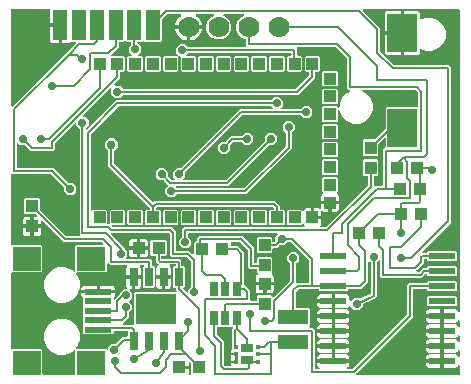
<source format=gbr>
G04 EAGLE Gerber RS-274X export*
G75*
%MOMM*%
%FSLAX34Y34*%
%LPD*%
%INBottom Copper*%
%IPPOS*%
%AMOC8*
5,1,8,0,0,1.08239X$1,22.5*%
G01*
%ADD10R,1.270000X2.540000*%
%ADD11R,2.540000X1.270000*%
%ADD12R,1.100000X1.000000*%
%ADD13R,2.400000X2.000000*%
%ADD14R,2.308000X0.500000*%
%ADD15C,1.778000*%
%ADD16R,2.200000X0.600000*%
%ADD17R,1.000000X1.000000*%
%ADD18R,0.650000X1.200000*%
%ADD19R,0.700000X1.525000*%
%ADD20R,3.402000X2.513000*%
%ADD21R,2.500000X3.200000*%
%ADD22R,1.000000X0.800000*%
%ADD23R,0.420000X0.420000*%
%ADD24R,1.000000X1.100000*%
%ADD25C,0.716400*%
%ADD26C,0.200000*%
%ADD27C,0.152400*%
%ADD28C,0.756400*%

G36*
X217534Y72928D02*
X217534Y72928D01*
X217553Y72926D01*
X217655Y72948D01*
X217757Y72964D01*
X217774Y72974D01*
X217794Y72978D01*
X217883Y73031D01*
X217974Y73080D01*
X217988Y73094D01*
X218005Y73104D01*
X218072Y73183D01*
X218144Y73258D01*
X218152Y73276D01*
X218165Y73291D01*
X218204Y73387D01*
X218247Y73481D01*
X218249Y73501D01*
X218257Y73519D01*
X218275Y73686D01*
X218275Y76532D01*
X219168Y77425D01*
X230432Y77425D01*
X231364Y76492D01*
X231364Y76490D01*
X231398Y76427D01*
X231423Y76360D01*
X231455Y76319D01*
X231480Y76273D01*
X231532Y76224D01*
X231576Y76168D01*
X231620Y76139D01*
X231658Y76104D01*
X231723Y76073D01*
X231783Y76035D01*
X231834Y76022D01*
X231881Y76000D01*
X231952Y75992D01*
X232022Y75975D01*
X232074Y75979D01*
X232125Y75973D01*
X232196Y75988D01*
X232267Y75994D01*
X232315Y76014D01*
X232366Y76025D01*
X232427Y76062D01*
X232493Y76090D01*
X232549Y76135D01*
X232577Y76151D01*
X232592Y76169D01*
X232624Y76195D01*
X246252Y89823D01*
X246305Y89897D01*
X246365Y89966D01*
X246377Y89996D01*
X246396Y90023D01*
X246423Y90110D01*
X246457Y90194D01*
X246461Y90235D01*
X246468Y90258D01*
X246467Y90290D01*
X246475Y90361D01*
X246475Y103987D01*
X246461Y104078D01*
X246453Y104168D01*
X246441Y104198D01*
X246436Y104230D01*
X246393Y104311D01*
X246357Y104395D01*
X246331Y104427D01*
X246320Y104448D01*
X246297Y104470D01*
X246252Y104526D01*
X243893Y106885D01*
X243893Y111115D01*
X246885Y114107D01*
X251115Y114107D01*
X254107Y111115D01*
X254107Y106885D01*
X251748Y104526D01*
X251695Y104452D01*
X251635Y104382D01*
X251623Y104352D01*
X251604Y104326D01*
X251577Y104239D01*
X251543Y104154D01*
X251539Y104113D01*
X251532Y104091D01*
X251533Y104059D01*
X251525Y103987D01*
X251525Y88636D01*
X251528Y88616D01*
X251526Y88597D01*
X251548Y88495D01*
X251564Y88393D01*
X251574Y88376D01*
X251578Y88356D01*
X251631Y88267D01*
X251680Y88176D01*
X251694Y88162D01*
X251704Y88145D01*
X251783Y88078D01*
X251858Y88006D01*
X251876Y87998D01*
X251891Y87985D01*
X251987Y87946D01*
X252081Y87903D01*
X252101Y87901D01*
X252119Y87893D01*
X252286Y87875D01*
X261714Y87875D01*
X261734Y87878D01*
X261753Y87876D01*
X261855Y87898D01*
X261957Y87914D01*
X261974Y87924D01*
X261994Y87928D01*
X262083Y87981D01*
X262174Y88030D01*
X262188Y88044D01*
X262205Y88054D01*
X262272Y88133D01*
X262344Y88208D01*
X262352Y88226D01*
X262365Y88241D01*
X262404Y88337D01*
X262447Y88431D01*
X262449Y88451D01*
X262457Y88469D01*
X262475Y88636D01*
X262475Y106639D01*
X262461Y106729D01*
X262453Y106820D01*
X262441Y106850D01*
X262436Y106882D01*
X262393Y106962D01*
X262357Y107046D01*
X262331Y107078D01*
X262320Y107099D01*
X262297Y107121D01*
X262252Y107177D01*
X247177Y122252D01*
X247103Y122305D01*
X247034Y122365D01*
X247004Y122377D01*
X246977Y122396D01*
X246890Y122423D01*
X246806Y122457D01*
X246765Y122461D01*
X246742Y122468D01*
X246710Y122467D01*
X246639Y122475D01*
X244013Y122475D01*
X243923Y122461D01*
X243832Y122453D01*
X243802Y122441D01*
X243770Y122436D01*
X243689Y122393D01*
X243605Y122357D01*
X243573Y122331D01*
X243552Y122320D01*
X243530Y122297D01*
X243474Y122252D01*
X241115Y119893D01*
X237779Y119893D01*
X237689Y119879D01*
X237598Y119871D01*
X237568Y119859D01*
X237536Y119854D01*
X237456Y119811D01*
X237372Y119775D01*
X237340Y119749D01*
X237319Y119738D01*
X237297Y119715D01*
X237241Y119670D01*
X235146Y117575D01*
X232086Y117575D01*
X232066Y117572D01*
X232047Y117574D01*
X231945Y117552D01*
X231843Y117536D01*
X231826Y117526D01*
X231806Y117522D01*
X231717Y117469D01*
X231626Y117420D01*
X231612Y117406D01*
X231595Y117396D01*
X231528Y117317D01*
X231456Y117242D01*
X231448Y117224D01*
X231435Y117209D01*
X231396Y117113D01*
X231353Y117019D01*
X231351Y116999D01*
X231343Y116981D01*
X231325Y116814D01*
X231325Y113968D01*
X230432Y113075D01*
X219168Y113075D01*
X218275Y113968D01*
X218275Y126232D01*
X219168Y127125D01*
X230432Y127125D01*
X231325Y126232D01*
X231325Y123386D01*
X231328Y123366D01*
X231326Y123347D01*
X231348Y123245D01*
X231364Y123143D01*
X231374Y123126D01*
X231378Y123106D01*
X231431Y123017D01*
X231480Y122926D01*
X231494Y122912D01*
X231504Y122895D01*
X231583Y122828D01*
X231658Y122756D01*
X231676Y122748D01*
X231691Y122735D01*
X231787Y122696D01*
X231881Y122653D01*
X231901Y122651D01*
X231919Y122643D01*
X232086Y122625D01*
X232739Y122625D01*
X232829Y122639D01*
X232920Y122647D01*
X232950Y122659D01*
X232982Y122664D01*
X233062Y122707D01*
X233146Y122743D01*
X233178Y122769D01*
X233199Y122780D01*
X233221Y122803D01*
X233277Y122848D01*
X233670Y123241D01*
X233723Y123315D01*
X233783Y123384D01*
X233795Y123414D01*
X233814Y123441D01*
X233841Y123528D01*
X233875Y123612D01*
X233879Y123653D01*
X233886Y123676D01*
X233885Y123708D01*
X233893Y123779D01*
X233893Y127115D01*
X235454Y128676D01*
X235496Y128734D01*
X235545Y128786D01*
X235567Y128833D01*
X235597Y128875D01*
X235618Y128944D01*
X235649Y129009D01*
X235654Y129061D01*
X235670Y129111D01*
X235668Y129182D01*
X235676Y129253D01*
X235665Y129304D01*
X235663Y129356D01*
X235639Y129424D01*
X235623Y129494D01*
X235597Y129539D01*
X235579Y129587D01*
X235534Y129643D01*
X235497Y129705D01*
X235458Y129739D01*
X235425Y129779D01*
X235365Y129818D01*
X235310Y129865D01*
X235262Y129884D01*
X235218Y129912D01*
X235149Y129930D01*
X235082Y129957D01*
X235011Y129965D01*
X234980Y129973D01*
X234956Y129971D01*
X234915Y129975D01*
X160786Y129975D01*
X160766Y129972D01*
X160747Y129974D01*
X160645Y129952D01*
X160543Y129936D01*
X160526Y129926D01*
X160506Y129922D01*
X160417Y129869D01*
X160326Y129820D01*
X160312Y129806D01*
X160295Y129796D01*
X160228Y129717D01*
X160156Y129642D01*
X160148Y129624D01*
X160135Y129609D01*
X160096Y129513D01*
X160053Y129419D01*
X160051Y129399D01*
X160043Y129381D01*
X160025Y129214D01*
X160025Y127513D01*
X160039Y127422D01*
X160047Y127332D01*
X160059Y127302D01*
X160064Y127270D01*
X160107Y127189D01*
X160143Y127105D01*
X160169Y127073D01*
X160180Y127052D01*
X160203Y127030D01*
X160248Y126974D01*
X162607Y124615D01*
X162607Y120385D01*
X159615Y117393D01*
X155385Y117393D01*
X152393Y120385D01*
X152393Y124615D01*
X154752Y126974D01*
X154805Y127048D01*
X154865Y127118D01*
X154877Y127148D01*
X154896Y127174D01*
X154923Y127261D01*
X154957Y127346D01*
X154961Y127387D01*
X154968Y127409D01*
X154967Y127441D01*
X154975Y127513D01*
X154975Y133546D01*
X156454Y135025D01*
X258197Y135025D01*
X258244Y135032D01*
X258292Y135031D01*
X258365Y135052D01*
X258440Y135064D01*
X258482Y135087D01*
X258528Y135101D01*
X258590Y135144D01*
X258657Y135180D01*
X258690Y135214D01*
X258729Y135242D01*
X258774Y135303D01*
X258826Y135358D01*
X258847Y135402D01*
X258875Y135440D01*
X258898Y135512D01*
X258930Y135581D01*
X258935Y135629D01*
X258950Y135674D01*
X258949Y135750D01*
X258957Y135825D01*
X258947Y135872D01*
X258946Y135920D01*
X258921Y135992D01*
X258905Y136066D01*
X258880Y136107D01*
X258864Y136152D01*
X258818Y136212D01*
X258779Y136277D01*
X258742Y136308D01*
X258713Y136346D01*
X258609Y136422D01*
X258592Y136437D01*
X258586Y136439D01*
X258577Y136445D01*
X258540Y136467D01*
X258067Y136940D01*
X257695Y137584D01*
X257620Y137676D01*
X257546Y137769D01*
X257542Y137771D01*
X257539Y137774D01*
X257439Y137837D01*
X257339Y137902D01*
X257335Y137903D01*
X257331Y137905D01*
X257216Y137932D01*
X257100Y137962D01*
X257096Y137961D01*
X257092Y137962D01*
X256973Y137952D01*
X256855Y137943D01*
X256851Y137941D01*
X256847Y137941D01*
X256737Y137892D01*
X256629Y137846D01*
X256625Y137843D01*
X256622Y137842D01*
X256611Y137832D01*
X256498Y137741D01*
X255732Y136975D01*
X244468Y136975D01*
X243575Y137868D01*
X243575Y149132D01*
X244468Y150025D01*
X255732Y150025D01*
X256498Y149259D01*
X256594Y149190D01*
X256690Y149119D01*
X256694Y149117D01*
X256697Y149115D01*
X256810Y149080D01*
X256924Y149044D01*
X256929Y149044D01*
X256933Y149043D01*
X257051Y149046D01*
X257170Y149048D01*
X257174Y149049D01*
X257178Y149049D01*
X257291Y149090D01*
X257402Y149130D01*
X257405Y149132D01*
X257409Y149134D01*
X257503Y149208D01*
X257596Y149281D01*
X257599Y149285D01*
X257601Y149287D01*
X257609Y149299D01*
X257695Y149416D01*
X258067Y150060D01*
X258540Y150533D01*
X259119Y150868D01*
X259766Y151041D01*
X263577Y151041D01*
X263577Y144262D01*
X263580Y144242D01*
X263578Y144223D01*
X263600Y144121D01*
X263617Y144019D01*
X263626Y144002D01*
X263630Y143982D01*
X263683Y143893D01*
X263732Y143802D01*
X263746Y143788D01*
X263756Y143771D01*
X263835Y143704D01*
X263910Y143633D01*
X263928Y143624D01*
X263943Y143611D01*
X264039Y143572D01*
X264133Y143529D01*
X264153Y143527D01*
X264171Y143519D01*
X264338Y143501D01*
X265101Y143501D01*
X265101Y142738D01*
X265104Y142718D01*
X265102Y142699D01*
X265124Y142597D01*
X265141Y142495D01*
X265150Y142478D01*
X265154Y142458D01*
X265207Y142369D01*
X265256Y142278D01*
X265270Y142264D01*
X265280Y142247D01*
X265359Y142180D01*
X265434Y142109D01*
X265452Y142100D01*
X265467Y142087D01*
X265563Y142048D01*
X265657Y142005D01*
X265677Y142003D01*
X265695Y141995D01*
X265862Y141977D01*
X272641Y141977D01*
X272641Y138166D01*
X272468Y137519D01*
X272133Y136940D01*
X271660Y136467D01*
X271623Y136445D01*
X271585Y136415D01*
X271543Y136392D01*
X271491Y136338D01*
X271432Y136290D01*
X271407Y136249D01*
X271374Y136214D01*
X271342Y136145D01*
X271301Y136081D01*
X271290Y136035D01*
X271270Y135991D01*
X271262Y135916D01*
X271244Y135842D01*
X271248Y135794D01*
X271243Y135747D01*
X271259Y135673D01*
X271266Y135597D01*
X271285Y135553D01*
X271295Y135506D01*
X271334Y135441D01*
X271364Y135372D01*
X271397Y135336D01*
X271421Y135295D01*
X271479Y135246D01*
X271530Y135190D01*
X271572Y135166D01*
X271608Y135135D01*
X271679Y135107D01*
X271745Y135070D01*
X271792Y135061D01*
X271836Y135043D01*
X271964Y135029D01*
X271986Y135025D01*
X271993Y135026D01*
X272003Y135025D01*
X276139Y135025D01*
X276229Y135039D01*
X276320Y135047D01*
X276350Y135059D01*
X276382Y135064D01*
X276462Y135107D01*
X276546Y135143D01*
X276578Y135169D01*
X276599Y135180D01*
X276621Y135203D01*
X276677Y135248D01*
X311852Y170423D01*
X311905Y170497D01*
X311965Y170566D01*
X311977Y170596D01*
X311996Y170623D01*
X312023Y170710D01*
X312057Y170794D01*
X312061Y170835D01*
X312068Y170858D01*
X312067Y170890D01*
X312075Y170961D01*
X312075Y177814D01*
X312072Y177834D01*
X312074Y177853D01*
X312052Y177955D01*
X312036Y178057D01*
X312026Y178074D01*
X312022Y178094D01*
X311969Y178183D01*
X311920Y178274D01*
X311906Y178288D01*
X311896Y178305D01*
X311817Y178372D01*
X311742Y178444D01*
X311724Y178452D01*
X311709Y178465D01*
X311613Y178504D01*
X311519Y178547D01*
X311499Y178549D01*
X311481Y178557D01*
X311314Y178575D01*
X308968Y178575D01*
X308075Y179468D01*
X308075Y191732D01*
X308968Y192625D01*
X320232Y192625D01*
X321125Y191732D01*
X321125Y179468D01*
X320232Y178575D01*
X317886Y178575D01*
X317866Y178572D01*
X317847Y178574D01*
X317745Y178552D01*
X317643Y178536D01*
X317626Y178526D01*
X317606Y178522D01*
X317517Y178469D01*
X317426Y178420D01*
X317412Y178406D01*
X317395Y178396D01*
X317328Y178317D01*
X317256Y178242D01*
X317248Y178224D01*
X317235Y178209D01*
X317196Y178113D01*
X317153Y178019D01*
X317151Y177999D01*
X317143Y177981D01*
X317125Y177814D01*
X317125Y170833D01*
X317136Y170762D01*
X317138Y170691D01*
X317156Y170642D01*
X317164Y170590D01*
X317198Y170527D01*
X317223Y170460D01*
X317255Y170419D01*
X317280Y170373D01*
X317331Y170324D01*
X317376Y170268D01*
X317420Y170239D01*
X317458Y170204D01*
X317523Y170173D01*
X317583Y170135D01*
X317634Y170122D01*
X317681Y170100D01*
X317752Y170092D01*
X317822Y170075D01*
X317874Y170079D01*
X317925Y170073D01*
X317996Y170088D01*
X318067Y170094D01*
X318115Y170114D01*
X318166Y170125D01*
X318227Y170162D01*
X318293Y170190D01*
X318349Y170235D01*
X318377Y170251D01*
X318392Y170269D01*
X318424Y170295D01*
X318554Y170425D01*
X324214Y170425D01*
X324234Y170428D01*
X324253Y170426D01*
X324355Y170448D01*
X324457Y170464D01*
X324474Y170474D01*
X324494Y170478D01*
X324583Y170531D01*
X324674Y170580D01*
X324688Y170594D01*
X324705Y170604D01*
X324772Y170683D01*
X324844Y170758D01*
X324852Y170776D01*
X324865Y170791D01*
X324904Y170887D01*
X324947Y170981D01*
X324949Y171001D01*
X324957Y171019D01*
X324975Y171186D01*
X324975Y201046D01*
X326454Y202525D01*
X326514Y202525D01*
X326534Y202528D01*
X326553Y202526D01*
X326655Y202548D01*
X326757Y202564D01*
X326774Y202574D01*
X326794Y202578D01*
X326883Y202631D01*
X326974Y202680D01*
X326988Y202694D01*
X327005Y202704D01*
X327072Y202783D01*
X327144Y202858D01*
X327152Y202876D01*
X327165Y202891D01*
X327204Y202987D01*
X327247Y203081D01*
X327249Y203101D01*
X327257Y203119D01*
X327275Y203286D01*
X327275Y209867D01*
X327264Y209938D01*
X327262Y210009D01*
X327244Y210058D01*
X327236Y210110D01*
X327202Y210173D01*
X327177Y210240D01*
X327145Y210281D01*
X327120Y210327D01*
X327068Y210376D01*
X327024Y210432D01*
X326980Y210461D01*
X326942Y210496D01*
X326877Y210527D01*
X326817Y210565D01*
X326766Y210578D01*
X326719Y210600D01*
X326648Y210608D01*
X326578Y210625D01*
X326526Y210621D01*
X326475Y210627D01*
X326404Y210612D01*
X326333Y210606D01*
X326285Y210586D01*
X326234Y210575D01*
X326173Y210538D01*
X326107Y210510D01*
X326051Y210465D01*
X326023Y210449D01*
X326008Y210431D01*
X325976Y210405D01*
X321348Y205777D01*
X321295Y205703D01*
X321235Y205634D01*
X321223Y205604D01*
X321204Y205577D01*
X321177Y205490D01*
X321143Y205406D01*
X321139Y205365D01*
X321132Y205342D01*
X321133Y205310D01*
X321125Y205239D01*
X321125Y196468D01*
X320232Y195575D01*
X308968Y195575D01*
X308075Y196468D01*
X308075Y208732D01*
X308968Y209625D01*
X317739Y209625D01*
X317829Y209639D01*
X317920Y209647D01*
X317950Y209659D01*
X317982Y209664D01*
X318062Y209707D01*
X318146Y209743D01*
X318178Y209769D01*
X318199Y209780D01*
X318221Y209803D01*
X318277Y209848D01*
X327052Y218623D01*
X327105Y218697D01*
X327165Y218766D01*
X327177Y218796D01*
X327196Y218823D01*
X327223Y218910D01*
X327257Y218994D01*
X327261Y219035D01*
X327268Y219058D01*
X327267Y219090D01*
X327275Y219161D01*
X327275Y236132D01*
X328168Y237025D01*
X354214Y237025D01*
X354234Y237028D01*
X354253Y237026D01*
X354355Y237048D01*
X354457Y237064D01*
X354474Y237074D01*
X354494Y237078D01*
X354583Y237131D01*
X354674Y237180D01*
X354688Y237194D01*
X354705Y237204D01*
X354772Y237283D01*
X354844Y237358D01*
X354852Y237376D01*
X354865Y237391D01*
X354904Y237487D01*
X354947Y237581D01*
X354949Y237601D01*
X354957Y237619D01*
X354975Y237786D01*
X354975Y248639D01*
X354961Y248729D01*
X354953Y248820D01*
X354941Y248850D01*
X354936Y248882D01*
X354893Y248962D01*
X354857Y249046D01*
X354831Y249078D01*
X354820Y249099D01*
X354797Y249121D01*
X354752Y249177D01*
X352677Y251252D01*
X352603Y251305D01*
X352534Y251365D01*
X352504Y251377D01*
X352477Y251396D01*
X352390Y251423D01*
X352306Y251457D01*
X352265Y251461D01*
X352242Y251468D01*
X352210Y251467D01*
X352139Y251475D01*
X308184Y251475D01*
X308088Y251460D01*
X307991Y251450D01*
X307967Y251440D01*
X307942Y251436D01*
X307856Y251390D01*
X307767Y251350D01*
X307747Y251333D01*
X307724Y251320D01*
X307657Y251250D01*
X307586Y251184D01*
X307573Y251161D01*
X307555Y251142D01*
X307514Y251054D01*
X307467Y250968D01*
X307462Y250943D01*
X307451Y250919D01*
X307441Y250822D01*
X307423Y250726D01*
X307427Y250700D01*
X307424Y250675D01*
X307445Y250579D01*
X307459Y250483D01*
X307471Y250460D01*
X307476Y250434D01*
X307526Y250351D01*
X307571Y250264D01*
X307589Y250245D01*
X307603Y250223D01*
X307677Y250160D01*
X307746Y250092D01*
X307775Y250076D01*
X307790Y250063D01*
X307820Y250051D01*
X307893Y250011D01*
X310321Y249005D01*
X314305Y245021D01*
X316461Y239817D01*
X316461Y234183D01*
X314305Y228979D01*
X310321Y224995D01*
X305117Y222839D01*
X299483Y222839D01*
X294279Y224995D01*
X290295Y228979D01*
X288089Y234304D01*
X288038Y234387D01*
X287992Y234473D01*
X287973Y234491D01*
X287960Y234513D01*
X287885Y234575D01*
X287814Y234642D01*
X287790Y234653D01*
X287770Y234670D01*
X287679Y234705D01*
X287591Y234746D01*
X287565Y234749D01*
X287541Y234758D01*
X287443Y234762D01*
X287347Y234773D01*
X287321Y234767D01*
X287295Y234768D01*
X287201Y234741D01*
X287106Y234721D01*
X287084Y234707D01*
X287059Y234700D01*
X286979Y234644D01*
X286895Y234594D01*
X286878Y234575D01*
X286857Y234560D01*
X286798Y234481D01*
X286735Y234408D01*
X286725Y234383D01*
X286710Y234362D01*
X286680Y234270D01*
X286643Y234179D01*
X286640Y234147D01*
X286634Y234128D01*
X286634Y234095D01*
X286625Y234013D01*
X286625Y225368D01*
X285732Y224475D01*
X274468Y224475D01*
X273575Y225368D01*
X273575Y236632D01*
X274468Y237525D01*
X285732Y237525D01*
X286840Y236417D01*
X286898Y236375D01*
X286950Y236325D01*
X286997Y236303D01*
X287039Y236273D01*
X287108Y236252D01*
X287173Y236222D01*
X287225Y236216D01*
X287275Y236201D01*
X287346Y236203D01*
X287417Y236195D01*
X287468Y236206D01*
X287520Y236207D01*
X287588Y236232D01*
X287658Y236247D01*
X287703Y236274D01*
X287751Y236291D01*
X287807Y236336D01*
X287869Y236373D01*
X287903Y236413D01*
X287943Y236445D01*
X287982Y236505D01*
X288029Y236560D01*
X288048Y236608D01*
X288076Y236652D01*
X288094Y236722D01*
X288121Y236788D01*
X288129Y236859D01*
X288137Y236891D01*
X288135Y236914D01*
X288139Y236955D01*
X288139Y239817D01*
X290295Y245021D01*
X294279Y249005D01*
X296707Y250011D01*
X296790Y250062D01*
X296876Y250108D01*
X296894Y250126D01*
X296916Y250140D01*
X296978Y250216D01*
X297045Y250286D01*
X297056Y250310D01*
X297073Y250330D01*
X297108Y250421D01*
X297149Y250509D01*
X297152Y250535D01*
X297161Y250559D01*
X297165Y250657D01*
X297176Y250753D01*
X297170Y250779D01*
X297171Y250805D01*
X297144Y250899D01*
X297124Y250994D01*
X297110Y251016D01*
X297103Y251041D01*
X297047Y251121D01*
X296997Y251205D01*
X296978Y251222D01*
X296963Y251243D01*
X296884Y251302D01*
X296810Y251365D01*
X296786Y251375D01*
X296765Y251390D01*
X296673Y251420D01*
X296582Y251457D01*
X296550Y251460D01*
X296531Y251466D01*
X296498Y251466D01*
X296416Y251475D01*
X295954Y251475D01*
X294475Y252954D01*
X294475Y277639D01*
X294461Y277729D01*
X294453Y277820D01*
X294441Y277850D01*
X294436Y277882D01*
X294393Y277962D01*
X294357Y278046D01*
X294331Y278078D01*
X294320Y278099D01*
X294297Y278121D01*
X294252Y278177D01*
X285177Y287252D01*
X285103Y287305D01*
X285034Y287365D01*
X285004Y287377D01*
X284977Y287396D01*
X284890Y287423D01*
X284806Y287457D01*
X284765Y287461D01*
X284742Y287468D01*
X284710Y287467D01*
X284639Y287475D01*
X252933Y287475D01*
X252862Y287464D01*
X252791Y287462D01*
X252742Y287444D01*
X252690Y287436D01*
X252627Y287402D01*
X252560Y287377D01*
X252519Y287345D01*
X252473Y287320D01*
X252424Y287269D01*
X252368Y287224D01*
X252339Y287180D01*
X252304Y287142D01*
X252273Y287077D01*
X252235Y287017D01*
X252222Y286966D01*
X252200Y286919D01*
X252192Y286848D01*
X252175Y286778D01*
X252179Y286726D01*
X252173Y286675D01*
X252188Y286604D01*
X252194Y286533D01*
X252214Y286485D01*
X252225Y286434D01*
X252262Y286373D01*
X252290Y286307D01*
X252335Y286251D01*
X252351Y286223D01*
X252369Y286208D01*
X252395Y286176D01*
X252525Y286046D01*
X252525Y280786D01*
X252528Y280766D01*
X252526Y280747D01*
X252548Y280645D01*
X252564Y280543D01*
X252574Y280526D01*
X252578Y280506D01*
X252631Y280417D01*
X252680Y280326D01*
X252694Y280312D01*
X252704Y280295D01*
X252783Y280228D01*
X252858Y280156D01*
X252876Y280148D01*
X252891Y280135D01*
X252987Y280096D01*
X253081Y280053D01*
X253101Y280051D01*
X253119Y280043D01*
X253286Y280025D01*
X255732Y280025D01*
X256625Y279132D01*
X256625Y267868D01*
X255732Y266975D01*
X244468Y266975D01*
X243575Y267868D01*
X243575Y279132D01*
X244468Y280025D01*
X246714Y280025D01*
X246734Y280028D01*
X246753Y280026D01*
X246855Y280048D01*
X246957Y280064D01*
X246974Y280074D01*
X246994Y280078D01*
X247083Y280131D01*
X247174Y280180D01*
X247188Y280194D01*
X247205Y280204D01*
X247272Y280283D01*
X247344Y280358D01*
X247352Y280376D01*
X247365Y280391D01*
X247404Y280487D01*
X247447Y280581D01*
X247449Y280601D01*
X247457Y280619D01*
X247475Y280786D01*
X247475Y281714D01*
X247472Y281734D01*
X247474Y281753D01*
X247452Y281855D01*
X247436Y281957D01*
X247426Y281974D01*
X247422Y281994D01*
X247369Y282083D01*
X247320Y282174D01*
X247306Y282188D01*
X247296Y282205D01*
X247217Y282272D01*
X247142Y282344D01*
X247124Y282352D01*
X247109Y282365D01*
X247013Y282404D01*
X246919Y282447D01*
X246899Y282449D01*
X246881Y282457D01*
X246714Y282475D01*
X160013Y282475D01*
X159923Y282461D01*
X159832Y282453D01*
X159802Y282441D01*
X159770Y282436D01*
X159689Y282393D01*
X159605Y282357D01*
X159573Y282331D01*
X159552Y282320D01*
X159530Y282297D01*
X159474Y282252D01*
X158546Y281324D01*
X158504Y281266D01*
X158455Y281214D01*
X158433Y281167D01*
X158403Y281125D01*
X158382Y281056D01*
X158351Y280991D01*
X158346Y280939D01*
X158330Y280889D01*
X158332Y280818D01*
X158324Y280747D01*
X158335Y280696D01*
X158337Y280644D01*
X158361Y280576D01*
X158377Y280506D01*
X158403Y280461D01*
X158421Y280413D01*
X158466Y280357D01*
X158503Y280295D01*
X158542Y280261D01*
X158575Y280221D01*
X158635Y280182D01*
X158690Y280135D01*
X158738Y280116D01*
X158782Y280088D01*
X158851Y280070D01*
X158918Y280043D01*
X158989Y280035D01*
X159020Y280027D01*
X159044Y280029D01*
X159085Y280025D01*
X165732Y280025D01*
X166625Y279132D01*
X166625Y267868D01*
X165732Y266975D01*
X154468Y266975D01*
X153575Y267868D01*
X153575Y279132D01*
X153572Y279152D01*
X153574Y279171D01*
X153552Y279273D01*
X153536Y279375D01*
X153526Y279392D01*
X153522Y279412D01*
X153469Y279501D01*
X153420Y279592D01*
X153406Y279606D01*
X153396Y279623D01*
X153317Y279690D01*
X153242Y279762D01*
X153224Y279770D01*
X153209Y279783D01*
X153113Y279822D01*
X153019Y279865D01*
X152999Y279867D01*
X152981Y279875D01*
X152879Y279886D01*
X152866Y279896D01*
X152814Y279945D01*
X152767Y279967D01*
X152725Y279997D01*
X152656Y280018D01*
X152591Y280049D01*
X152539Y280054D01*
X152490Y280070D01*
X152418Y280068D01*
X152347Y280076D01*
X152296Y280065D01*
X152244Y280063D01*
X152176Y280039D01*
X152106Y280023D01*
X152061Y279997D01*
X152013Y279979D01*
X151957Y279934D01*
X151895Y279897D01*
X151861Y279858D01*
X151821Y279825D01*
X151782Y279765D01*
X151735Y279710D01*
X151716Y279662D01*
X151688Y279618D01*
X151670Y279549D01*
X151643Y279482D01*
X151635Y279411D01*
X151627Y279380D01*
X151629Y279356D01*
X151625Y279315D01*
X151625Y267868D01*
X150732Y266975D01*
X139468Y266975D01*
X138575Y267868D01*
X138575Y279132D01*
X139468Y280025D01*
X150915Y280025D01*
X150986Y280036D01*
X151058Y280038D01*
X151107Y280056D01*
X151158Y280064D01*
X151222Y280098D01*
X151289Y280123D01*
X151330Y280155D01*
X151376Y280180D01*
X151425Y280232D01*
X151481Y280276D01*
X151509Y280320D01*
X151545Y280358D01*
X151575Y280423D01*
X151614Y280483D01*
X151627Y280534D01*
X151649Y280581D01*
X151656Y280652D01*
X151674Y280722D01*
X151670Y280774D01*
X151676Y280825D01*
X151660Y280895D01*
X151655Y280967D01*
X151635Y281015D01*
X151623Y281066D01*
X151587Y281127D01*
X151559Y281193D01*
X151514Y281249D01*
X151497Y281277D01*
X151479Y281292D01*
X151454Y281324D01*
X149893Y282885D01*
X149893Y287115D01*
X152885Y290107D01*
X157115Y290107D01*
X159474Y287748D01*
X159548Y287695D01*
X159618Y287635D01*
X159648Y287623D01*
X159674Y287604D01*
X159761Y287577D01*
X159846Y287543D01*
X159887Y287539D01*
X159909Y287532D01*
X159941Y287533D01*
X160013Y287525D01*
X208267Y287525D01*
X208338Y287536D01*
X208409Y287538D01*
X208458Y287556D01*
X208510Y287564D01*
X208573Y287598D01*
X208640Y287623D01*
X208681Y287655D01*
X208727Y287680D01*
X208776Y287731D01*
X208832Y287776D01*
X208861Y287820D01*
X208896Y287858D01*
X208927Y287923D01*
X208965Y287983D01*
X208978Y288034D01*
X209000Y288081D01*
X209008Y288152D01*
X209025Y288222D01*
X209021Y288274D01*
X209027Y288325D01*
X209012Y288396D01*
X209006Y288467D01*
X208986Y288515D01*
X208975Y288566D01*
X208938Y288627D01*
X208910Y288693D01*
X208865Y288749D01*
X208849Y288777D01*
X208831Y288792D01*
X208805Y288824D01*
X208675Y288954D01*
X208675Y293864D01*
X208656Y293979D01*
X208639Y294095D01*
X208637Y294101D01*
X208636Y294107D01*
X208581Y294210D01*
X208528Y294314D01*
X208523Y294319D01*
X208520Y294324D01*
X208436Y294404D01*
X208352Y294487D01*
X208346Y294490D01*
X208342Y294494D01*
X208325Y294502D01*
X208205Y294568D01*
X205300Y295771D01*
X202371Y298700D01*
X200785Y302528D01*
X200785Y306672D01*
X202371Y310500D01*
X205300Y313429D01*
X206704Y314011D01*
X206787Y314062D01*
X206873Y314108D01*
X206891Y314126D01*
X206914Y314140D01*
X206976Y314216D01*
X207043Y314286D01*
X207054Y314310D01*
X207070Y314330D01*
X207105Y314421D01*
X207146Y314509D01*
X207149Y314535D01*
X207159Y314559D01*
X207163Y314657D01*
X207173Y314753D01*
X207168Y314779D01*
X207169Y314805D01*
X207142Y314899D01*
X207121Y314994D01*
X207108Y315016D01*
X207100Y315041D01*
X207045Y315121D01*
X206995Y315205D01*
X206975Y315222D01*
X206960Y315243D01*
X206882Y315302D01*
X206808Y315365D01*
X206784Y315375D01*
X206763Y315390D01*
X206670Y315420D01*
X206580Y315457D01*
X206547Y315460D01*
X206529Y315466D01*
X206496Y315466D01*
X206413Y315475D01*
X190587Y315475D01*
X190491Y315460D01*
X190394Y315450D01*
X190370Y315440D01*
X190344Y315436D01*
X190258Y315390D01*
X190169Y315350D01*
X190150Y315333D01*
X190127Y315320D01*
X190060Y315250D01*
X189988Y315184D01*
X189975Y315161D01*
X189957Y315142D01*
X189916Y315054D01*
X189869Y314968D01*
X189865Y314943D01*
X189854Y314919D01*
X189843Y314822D01*
X189826Y314726D01*
X189829Y314700D01*
X189827Y314675D01*
X189847Y314579D01*
X189861Y314483D01*
X189873Y314460D01*
X189879Y314434D01*
X189929Y314351D01*
X189973Y314264D01*
X189992Y314245D01*
X190005Y314223D01*
X190079Y314160D01*
X190149Y314092D01*
X190177Y314076D01*
X190192Y314063D01*
X190223Y314051D01*
X190296Y314011D01*
X191700Y313429D01*
X194629Y310500D01*
X196215Y306672D01*
X196215Y302528D01*
X194629Y298700D01*
X191700Y295771D01*
X187872Y294185D01*
X183728Y294185D01*
X179900Y295771D01*
X176971Y298700D01*
X175385Y302528D01*
X175385Y306672D01*
X176971Y310500D01*
X179900Y313429D01*
X181304Y314011D01*
X181387Y314062D01*
X181473Y314108D01*
X181491Y314126D01*
X181514Y314140D01*
X181576Y314216D01*
X181643Y314286D01*
X181654Y314310D01*
X181670Y314330D01*
X181705Y314421D01*
X181746Y314509D01*
X181749Y314535D01*
X181759Y314559D01*
X181763Y314657D01*
X181773Y314753D01*
X181768Y314779D01*
X181769Y314805D01*
X181742Y314899D01*
X181721Y314994D01*
X181708Y315016D01*
X181700Y315041D01*
X181645Y315121D01*
X181595Y315205D01*
X181575Y315222D01*
X181560Y315243D01*
X181482Y315302D01*
X181408Y315365D01*
X181384Y315375D01*
X181363Y315390D01*
X181270Y315420D01*
X181180Y315457D01*
X181147Y315460D01*
X181129Y315466D01*
X181096Y315466D01*
X181013Y315475D01*
X167221Y315475D01*
X167214Y315474D01*
X167206Y315475D01*
X167092Y315454D01*
X166979Y315436D01*
X166972Y315432D01*
X166964Y315430D01*
X166863Y315374D01*
X166761Y315320D01*
X166756Y315315D01*
X166749Y315311D01*
X166671Y315225D01*
X166592Y315142D01*
X166589Y315135D01*
X166583Y315129D01*
X166537Y315023D01*
X166488Y314919D01*
X166487Y314911D01*
X166484Y314904D01*
X166474Y314789D01*
X166461Y314675D01*
X166463Y314667D01*
X166462Y314659D01*
X166489Y314547D01*
X166513Y314434D01*
X166518Y314427D01*
X166519Y314420D01*
X166581Y314322D01*
X166640Y314223D01*
X166646Y314218D01*
X166650Y314211D01*
X166774Y314098D01*
X167847Y313319D01*
X169119Y312047D01*
X170176Y310591D01*
X170993Y308988D01*
X171549Y307277D01*
X171732Y306123D01*
X161162Y306123D01*
X161142Y306120D01*
X161123Y306122D01*
X161021Y306100D01*
X160919Y306083D01*
X160902Y306074D01*
X160882Y306070D01*
X160793Y306017D01*
X160702Y305968D01*
X160688Y305954D01*
X160671Y305944D01*
X160604Y305865D01*
X160533Y305790D01*
X160524Y305772D01*
X160511Y305757D01*
X160473Y305661D01*
X160429Y305567D01*
X160427Y305547D01*
X160419Y305529D01*
X160401Y305362D01*
X160401Y304599D01*
X160399Y304599D01*
X160399Y305362D01*
X160396Y305382D01*
X160398Y305401D01*
X160376Y305503D01*
X160359Y305605D01*
X160350Y305622D01*
X160346Y305642D01*
X160293Y305731D01*
X160244Y305822D01*
X160230Y305836D01*
X160220Y305853D01*
X160141Y305920D01*
X160066Y305991D01*
X160048Y306000D01*
X160033Y306013D01*
X159937Y306052D01*
X159843Y306095D01*
X159823Y306097D01*
X159805Y306105D01*
X159638Y306123D01*
X149068Y306123D01*
X149251Y307277D01*
X149807Y308988D01*
X150624Y310591D01*
X151681Y312047D01*
X152953Y313319D01*
X154026Y314098D01*
X154032Y314104D01*
X154039Y314108D01*
X154118Y314191D01*
X154199Y314273D01*
X154203Y314280D01*
X154208Y314286D01*
X154256Y314390D01*
X154307Y314494D01*
X154308Y314502D01*
X154312Y314509D01*
X154324Y314623D01*
X154339Y314738D01*
X154338Y314746D01*
X154339Y314753D01*
X154314Y314866D01*
X154292Y314979D01*
X154288Y314986D01*
X154287Y314994D01*
X154228Y315092D01*
X154170Y315193D01*
X154164Y315198D01*
X154160Y315205D01*
X154073Y315279D01*
X153987Y315357D01*
X153980Y315360D01*
X153973Y315365D01*
X153866Y315408D01*
X153761Y315453D01*
X153753Y315454D01*
X153745Y315457D01*
X153579Y315475D01*
X142561Y315475D01*
X142471Y315461D01*
X142380Y315453D01*
X142350Y315441D01*
X142318Y315436D01*
X142238Y315393D01*
X142154Y315357D01*
X142122Y315331D01*
X142101Y315320D01*
X142079Y315297D01*
X142023Y315252D01*
X137898Y311127D01*
X137844Y311053D01*
X137785Y310984D01*
X137773Y310954D01*
X137754Y310927D01*
X137727Y310840D01*
X137693Y310756D01*
X137689Y310715D01*
X137682Y310692D01*
X137683Y310660D01*
X137675Y310589D01*
X137675Y293268D01*
X136782Y292375D01*
X122818Y292375D01*
X122538Y292655D01*
X122522Y292667D01*
X122510Y292683D01*
X122423Y292739D01*
X122339Y292799D01*
X122320Y292805D01*
X122303Y292816D01*
X122202Y292841D01*
X122104Y292871D01*
X122084Y292871D01*
X122064Y292876D01*
X121961Y292868D01*
X121858Y292865D01*
X121839Y292858D01*
X121819Y292857D01*
X121724Y292816D01*
X121627Y292781D01*
X121611Y292768D01*
X121593Y292760D01*
X121462Y292655D01*
X121182Y292375D01*
X117685Y292375D01*
X117614Y292364D01*
X117542Y292362D01*
X117493Y292344D01*
X117442Y292336D01*
X117378Y292302D01*
X117311Y292277D01*
X117270Y292245D01*
X117224Y292220D01*
X117175Y292168D01*
X117119Y292124D01*
X117091Y292080D01*
X117055Y292042D01*
X117025Y291977D01*
X116986Y291917D01*
X116973Y291866D01*
X116951Y291819D01*
X116944Y291748D01*
X116926Y291678D01*
X116930Y291626D01*
X116924Y291575D01*
X116940Y291504D01*
X116945Y291433D01*
X116965Y291385D01*
X116977Y291334D01*
X117013Y291273D01*
X117041Y291207D01*
X117086Y291151D01*
X117103Y291123D01*
X117121Y291108D01*
X117146Y291076D01*
X120107Y288115D01*
X120107Y283885D01*
X117546Y281324D01*
X117504Y281266D01*
X117455Y281214D01*
X117433Y281167D01*
X117403Y281125D01*
X117382Y281056D01*
X117351Y280991D01*
X117346Y280939D01*
X117330Y280889D01*
X117332Y280818D01*
X117324Y280747D01*
X117335Y280696D01*
X117337Y280644D01*
X117361Y280576D01*
X117377Y280506D01*
X117403Y280461D01*
X117421Y280413D01*
X117466Y280357D01*
X117503Y280295D01*
X117542Y280261D01*
X117575Y280221D01*
X117635Y280182D01*
X117690Y280135D01*
X117738Y280116D01*
X117782Y280088D01*
X117851Y280070D01*
X117918Y280043D01*
X117989Y280035D01*
X118020Y280027D01*
X118044Y280029D01*
X118085Y280025D01*
X120732Y280025D01*
X121625Y279132D01*
X121625Y267868D01*
X120732Y266975D01*
X109468Y266975D01*
X108575Y267868D01*
X108575Y279132D01*
X109468Y280025D01*
X111915Y280025D01*
X111986Y280036D01*
X112058Y280038D01*
X112107Y280056D01*
X112158Y280064D01*
X112222Y280098D01*
X112289Y280123D01*
X112330Y280155D01*
X112376Y280180D01*
X112425Y280232D01*
X112481Y280276D01*
X112509Y280320D01*
X112545Y280358D01*
X112575Y280423D01*
X112614Y280483D01*
X112627Y280534D01*
X112649Y280581D01*
X112656Y280652D01*
X112674Y280722D01*
X112670Y280774D01*
X112676Y280825D01*
X112660Y280895D01*
X112655Y280967D01*
X112635Y281015D01*
X112623Y281066D01*
X112587Y281127D01*
X112559Y281193D01*
X112514Y281249D01*
X112497Y281277D01*
X112479Y281292D01*
X112454Y281324D01*
X109893Y283885D01*
X109893Y288115D01*
X111452Y289674D01*
X111505Y289748D01*
X111565Y289818D01*
X111577Y289848D01*
X111596Y289874D01*
X111623Y289961D01*
X111657Y290046D01*
X111661Y290087D01*
X111668Y290109D01*
X111667Y290141D01*
X111675Y290213D01*
X111675Y291614D01*
X111672Y291634D01*
X111674Y291653D01*
X111652Y291755D01*
X111636Y291857D01*
X111626Y291874D01*
X111622Y291894D01*
X111569Y291983D01*
X111520Y292074D01*
X111506Y292088D01*
X111496Y292105D01*
X111417Y292172D01*
X111342Y292244D01*
X111324Y292252D01*
X111309Y292265D01*
X111213Y292304D01*
X111119Y292347D01*
X111099Y292349D01*
X111081Y292357D01*
X110914Y292375D01*
X107218Y292375D01*
X106938Y292655D01*
X106922Y292667D01*
X106910Y292683D01*
X106823Y292739D01*
X106739Y292799D01*
X106720Y292805D01*
X106703Y292816D01*
X106602Y292841D01*
X106504Y292871D01*
X106484Y292871D01*
X106464Y292876D01*
X106361Y292868D01*
X106258Y292865D01*
X106239Y292858D01*
X106219Y292857D01*
X106124Y292816D01*
X106027Y292781D01*
X106011Y292768D01*
X105993Y292760D01*
X105862Y292655D01*
X105582Y292375D01*
X101886Y292375D01*
X101866Y292372D01*
X101847Y292374D01*
X101745Y292352D01*
X101643Y292336D01*
X101626Y292326D01*
X101606Y292322D01*
X101517Y292269D01*
X101426Y292220D01*
X101412Y292206D01*
X101395Y292196D01*
X101328Y292117D01*
X101256Y292042D01*
X101248Y292024D01*
X101235Y292009D01*
X101196Y291913D01*
X101153Y291819D01*
X101151Y291799D01*
X101143Y291781D01*
X101125Y291614D01*
X101125Y287554D01*
X94895Y281324D01*
X94853Y281266D01*
X94804Y281214D01*
X94782Y281167D01*
X94751Y281125D01*
X94730Y281056D01*
X94700Y280991D01*
X94694Y280939D01*
X94679Y280889D01*
X94681Y280818D01*
X94673Y280747D01*
X94684Y280696D01*
X94685Y280644D01*
X94710Y280576D01*
X94725Y280506D01*
X94752Y280461D01*
X94770Y280413D01*
X94815Y280357D01*
X94851Y280295D01*
X94891Y280261D01*
X94923Y280221D01*
X94984Y280182D01*
X95038Y280135D01*
X95087Y280116D01*
X95130Y280088D01*
X95200Y280070D01*
X95266Y280043D01*
X95338Y280035D01*
X95369Y280027D01*
X95392Y280029D01*
X95433Y280025D01*
X105732Y280025D01*
X106625Y279132D01*
X106625Y267868D01*
X105732Y266975D01*
X103386Y266975D01*
X103366Y266972D01*
X103347Y266974D01*
X103245Y266952D01*
X103143Y266936D01*
X103126Y266926D01*
X103106Y266922D01*
X103017Y266869D01*
X102926Y266820D01*
X102912Y266806D01*
X102895Y266796D01*
X102828Y266717D01*
X102756Y266642D01*
X102748Y266624D01*
X102735Y266609D01*
X102696Y266513D01*
X102653Y266419D01*
X102651Y266399D01*
X102643Y266381D01*
X102625Y266214D01*
X102625Y261554D01*
X97477Y256406D01*
X97435Y256348D01*
X97386Y256296D01*
X97364Y256249D01*
X97333Y256207D01*
X97312Y256138D01*
X97282Y256073D01*
X97276Y256021D01*
X97261Y255971D01*
X97263Y255900D01*
X97255Y255829D01*
X97266Y255778D01*
X97267Y255726D01*
X97292Y255658D01*
X97307Y255588D01*
X97334Y255543D01*
X97352Y255495D01*
X97397Y255439D01*
X97433Y255377D01*
X97473Y255343D01*
X97505Y255303D01*
X97566Y255264D01*
X97620Y255217D01*
X97669Y255198D01*
X97712Y255170D01*
X97782Y255152D01*
X97848Y255125D01*
X97920Y255117D01*
X97951Y255109D01*
X97974Y255111D01*
X98015Y255107D01*
X102115Y255107D01*
X104474Y252748D01*
X104548Y252695D01*
X104618Y252635D01*
X104648Y252623D01*
X104674Y252604D01*
X104761Y252577D01*
X104846Y252543D01*
X104887Y252539D01*
X104909Y252532D01*
X104941Y252533D01*
X105013Y252525D01*
X251139Y252525D01*
X251229Y252539D01*
X251320Y252547D01*
X251350Y252559D01*
X251382Y252564D01*
X251462Y252607D01*
X251546Y252643D01*
X251578Y252669D01*
X251599Y252680D01*
X251621Y252703D01*
X251677Y252748D01*
X262352Y263423D01*
X262405Y263497D01*
X262465Y263566D01*
X262477Y263596D01*
X262496Y263623D01*
X262523Y263710D01*
X262557Y263794D01*
X262561Y263835D01*
X262568Y263858D01*
X262567Y263890D01*
X262575Y263961D01*
X262575Y266214D01*
X262572Y266234D01*
X262574Y266253D01*
X262552Y266355D01*
X262536Y266457D01*
X262526Y266474D01*
X262522Y266494D01*
X262469Y266583D01*
X262420Y266674D01*
X262406Y266688D01*
X262396Y266705D01*
X262317Y266772D01*
X262242Y266844D01*
X262224Y266852D01*
X262209Y266865D01*
X262113Y266904D01*
X262019Y266947D01*
X261999Y266949D01*
X261981Y266957D01*
X261814Y266975D01*
X259468Y266975D01*
X258575Y267868D01*
X258575Y279132D01*
X259468Y280025D01*
X270732Y280025D01*
X271625Y279132D01*
X271625Y267868D01*
X270732Y266975D01*
X268386Y266975D01*
X268366Y266972D01*
X268347Y266974D01*
X268245Y266952D01*
X268143Y266936D01*
X268126Y266926D01*
X268106Y266922D01*
X268017Y266869D01*
X267926Y266820D01*
X267912Y266806D01*
X267895Y266796D01*
X267828Y266717D01*
X267756Y266642D01*
X267748Y266624D01*
X267735Y266609D01*
X267696Y266513D01*
X267653Y266419D01*
X267651Y266399D01*
X267643Y266381D01*
X267625Y266214D01*
X267625Y261554D01*
X253546Y247475D01*
X105013Y247475D01*
X104923Y247461D01*
X104832Y247453D01*
X104802Y247441D01*
X104770Y247436D01*
X104689Y247393D01*
X104605Y247357D01*
X104573Y247331D01*
X104552Y247320D01*
X104530Y247297D01*
X104474Y247252D01*
X102115Y244893D01*
X97885Y244893D01*
X94893Y247885D01*
X94893Y251985D01*
X94882Y252056D01*
X94880Y252127D01*
X94862Y252176D01*
X94854Y252228D01*
X94820Y252291D01*
X94795Y252358D01*
X94763Y252399D01*
X94738Y252445D01*
X94687Y252494D01*
X94642Y252550D01*
X94598Y252579D01*
X94560Y252614D01*
X94495Y252645D01*
X94435Y252683D01*
X94384Y252696D01*
X94337Y252718D01*
X94266Y252726D01*
X94196Y252743D01*
X94144Y252739D01*
X94093Y252745D01*
X94022Y252730D01*
X93951Y252724D01*
X93903Y252704D01*
X93852Y252693D01*
X93791Y252656D01*
X93725Y252628D01*
X93669Y252583D01*
X93641Y252567D01*
X93626Y252549D01*
X93594Y252523D01*
X70977Y229906D01*
X70935Y229848D01*
X70886Y229796D01*
X70864Y229749D01*
X70833Y229707D01*
X70812Y229638D01*
X70782Y229573D01*
X70776Y229521D01*
X70761Y229471D01*
X70763Y229400D01*
X70755Y229329D01*
X70766Y229278D01*
X70767Y229226D01*
X70792Y229158D01*
X70807Y229088D01*
X70834Y229044D01*
X70852Y228995D01*
X70897Y228939D01*
X70933Y228877D01*
X70973Y228843D01*
X71005Y228803D01*
X71066Y228764D01*
X71120Y228717D01*
X71169Y228698D01*
X71212Y228670D01*
X71282Y228652D01*
X71348Y228625D01*
X71420Y228617D01*
X71451Y228609D01*
X71474Y228611D01*
X71515Y228607D01*
X72615Y228607D01*
X75607Y225615D01*
X75607Y221385D01*
X73248Y219026D01*
X73195Y218952D01*
X73135Y218882D01*
X73123Y218852D01*
X73104Y218826D01*
X73077Y218739D01*
X73043Y218654D01*
X73039Y218613D01*
X73032Y218591D01*
X73033Y218559D01*
X73025Y218487D01*
X73025Y218433D01*
X73036Y218362D01*
X73038Y218291D01*
X73056Y218242D01*
X73064Y218190D01*
X73098Y218127D01*
X73123Y218060D01*
X73155Y218019D01*
X73180Y217973D01*
X73232Y217924D01*
X73276Y217868D01*
X73320Y217839D01*
X73358Y217804D01*
X73423Y217773D01*
X73483Y217735D01*
X73534Y217722D01*
X73581Y217700D01*
X73652Y217692D01*
X73722Y217675D01*
X73774Y217679D01*
X73825Y217673D01*
X73896Y217688D01*
X73967Y217694D01*
X74015Y217714D01*
X74066Y217725D01*
X74127Y217762D01*
X74193Y217790D01*
X74249Y217835D01*
X74277Y217851D01*
X74292Y217869D01*
X74324Y217895D01*
X97252Y240823D01*
X98954Y242525D01*
X229987Y242525D01*
X230078Y242539D01*
X230168Y242547D01*
X230198Y242559D01*
X230230Y242564D01*
X230311Y242607D01*
X230395Y242643D01*
X230427Y242669D01*
X230448Y242680D01*
X230470Y242703D01*
X230526Y242748D01*
X232885Y245107D01*
X237115Y245107D01*
X240107Y242115D01*
X240107Y237885D01*
X238546Y236324D01*
X238504Y236266D01*
X238455Y236214D01*
X238433Y236167D01*
X238403Y236125D01*
X238382Y236056D01*
X238351Y235991D01*
X238346Y235939D01*
X238330Y235889D01*
X238332Y235818D01*
X238324Y235747D01*
X238335Y235696D01*
X238337Y235644D01*
X238361Y235576D01*
X238377Y235506D01*
X238403Y235461D01*
X238421Y235413D01*
X238466Y235357D01*
X238503Y235295D01*
X238542Y235261D01*
X238575Y235221D01*
X238635Y235182D01*
X238690Y235135D01*
X238738Y235116D01*
X238782Y235088D01*
X238851Y235070D01*
X238918Y235043D01*
X238989Y235035D01*
X239020Y235027D01*
X239044Y235029D01*
X239085Y235025D01*
X254987Y235025D01*
X255077Y235039D01*
X255168Y235047D01*
X255198Y235059D01*
X255230Y235064D01*
X255311Y235107D01*
X255395Y235143D01*
X255427Y235169D01*
X255448Y235180D01*
X255470Y235203D01*
X255526Y235248D01*
X257885Y237607D01*
X262115Y237607D01*
X265107Y234615D01*
X265107Y230385D01*
X262115Y227393D01*
X257885Y227393D01*
X255526Y229752D01*
X255452Y229805D01*
X255382Y229865D01*
X255352Y229877D01*
X255326Y229896D01*
X255239Y229923D01*
X255154Y229957D01*
X255113Y229961D01*
X255091Y229968D01*
X255059Y229967D01*
X254987Y229975D01*
X206361Y229975D01*
X206271Y229961D01*
X206180Y229953D01*
X206150Y229941D01*
X206118Y229936D01*
X206038Y229893D01*
X205954Y229857D01*
X205922Y229831D01*
X205901Y229820D01*
X205879Y229797D01*
X205823Y229752D01*
X157830Y181759D01*
X157777Y181685D01*
X157717Y181616D01*
X157705Y181586D01*
X157686Y181559D01*
X157659Y181472D01*
X157625Y181388D01*
X157621Y181347D01*
X157614Y181324D01*
X157615Y181292D01*
X157607Y181221D01*
X157607Y177885D01*
X156046Y176324D01*
X156004Y176266D01*
X155955Y176214D01*
X155933Y176167D01*
X155903Y176125D01*
X155882Y176056D01*
X155851Y175991D01*
X155846Y175939D01*
X155830Y175889D01*
X155832Y175818D01*
X155824Y175747D01*
X155835Y175696D01*
X155837Y175644D01*
X155861Y175576D01*
X155877Y175506D01*
X155903Y175461D01*
X155921Y175413D01*
X155966Y175357D01*
X156003Y175295D01*
X156042Y175261D01*
X156075Y175221D01*
X156135Y175182D01*
X156190Y175135D01*
X156238Y175116D01*
X156282Y175088D01*
X156351Y175070D01*
X156418Y175043D01*
X156489Y175035D01*
X156520Y175027D01*
X156544Y175029D01*
X156585Y175025D01*
X191139Y175025D01*
X191229Y175039D01*
X191320Y175047D01*
X191350Y175059D01*
X191382Y175064D01*
X191462Y175107D01*
X191546Y175143D01*
X191578Y175169D01*
X191599Y175180D01*
X191621Y175203D01*
X191677Y175248D01*
X224670Y208241D01*
X224723Y208315D01*
X224783Y208384D01*
X224795Y208414D01*
X224814Y208441D01*
X224841Y208527D01*
X224875Y208612D01*
X224879Y208653D01*
X224886Y208676D01*
X224885Y208708D01*
X224893Y208779D01*
X224893Y212115D01*
X227885Y215107D01*
X232115Y215107D01*
X235107Y212115D01*
X235107Y207885D01*
X232115Y204893D01*
X228779Y204893D01*
X228689Y204879D01*
X228598Y204871D01*
X228568Y204859D01*
X228536Y204854D01*
X228456Y204811D01*
X228372Y204775D01*
X228340Y204749D01*
X228319Y204738D01*
X228297Y204715D01*
X228241Y204670D01*
X195248Y171677D01*
X193546Y169975D01*
X150085Y169975D01*
X150014Y169964D01*
X149942Y169962D01*
X149893Y169944D01*
X149842Y169936D01*
X149779Y169902D01*
X149711Y169877D01*
X149670Y169845D01*
X149624Y169820D01*
X149575Y169769D01*
X149519Y169724D01*
X149491Y169680D01*
X149455Y169642D01*
X149425Y169577D01*
X149386Y169517D01*
X149373Y169466D01*
X149351Y169419D01*
X149344Y169348D01*
X149326Y169278D01*
X149330Y169226D01*
X149324Y169175D01*
X149340Y169104D01*
X149345Y169033D01*
X149365Y168985D01*
X149377Y168934D01*
X149413Y168873D01*
X149441Y168807D01*
X149486Y168751D01*
X149503Y168723D01*
X149521Y168708D01*
X149546Y168676D01*
X149974Y168248D01*
X150048Y168195D01*
X150118Y168135D01*
X150148Y168123D01*
X150174Y168104D01*
X150261Y168077D01*
X150346Y168043D01*
X150387Y168039D01*
X150409Y168032D01*
X150441Y168033D01*
X150513Y168025D01*
X206639Y168025D01*
X206729Y168039D01*
X206820Y168047D01*
X206850Y168059D01*
X206882Y168064D01*
X206962Y168107D01*
X207046Y168143D01*
X207078Y168169D01*
X207099Y168180D01*
X207121Y168203D01*
X207177Y168248D01*
X242252Y203323D01*
X242305Y203397D01*
X242365Y203466D01*
X242377Y203496D01*
X242396Y203523D01*
X242423Y203610D01*
X242457Y203694D01*
X242461Y203735D01*
X242468Y203758D01*
X242467Y203790D01*
X242475Y203861D01*
X242475Y214987D01*
X242461Y215078D01*
X242453Y215168D01*
X242441Y215198D01*
X242436Y215230D01*
X242393Y215311D01*
X242357Y215395D01*
X242331Y215427D01*
X242320Y215448D01*
X242297Y215470D01*
X242252Y215526D01*
X239893Y217885D01*
X239893Y222115D01*
X242885Y225107D01*
X247115Y225107D01*
X250107Y222115D01*
X250107Y217885D01*
X247748Y215526D01*
X247695Y215452D01*
X247635Y215382D01*
X247623Y215352D01*
X247604Y215326D01*
X247577Y215239D01*
X247543Y215154D01*
X247539Y215113D01*
X247532Y215091D01*
X247533Y215059D01*
X247525Y214987D01*
X247525Y201454D01*
X209046Y162975D01*
X150513Y162975D01*
X150422Y162961D01*
X150332Y162953D01*
X150302Y162941D01*
X150270Y162936D01*
X150189Y162893D01*
X150105Y162857D01*
X150073Y162831D01*
X150052Y162820D01*
X150030Y162797D01*
X149974Y162752D01*
X147615Y160393D01*
X143385Y160393D01*
X140393Y163385D01*
X140393Y167615D01*
X142815Y170037D01*
X142827Y170054D01*
X142843Y170066D01*
X142899Y170153D01*
X142959Y170237D01*
X142965Y170256D01*
X142976Y170273D01*
X143001Y170373D01*
X143031Y170472D01*
X143031Y170492D01*
X143036Y170512D01*
X143028Y170614D01*
X143025Y170718D01*
X143018Y170737D01*
X143017Y170757D01*
X142976Y170852D01*
X142941Y170949D01*
X142928Y170965D01*
X142920Y170983D01*
X142815Y171114D01*
X139259Y174670D01*
X139185Y174723D01*
X139116Y174783D01*
X139086Y174795D01*
X139059Y174814D01*
X138972Y174841D01*
X138888Y174875D01*
X138847Y174879D01*
X138824Y174886D01*
X138792Y174885D01*
X138721Y174893D01*
X135385Y174893D01*
X132393Y177885D01*
X132393Y182115D01*
X135385Y185107D01*
X139615Y185107D01*
X142607Y182115D01*
X142607Y178779D01*
X142621Y178689D01*
X142629Y178598D01*
X142641Y178568D01*
X142646Y178536D01*
X142689Y178456D01*
X142725Y178372D01*
X142751Y178340D01*
X142762Y178319D01*
X142785Y178297D01*
X142830Y178241D01*
X145823Y175248D01*
X145897Y175195D01*
X145966Y175135D01*
X145996Y175123D01*
X146023Y175104D01*
X146110Y175077D01*
X146194Y175043D01*
X146235Y175039D01*
X146258Y175032D01*
X146290Y175033D01*
X146361Y175025D01*
X148415Y175025D01*
X148486Y175036D01*
X148558Y175038D01*
X148607Y175056D01*
X148658Y175064D01*
X148722Y175098D01*
X148789Y175123D01*
X148830Y175155D01*
X148876Y175180D01*
X148925Y175232D01*
X148981Y175276D01*
X149009Y175320D01*
X149045Y175358D01*
X149075Y175423D01*
X149114Y175483D01*
X149127Y175534D01*
X149149Y175581D01*
X149156Y175652D01*
X149174Y175722D01*
X149170Y175774D01*
X149176Y175825D01*
X149160Y175896D01*
X149155Y175967D01*
X149135Y176015D01*
X149123Y176066D01*
X149087Y176127D01*
X149059Y176193D01*
X149014Y176249D01*
X148997Y176277D01*
X148979Y176292D01*
X148954Y176324D01*
X147393Y177885D01*
X147393Y182115D01*
X150385Y185107D01*
X153721Y185107D01*
X153811Y185121D01*
X153902Y185129D01*
X153932Y185141D01*
X153964Y185146D01*
X154044Y185189D01*
X154128Y185225D01*
X154160Y185251D01*
X154181Y185262D01*
X154203Y185285D01*
X154259Y185330D01*
X203954Y235025D01*
X230915Y235025D01*
X230986Y235036D01*
X231058Y235038D01*
X231107Y235056D01*
X231158Y235064D01*
X231221Y235098D01*
X231289Y235123D01*
X231330Y235155D01*
X231376Y235180D01*
X231425Y235231D01*
X231481Y235276D01*
X231509Y235320D01*
X231545Y235358D01*
X231575Y235423D01*
X231614Y235483D01*
X231627Y235534D01*
X231649Y235581D01*
X231656Y235652D01*
X231674Y235722D01*
X231670Y235774D01*
X231676Y235825D01*
X231660Y235896D01*
X231655Y235967D01*
X231635Y236015D01*
X231623Y236066D01*
X231587Y236127D01*
X231559Y236193D01*
X231514Y236249D01*
X231497Y236277D01*
X231479Y236292D01*
X231454Y236324D01*
X230526Y237252D01*
X230452Y237305D01*
X230382Y237365D01*
X230352Y237377D01*
X230326Y237396D01*
X230239Y237423D01*
X230154Y237457D01*
X230113Y237461D01*
X230091Y237468D01*
X230059Y237467D01*
X229987Y237475D01*
X101361Y237475D01*
X101271Y237461D01*
X101180Y237453D01*
X101150Y237441D01*
X101118Y237436D01*
X101038Y237393D01*
X100954Y237357D01*
X100922Y237331D01*
X100901Y237320D01*
X100879Y237297D01*
X100823Y237252D01*
X77748Y214177D01*
X77695Y214103D01*
X77635Y214034D01*
X77623Y214004D01*
X77604Y213977D01*
X77577Y213890D01*
X77543Y213806D01*
X77539Y213765D01*
X77532Y213742D01*
X77533Y213710D01*
X77525Y213639D01*
X77525Y149919D01*
X77536Y149848D01*
X77538Y149776D01*
X77556Y149727D01*
X77564Y149676D01*
X77598Y149613D01*
X77623Y149545D01*
X77655Y149505D01*
X77680Y149459D01*
X77732Y149409D01*
X77776Y149353D01*
X77820Y149325D01*
X77858Y149289D01*
X77923Y149259D01*
X77983Y149220D01*
X78034Y149208D01*
X78081Y149186D01*
X78152Y149178D01*
X78222Y149160D01*
X78274Y149164D01*
X78325Y149159D01*
X78396Y149174D01*
X78467Y149179D01*
X78515Y149200D01*
X78566Y149211D01*
X78627Y149248D01*
X78693Y149276D01*
X78749Y149321D01*
X78777Y149337D01*
X78792Y149355D01*
X78824Y149381D01*
X79468Y150025D01*
X90732Y150025D01*
X91625Y149132D01*
X91625Y138286D01*
X91628Y138266D01*
X91626Y138247D01*
X91648Y138145D01*
X91664Y138043D01*
X91674Y138026D01*
X91678Y138006D01*
X91731Y137917D01*
X91780Y137826D01*
X91794Y137812D01*
X91804Y137795D01*
X91883Y137728D01*
X91958Y137656D01*
X91976Y137648D01*
X91991Y137635D01*
X92087Y137596D01*
X92181Y137553D01*
X92201Y137551D01*
X92219Y137543D01*
X92386Y137525D01*
X92814Y137525D01*
X92834Y137528D01*
X92853Y137526D01*
X92955Y137548D01*
X93057Y137564D01*
X93074Y137574D01*
X93094Y137578D01*
X93183Y137631D01*
X93274Y137680D01*
X93288Y137694D01*
X93305Y137704D01*
X93372Y137783D01*
X93444Y137858D01*
X93452Y137876D01*
X93465Y137891D01*
X93504Y137987D01*
X93547Y138081D01*
X93549Y138101D01*
X93557Y138119D01*
X93575Y138286D01*
X93575Y149132D01*
X94468Y150025D01*
X105732Y150025D01*
X106625Y149132D01*
X106625Y137868D01*
X105732Y136975D01*
X95933Y136975D01*
X95862Y136964D01*
X95791Y136962D01*
X95742Y136944D01*
X95690Y136936D01*
X95627Y136902D01*
X95560Y136877D01*
X95519Y136845D01*
X95473Y136820D01*
X95424Y136769D01*
X95368Y136724D01*
X95339Y136680D01*
X95304Y136642D01*
X95273Y136577D01*
X95235Y136517D01*
X95222Y136466D01*
X95200Y136419D01*
X95192Y136348D01*
X95175Y136278D01*
X95179Y136226D01*
X95173Y136175D01*
X95188Y136104D01*
X95194Y136033D01*
X95214Y135985D01*
X95225Y135934D01*
X95262Y135873D01*
X95290Y135807D01*
X95335Y135751D01*
X95351Y135723D01*
X95369Y135708D01*
X95395Y135676D01*
X95823Y135248D01*
X95897Y135194D01*
X95966Y135135D01*
X95996Y135123D01*
X96023Y135104D01*
X96110Y135077D01*
X96194Y135043D01*
X96235Y135039D01*
X96258Y135032D01*
X96290Y135033D01*
X96361Y135025D01*
X146046Y135025D01*
X150025Y131046D01*
X150025Y115786D01*
X150028Y115766D01*
X150026Y115747D01*
X150048Y115645D01*
X150064Y115543D01*
X150074Y115526D01*
X150078Y115506D01*
X150131Y115417D01*
X150180Y115326D01*
X150194Y115312D01*
X150204Y115295D01*
X150283Y115228D01*
X150358Y115156D01*
X150376Y115148D01*
X150391Y115135D01*
X150487Y115096D01*
X150581Y115053D01*
X150601Y115051D01*
X150619Y115043D01*
X150786Y115025D01*
X161046Y115025D01*
X162748Y113323D01*
X163476Y112595D01*
X163534Y112553D01*
X163586Y112504D01*
X163633Y112482D01*
X163675Y112451D01*
X163744Y112430D01*
X163809Y112400D01*
X163861Y112394D01*
X163911Y112379D01*
X163982Y112381D01*
X164053Y112373D01*
X164104Y112384D01*
X164156Y112385D01*
X164224Y112410D01*
X164294Y112425D01*
X164339Y112452D01*
X164387Y112470D01*
X164443Y112515D01*
X164505Y112551D01*
X164539Y112591D01*
X164579Y112623D01*
X164618Y112684D01*
X164665Y112738D01*
X164684Y112787D01*
X164712Y112830D01*
X164730Y112900D01*
X164757Y112966D01*
X164765Y113038D01*
X164773Y113069D01*
X164771Y113092D01*
X164775Y113133D01*
X164775Y122132D01*
X165668Y123025D01*
X166714Y123025D01*
X166734Y123028D01*
X166753Y123026D01*
X166855Y123048D01*
X166957Y123064D01*
X166974Y123074D01*
X166994Y123078D01*
X167083Y123131D01*
X167174Y123180D01*
X167188Y123194D01*
X167205Y123204D01*
X167272Y123283D01*
X167344Y123358D01*
X167352Y123376D01*
X167365Y123391D01*
X167404Y123487D01*
X167447Y123581D01*
X167449Y123601D01*
X167457Y123619D01*
X167475Y123786D01*
X167475Y126046D01*
X168954Y127525D01*
X206046Y127525D01*
X215525Y118046D01*
X215525Y105286D01*
X215526Y105279D01*
X215526Y105278D01*
X215527Y105271D01*
X215528Y105266D01*
X215526Y105247D01*
X215548Y105145D01*
X215564Y105043D01*
X215574Y105026D01*
X215578Y105006D01*
X215631Y104917D01*
X215680Y104826D01*
X215694Y104812D01*
X215704Y104795D01*
X215783Y104728D01*
X215858Y104656D01*
X215876Y104648D01*
X215891Y104635D01*
X215987Y104596D01*
X216081Y104553D01*
X216101Y104551D01*
X216119Y104543D01*
X216286Y104525D01*
X217514Y104525D01*
X217534Y104528D01*
X217553Y104526D01*
X217655Y104548D01*
X217757Y104564D01*
X217774Y104574D01*
X217794Y104578D01*
X217883Y104631D01*
X217974Y104680D01*
X217988Y104694D01*
X218005Y104704D01*
X218072Y104783D01*
X218144Y104858D01*
X218152Y104876D01*
X218165Y104891D01*
X218204Y104987D01*
X218247Y105081D01*
X218249Y105101D01*
X218257Y105119D01*
X218275Y105286D01*
X218275Y109232D01*
X219168Y110125D01*
X230432Y110125D01*
X231325Y109232D01*
X231325Y96968D01*
X230749Y96392D01*
X230680Y96296D01*
X230609Y96200D01*
X230608Y96196D01*
X230605Y96193D01*
X230571Y96080D01*
X230534Y95966D01*
X230534Y95962D01*
X230533Y95958D01*
X230536Y95839D01*
X230538Y95720D01*
X230539Y95716D01*
X230539Y95712D01*
X230580Y95600D01*
X230620Y95488D01*
X230622Y95485D01*
X230624Y95481D01*
X230698Y95388D01*
X230771Y95294D01*
X230775Y95291D01*
X230777Y95289D01*
X230789Y95281D01*
X230906Y95195D01*
X231360Y94933D01*
X231833Y94460D01*
X232168Y93881D01*
X232341Y93234D01*
X232341Y88923D01*
X225562Y88923D01*
X225542Y88920D01*
X225523Y88922D01*
X225421Y88900D01*
X225319Y88883D01*
X225302Y88874D01*
X225282Y88870D01*
X225193Y88817D01*
X225102Y88768D01*
X225088Y88754D01*
X225071Y88744D01*
X225004Y88665D01*
X224933Y88590D01*
X224924Y88572D01*
X224911Y88557D01*
X224872Y88461D01*
X224829Y88367D01*
X224827Y88347D01*
X224819Y88329D01*
X224801Y88162D01*
X224801Y87399D01*
X224799Y87399D01*
X224799Y88162D01*
X224796Y88182D01*
X224798Y88201D01*
X224776Y88303D01*
X224759Y88405D01*
X224750Y88422D01*
X224746Y88442D01*
X224693Y88531D01*
X224644Y88622D01*
X224630Y88636D01*
X224620Y88653D01*
X224541Y88720D01*
X224466Y88791D01*
X224448Y88800D01*
X224433Y88813D01*
X224337Y88852D01*
X224243Y88895D01*
X224223Y88897D01*
X224205Y88905D01*
X224038Y88923D01*
X217259Y88923D01*
X217259Y93234D01*
X217432Y93881D01*
X217767Y94460D01*
X218240Y94933D01*
X218694Y95195D01*
X218785Y95270D01*
X218878Y95345D01*
X218881Y95348D01*
X218884Y95351D01*
X218946Y95450D01*
X219011Y95551D01*
X219012Y95556D01*
X219015Y95559D01*
X219042Y95674D01*
X219071Y95790D01*
X219071Y95794D01*
X219072Y95798D01*
X219062Y95917D01*
X219052Y96035D01*
X219051Y96039D01*
X219050Y96043D01*
X219002Y96153D01*
X218956Y96262D01*
X218953Y96265D01*
X218952Y96268D01*
X218942Y96279D01*
X218851Y96392D01*
X218275Y96968D01*
X218275Y98714D01*
X218272Y98734D01*
X218274Y98753D01*
X218252Y98855D01*
X218236Y98957D01*
X218226Y98974D01*
X218222Y98994D01*
X218169Y99083D01*
X218120Y99174D01*
X218106Y99188D01*
X218096Y99205D01*
X218017Y99272D01*
X217942Y99344D01*
X217924Y99352D01*
X217909Y99365D01*
X217813Y99404D01*
X217719Y99447D01*
X217699Y99449D01*
X217681Y99457D01*
X217514Y99475D01*
X211954Y99475D01*
X210475Y100954D01*
X210475Y115639D01*
X210461Y115729D01*
X210453Y115820D01*
X210441Y115850D01*
X210436Y115882D01*
X210393Y115962D01*
X210357Y116046D01*
X210331Y116078D01*
X210320Y116099D01*
X210297Y116121D01*
X210252Y116177D01*
X204177Y122252D01*
X204103Y122305D01*
X204034Y122365D01*
X204004Y122377D01*
X203977Y122396D01*
X203890Y122423D01*
X203806Y122457D01*
X203765Y122461D01*
X203742Y122468D01*
X203710Y122467D01*
X203639Y122475D01*
X196586Y122475D01*
X196566Y122472D01*
X196547Y122474D01*
X196445Y122452D01*
X196343Y122436D01*
X196326Y122426D01*
X196306Y122422D01*
X196217Y122369D01*
X196126Y122320D01*
X196112Y122306D01*
X196095Y122296D01*
X196028Y122217D01*
X195956Y122142D01*
X195948Y122124D01*
X195935Y122109D01*
X195896Y122013D01*
X195853Y121919D01*
X195851Y121899D01*
X195843Y121881D01*
X195825Y121714D01*
X195825Y119786D01*
X195828Y119766D01*
X195826Y119747D01*
X195848Y119645D01*
X195864Y119543D01*
X195874Y119526D01*
X195878Y119506D01*
X195931Y119417D01*
X195980Y119326D01*
X195994Y119312D01*
X196004Y119295D01*
X196083Y119228D01*
X196158Y119156D01*
X196176Y119148D01*
X196191Y119135D01*
X196287Y119096D01*
X196381Y119053D01*
X196401Y119051D01*
X196419Y119043D01*
X196586Y119025D01*
X202046Y119025D01*
X207525Y113546D01*
X207525Y86361D01*
X207539Y86271D01*
X207547Y86180D01*
X207559Y86150D01*
X207564Y86118D01*
X207607Y86038D01*
X207643Y85954D01*
X207669Y85922D01*
X207680Y85901D01*
X207703Y85879D01*
X207748Y85823D01*
X212525Y81046D01*
X212525Y73686D01*
X212528Y73666D01*
X212526Y73647D01*
X212548Y73545D01*
X212564Y73443D01*
X212574Y73426D01*
X212578Y73406D01*
X212631Y73317D01*
X212680Y73226D01*
X212694Y73212D01*
X212704Y73195D01*
X212783Y73128D01*
X212858Y73056D01*
X212876Y73048D01*
X212891Y73035D01*
X212987Y72996D01*
X213081Y72953D01*
X213101Y72951D01*
X213119Y72943D01*
X213286Y72925D01*
X217514Y72925D01*
X217534Y72928D01*
G37*
G36*
X389098Y10164D02*
X389098Y10164D01*
X389117Y10162D01*
X389219Y10184D01*
X389321Y10200D01*
X389338Y10210D01*
X389358Y10214D01*
X389447Y10267D01*
X389538Y10316D01*
X389552Y10330D01*
X389569Y10340D01*
X389636Y10419D01*
X389708Y10494D01*
X389716Y10512D01*
X389729Y10527D01*
X389768Y10623D01*
X389811Y10717D01*
X389813Y10737D01*
X389821Y10755D01*
X389839Y10922D01*
X389839Y17580D01*
X389835Y17606D01*
X389837Y17632D01*
X389832Y17656D01*
X389832Y17671D01*
X389815Y17730D01*
X389800Y17822D01*
X389787Y17846D01*
X389781Y17871D01*
X389765Y17897D01*
X389762Y17907D01*
X389735Y17946D01*
X389730Y17954D01*
X389684Y18040D01*
X389665Y18058D01*
X389651Y18080D01*
X389625Y18102D01*
X389621Y18108D01*
X389593Y18128D01*
X389577Y18142D01*
X389506Y18209D01*
X389482Y18220D01*
X389462Y18237D01*
X389428Y18250D01*
X389423Y18254D01*
X389396Y18262D01*
X389371Y18272D01*
X389283Y18313D01*
X389257Y18316D01*
X389232Y18325D01*
X389195Y18327D01*
X389189Y18329D01*
X389159Y18328D01*
X389135Y18329D01*
X389039Y18340D01*
X389013Y18334D01*
X388986Y18335D01*
X388951Y18325D01*
X388943Y18325D01*
X388907Y18312D01*
X388893Y18308D01*
X388798Y18288D01*
X388776Y18274D01*
X388750Y18267D01*
X388722Y18247D01*
X388711Y18243D01*
X388670Y18211D01*
X388587Y18161D01*
X388570Y18141D01*
X388548Y18126D01*
X388530Y18101D01*
X388517Y18091D01*
X388456Y18008D01*
X388427Y17974D01*
X388422Y17962D01*
X388418Y17956D01*
X388403Y17931D01*
X388402Y17929D01*
X388401Y17927D01*
X388033Y17290D01*
X387560Y16817D01*
X386981Y16482D01*
X386334Y16309D01*
X376499Y16309D01*
X376499Y21112D01*
X376496Y21131D01*
X376498Y21151D01*
X376476Y21253D01*
X376460Y21355D01*
X376450Y21372D01*
X376446Y21392D01*
X376393Y21481D01*
X376344Y21572D01*
X376330Y21586D01*
X376320Y21603D01*
X376241Y21670D01*
X376166Y21741D01*
X376148Y21750D01*
X376133Y21763D01*
X376037Y21801D01*
X375943Y21845D01*
X375923Y21847D01*
X375905Y21854D01*
X375981Y21867D01*
X375998Y21876D01*
X376018Y21880D01*
X376107Y21933D01*
X376198Y21982D01*
X376212Y21996D01*
X376229Y22006D01*
X376296Y22085D01*
X376368Y22160D01*
X376376Y22178D01*
X376389Y22193D01*
X376428Y22290D01*
X376471Y22383D01*
X376473Y22403D01*
X376481Y22421D01*
X376499Y22588D01*
X376499Y27391D01*
X386334Y27391D01*
X386981Y27218D01*
X387560Y26883D01*
X388033Y26410D01*
X388418Y25744D01*
X388430Y25729D01*
X388441Y25703D01*
X388459Y25684D01*
X388472Y25660D01*
X388537Y25599D01*
X388573Y25554D01*
X388586Y25546D01*
X388608Y25522D01*
X388631Y25509D01*
X388650Y25491D01*
X388738Y25450D01*
X388741Y25448D01*
X388782Y25423D01*
X388792Y25420D01*
X388823Y25403D01*
X388849Y25398D01*
X388873Y25387D01*
X388969Y25377D01*
X388988Y25373D01*
X389021Y25365D01*
X389028Y25366D01*
X389065Y25359D01*
X389091Y25363D01*
X389117Y25360D01*
X389212Y25381D01*
X389238Y25385D01*
X389266Y25387D01*
X389271Y25390D01*
X389309Y25395D01*
X389332Y25407D01*
X389358Y25412D01*
X389441Y25462D01*
X389464Y25474D01*
X389491Y25486D01*
X389496Y25490D01*
X389528Y25506D01*
X389546Y25525D01*
X389569Y25539D01*
X389632Y25612D01*
X389645Y25626D01*
X389673Y25651D01*
X389677Y25658D01*
X389700Y25682D01*
X389712Y25706D01*
X389729Y25726D01*
X389765Y25816D01*
X389767Y25819D01*
X389793Y25866D01*
X389795Y25877D01*
X389808Y25903D01*
X389811Y25929D01*
X389821Y25954D01*
X389838Y26106D01*
X389838Y26108D01*
X389839Y26120D01*
X389839Y30280D01*
X389835Y30306D01*
X389837Y30332D01*
X389832Y30356D01*
X389832Y30371D01*
X389815Y30430D01*
X389800Y30522D01*
X389787Y30546D01*
X389781Y30571D01*
X389765Y30597D01*
X389762Y30607D01*
X389735Y30646D01*
X389730Y30654D01*
X389684Y30740D01*
X389665Y30758D01*
X389651Y30780D01*
X389625Y30802D01*
X389621Y30808D01*
X389593Y30828D01*
X389577Y30842D01*
X389506Y30909D01*
X389482Y30920D01*
X389462Y30937D01*
X389428Y30950D01*
X389423Y30954D01*
X389396Y30962D01*
X389371Y30972D01*
X389283Y31013D01*
X389257Y31016D01*
X389232Y31025D01*
X389195Y31027D01*
X389189Y31029D01*
X389159Y31028D01*
X389135Y31029D01*
X389039Y31040D01*
X389013Y31034D01*
X388986Y31035D01*
X388951Y31025D01*
X388943Y31025D01*
X388907Y31012D01*
X388893Y31008D01*
X388798Y30988D01*
X388776Y30974D01*
X388750Y30967D01*
X388722Y30947D01*
X388711Y30943D01*
X388670Y30911D01*
X388587Y30861D01*
X388570Y30841D01*
X388548Y30826D01*
X388530Y30801D01*
X388517Y30791D01*
X388456Y30708D01*
X388427Y30674D01*
X388422Y30662D01*
X388418Y30656D01*
X388403Y30631D01*
X388402Y30629D01*
X388401Y30627D01*
X388033Y29990D01*
X387560Y29517D01*
X386981Y29182D01*
X386334Y29009D01*
X376499Y29009D01*
X376499Y33812D01*
X376496Y33831D01*
X376498Y33851D01*
X376476Y33953D01*
X376460Y34055D01*
X376450Y34072D01*
X376446Y34092D01*
X376393Y34181D01*
X376344Y34272D01*
X376330Y34286D01*
X376320Y34303D01*
X376241Y34370D01*
X376166Y34441D01*
X376148Y34450D01*
X376133Y34463D01*
X376037Y34501D01*
X375943Y34545D01*
X375923Y34547D01*
X375905Y34554D01*
X375981Y34567D01*
X375998Y34576D01*
X376018Y34580D01*
X376107Y34633D01*
X376198Y34682D01*
X376212Y34696D01*
X376229Y34706D01*
X376296Y34785D01*
X376368Y34860D01*
X376376Y34878D01*
X376389Y34893D01*
X376428Y34990D01*
X376471Y35083D01*
X376473Y35103D01*
X376481Y35121D01*
X376499Y35288D01*
X376499Y40091D01*
X386334Y40091D01*
X386981Y39918D01*
X387560Y39583D01*
X388033Y39110D01*
X388418Y38444D01*
X388430Y38429D01*
X388441Y38403D01*
X388459Y38384D01*
X388472Y38360D01*
X388537Y38299D01*
X388573Y38254D01*
X388586Y38246D01*
X388608Y38222D01*
X388631Y38209D01*
X388650Y38191D01*
X388738Y38150D01*
X388741Y38148D01*
X388782Y38123D01*
X388792Y38120D01*
X388823Y38103D01*
X388849Y38098D01*
X388873Y38087D01*
X388969Y38077D01*
X388988Y38073D01*
X389021Y38065D01*
X389028Y38066D01*
X389065Y38059D01*
X389091Y38063D01*
X389117Y38060D01*
X389212Y38081D01*
X389238Y38085D01*
X389266Y38087D01*
X389271Y38090D01*
X389309Y38095D01*
X389332Y38107D01*
X389358Y38112D01*
X389441Y38162D01*
X389464Y38174D01*
X389491Y38186D01*
X389496Y38190D01*
X389528Y38206D01*
X389546Y38225D01*
X389569Y38239D01*
X389632Y38312D01*
X389645Y38326D01*
X389673Y38351D01*
X389677Y38358D01*
X389700Y38382D01*
X389712Y38406D01*
X389729Y38426D01*
X389765Y38516D01*
X389767Y38519D01*
X389793Y38566D01*
X389795Y38577D01*
X389808Y38603D01*
X389811Y38629D01*
X389821Y38654D01*
X389838Y38806D01*
X389838Y38808D01*
X389839Y38820D01*
X389839Y42980D01*
X389835Y43006D01*
X389837Y43033D01*
X389832Y43057D01*
X389832Y43071D01*
X389815Y43130D01*
X389800Y43222D01*
X389787Y43246D01*
X389781Y43273D01*
X389765Y43297D01*
X389762Y43307D01*
X389736Y43345D01*
X389730Y43355D01*
X389684Y43440D01*
X389665Y43458D01*
X389650Y43481D01*
X389625Y43502D01*
X389621Y43508D01*
X389595Y43527D01*
X389576Y43543D01*
X389506Y43609D01*
X389482Y43620D01*
X389461Y43638D01*
X389427Y43650D01*
X389423Y43654D01*
X389398Y43662D01*
X389371Y43672D01*
X389283Y43713D01*
X389256Y43716D01*
X389231Y43725D01*
X389194Y43727D01*
X389189Y43729D01*
X389161Y43728D01*
X389134Y43729D01*
X389039Y43740D01*
X389012Y43734D01*
X388985Y43735D01*
X388950Y43725D01*
X388943Y43725D01*
X388909Y43713D01*
X388892Y43708D01*
X388798Y43688D01*
X388775Y43674D01*
X388749Y43666D01*
X388721Y43646D01*
X388711Y43643D01*
X388670Y43611D01*
X388587Y43561D01*
X388569Y43541D01*
X388547Y43525D01*
X388529Y43501D01*
X388517Y43491D01*
X388456Y43408D01*
X388427Y43374D01*
X388422Y43362D01*
X388418Y43356D01*
X388402Y43329D01*
X388401Y43328D01*
X388400Y43326D01*
X388033Y42690D01*
X387560Y42217D01*
X386981Y41882D01*
X386334Y41709D01*
X376499Y41709D01*
X376499Y46512D01*
X376496Y46531D01*
X376498Y46551D01*
X376476Y46653D01*
X376460Y46755D01*
X376450Y46772D01*
X376446Y46792D01*
X376393Y46881D01*
X376344Y46972D01*
X376330Y46986D01*
X376320Y47003D01*
X376241Y47070D01*
X376166Y47141D01*
X376148Y47150D01*
X376133Y47163D01*
X376037Y47201D01*
X375943Y47245D01*
X375923Y47247D01*
X375905Y47254D01*
X375981Y47267D01*
X375998Y47276D01*
X376018Y47280D01*
X376107Y47333D01*
X376198Y47382D01*
X376212Y47396D01*
X376229Y47406D01*
X376296Y47485D01*
X376368Y47560D01*
X376376Y47578D01*
X376389Y47593D01*
X376428Y47690D01*
X376471Y47783D01*
X376473Y47803D01*
X376481Y47821D01*
X376499Y47988D01*
X376499Y52791D01*
X386334Y52791D01*
X386981Y52618D01*
X387560Y52283D01*
X388033Y51810D01*
X388418Y51144D01*
X388429Y51130D01*
X388441Y51104D01*
X388459Y51084D01*
X388472Y51060D01*
X388537Y50998D01*
X388573Y50954D01*
X388585Y50946D01*
X388607Y50923D01*
X388630Y50910D01*
X388650Y50891D01*
X388737Y50850D01*
X388742Y50848D01*
X388782Y50823D01*
X388791Y50821D01*
X388822Y50804D01*
X388848Y50799D01*
X388873Y50787D01*
X388969Y50777D01*
X388990Y50773D01*
X389021Y50765D01*
X389028Y50766D01*
X389064Y50759D01*
X389091Y50763D01*
X389117Y50760D01*
X389212Y50781D01*
X389241Y50785D01*
X389266Y50787D01*
X389271Y50789D01*
X389307Y50794D01*
X389331Y50807D01*
X389358Y50812D01*
X389441Y50862D01*
X389466Y50875D01*
X389491Y50886D01*
X389495Y50890D01*
X389527Y50905D01*
X389546Y50925D01*
X389569Y50939D01*
X389632Y51012D01*
X389646Y51027D01*
X389673Y51051D01*
X389677Y51058D01*
X389699Y51081D01*
X389711Y51105D01*
X389729Y51126D01*
X389765Y51215D01*
X389768Y51220D01*
X389793Y51266D01*
X389795Y51277D01*
X389807Y51302D01*
X389811Y51329D01*
X389821Y51354D01*
X389838Y51506D01*
X389838Y51508D01*
X389839Y51520D01*
X389839Y55680D01*
X389835Y55706D01*
X389837Y55732D01*
X389832Y55756D01*
X389832Y55771D01*
X389815Y55830D01*
X389800Y55922D01*
X389787Y55946D01*
X389781Y55971D01*
X389765Y55997D01*
X389762Y56007D01*
X389735Y56046D01*
X389730Y56054D01*
X389684Y56140D01*
X389665Y56158D01*
X389651Y56180D01*
X389625Y56202D01*
X389621Y56208D01*
X389593Y56228D01*
X389577Y56242D01*
X389506Y56309D01*
X389482Y56320D01*
X389462Y56337D01*
X389428Y56350D01*
X389423Y56354D01*
X389396Y56362D01*
X389371Y56372D01*
X389283Y56413D01*
X389257Y56416D01*
X389232Y56425D01*
X389195Y56427D01*
X389189Y56429D01*
X389159Y56428D01*
X389135Y56429D01*
X389039Y56440D01*
X389013Y56434D01*
X388986Y56435D01*
X388951Y56425D01*
X388943Y56425D01*
X388907Y56412D01*
X388893Y56408D01*
X388798Y56388D01*
X388776Y56374D01*
X388750Y56367D01*
X388722Y56347D01*
X388711Y56343D01*
X388670Y56311D01*
X388587Y56261D01*
X388570Y56241D01*
X388548Y56226D01*
X388530Y56201D01*
X388517Y56191D01*
X388456Y56108D01*
X388427Y56074D01*
X388422Y56062D01*
X388418Y56056D01*
X388403Y56031D01*
X388402Y56029D01*
X388401Y56027D01*
X388033Y55390D01*
X387560Y54917D01*
X386981Y54582D01*
X386334Y54409D01*
X376499Y54409D01*
X376499Y59212D01*
X376496Y59231D01*
X376498Y59251D01*
X376476Y59353D01*
X376460Y59455D01*
X376450Y59472D01*
X376446Y59492D01*
X376393Y59581D01*
X376344Y59672D01*
X376330Y59686D01*
X376320Y59703D01*
X376241Y59770D01*
X376166Y59841D01*
X376148Y59850D01*
X376133Y59863D01*
X376037Y59901D01*
X375943Y59945D01*
X375923Y59947D01*
X375905Y59954D01*
X375981Y59967D01*
X375998Y59976D01*
X376018Y59980D01*
X376107Y60033D01*
X376198Y60082D01*
X376212Y60096D01*
X376229Y60106D01*
X376296Y60185D01*
X376368Y60260D01*
X376376Y60278D01*
X376389Y60293D01*
X376428Y60390D01*
X376471Y60483D01*
X376473Y60503D01*
X376481Y60521D01*
X376499Y60688D01*
X376499Y65491D01*
X386334Y65491D01*
X386981Y65318D01*
X387560Y64983D01*
X388033Y64510D01*
X388418Y63844D01*
X388429Y63830D01*
X388441Y63804D01*
X388459Y63784D01*
X388472Y63760D01*
X388537Y63698D01*
X388573Y63654D01*
X388585Y63646D01*
X388607Y63623D01*
X388630Y63610D01*
X388650Y63591D01*
X388737Y63550D01*
X388742Y63548D01*
X388782Y63523D01*
X388791Y63521D01*
X388822Y63504D01*
X388848Y63499D01*
X388873Y63487D01*
X388969Y63477D01*
X388990Y63473D01*
X389021Y63465D01*
X389028Y63466D01*
X389064Y63459D01*
X389091Y63463D01*
X389117Y63460D01*
X389212Y63481D01*
X389241Y63485D01*
X389266Y63487D01*
X389271Y63489D01*
X389307Y63494D01*
X389331Y63507D01*
X389358Y63512D01*
X389441Y63562D01*
X389466Y63575D01*
X389491Y63586D01*
X389495Y63590D01*
X389527Y63605D01*
X389546Y63625D01*
X389569Y63639D01*
X389632Y63712D01*
X389646Y63727D01*
X389673Y63751D01*
X389677Y63758D01*
X389699Y63781D01*
X389711Y63805D01*
X389729Y63826D01*
X389765Y63915D01*
X389768Y63920D01*
X389793Y63966D01*
X389795Y63977D01*
X389807Y64002D01*
X389811Y64029D01*
X389821Y64054D01*
X389838Y64206D01*
X389838Y64208D01*
X389839Y64220D01*
X389839Y319078D01*
X389836Y319098D01*
X389838Y319117D01*
X389816Y319219D01*
X389800Y319321D01*
X389790Y319338D01*
X389786Y319358D01*
X389733Y319447D01*
X389684Y319538D01*
X389670Y319552D01*
X389660Y319569D01*
X389581Y319636D01*
X389506Y319708D01*
X389488Y319716D01*
X389473Y319729D01*
X389377Y319768D01*
X389283Y319811D01*
X389263Y319813D01*
X389245Y319821D01*
X389078Y319839D01*
X308569Y319839D01*
X308498Y319828D01*
X308427Y319826D01*
X308378Y319808D01*
X308326Y319800D01*
X308263Y319766D01*
X308196Y319741D01*
X308155Y319709D01*
X308109Y319684D01*
X308060Y319632D01*
X308004Y319588D01*
X307975Y319544D01*
X307940Y319506D01*
X307909Y319441D01*
X307871Y319381D01*
X307858Y319330D01*
X307836Y319283D01*
X307828Y319212D01*
X307811Y319142D01*
X307815Y319090D01*
X307809Y319039D01*
X307824Y318968D01*
X307830Y318897D01*
X307850Y318849D01*
X307861Y318798D01*
X307898Y318737D01*
X307926Y318671D01*
X307971Y318615D01*
X307987Y318587D01*
X308005Y318572D01*
X308031Y318540D01*
X322525Y304046D01*
X322525Y284361D01*
X322539Y284271D01*
X322547Y284180D01*
X322559Y284150D01*
X322564Y284118D01*
X322607Y284038D01*
X322643Y283954D01*
X322669Y283922D01*
X322680Y283901D01*
X322703Y283879D01*
X322748Y283823D01*
X325597Y280974D01*
X325616Y280960D01*
X325631Y280941D01*
X325716Y280888D01*
X325796Y280830D01*
X325819Y280823D01*
X325840Y280811D01*
X325937Y280787D01*
X326031Y280758D01*
X326055Y280759D01*
X326062Y280757D01*
X326063Y280701D01*
X326071Y280678D01*
X326073Y280654D01*
X326112Y280563D01*
X326145Y280469D01*
X326160Y280450D01*
X326169Y280428D01*
X326274Y280297D01*
X333823Y272748D01*
X333897Y272695D01*
X333966Y272635D01*
X333996Y272623D01*
X334023Y272604D01*
X334110Y272577D01*
X334194Y272543D01*
X334235Y272539D01*
X334258Y272532D01*
X334290Y272533D01*
X334361Y272525D01*
X381046Y272525D01*
X382525Y271046D01*
X382525Y138954D01*
X358145Y114574D01*
X358103Y114516D01*
X358054Y114464D01*
X358032Y114417D01*
X358001Y114375D01*
X357980Y114306D01*
X357950Y114241D01*
X357944Y114189D01*
X357929Y114139D01*
X357931Y114068D01*
X357923Y113997D01*
X357934Y113946D01*
X357935Y113894D01*
X357960Y113826D01*
X357975Y113756D01*
X358002Y113711D01*
X358020Y113663D01*
X358065Y113607D01*
X358101Y113545D01*
X358141Y113511D01*
X358173Y113471D01*
X358234Y113432D01*
X358288Y113385D01*
X358337Y113366D01*
X358380Y113338D01*
X358450Y113320D01*
X358516Y113293D01*
X358588Y113285D01*
X358619Y113277D01*
X358642Y113279D01*
X358683Y113275D01*
X361714Y113275D01*
X361734Y113278D01*
X361753Y113276D01*
X361855Y113298D01*
X361957Y113314D01*
X361974Y113324D01*
X361994Y113328D01*
X362083Y113381D01*
X362174Y113430D01*
X362188Y113444D01*
X362205Y113454D01*
X362272Y113533D01*
X362344Y113608D01*
X362352Y113626D01*
X362365Y113641D01*
X362404Y113737D01*
X362447Y113831D01*
X362449Y113851D01*
X362457Y113869D01*
X362475Y114036D01*
X362475Y114382D01*
X363368Y115275D01*
X386632Y115275D01*
X387525Y114382D01*
X387525Y107118D01*
X386632Y106225D01*
X363368Y106225D01*
X362475Y107118D01*
X362475Y107464D01*
X362472Y107484D01*
X362474Y107503D01*
X362452Y107605D01*
X362436Y107707D01*
X362426Y107724D01*
X362422Y107744D01*
X362369Y107833D01*
X362320Y107924D01*
X362306Y107938D01*
X362296Y107955D01*
X362217Y108022D01*
X362142Y108094D01*
X362124Y108102D01*
X362109Y108115D01*
X362013Y108154D01*
X361919Y108197D01*
X361899Y108199D01*
X361881Y108207D01*
X361714Y108225D01*
X360286Y108225D01*
X360266Y108222D01*
X360247Y108224D01*
X360145Y108202D01*
X360043Y108186D01*
X360026Y108176D01*
X360006Y108172D01*
X359917Y108119D01*
X359826Y108070D01*
X359812Y108056D01*
X359795Y108046D01*
X359728Y107967D01*
X359656Y107892D01*
X359648Y107874D01*
X359635Y107859D01*
X359596Y107763D01*
X359553Y107669D01*
X359551Y107649D01*
X359543Y107631D01*
X359525Y107464D01*
X359525Y104954D01*
X357823Y103252D01*
X353395Y98824D01*
X353353Y98766D01*
X353304Y98714D01*
X353282Y98667D01*
X353251Y98625D01*
X353230Y98556D01*
X353200Y98491D01*
X353194Y98439D01*
X353179Y98389D01*
X353181Y98318D01*
X353173Y98247D01*
X353184Y98196D01*
X353185Y98144D01*
X353210Y98076D01*
X353225Y98006D01*
X353252Y97961D01*
X353270Y97913D01*
X353315Y97857D01*
X353351Y97795D01*
X353391Y97761D01*
X353423Y97721D01*
X353484Y97682D01*
X353538Y97635D01*
X353587Y97616D01*
X353630Y97588D01*
X353700Y97570D01*
X353766Y97543D01*
X353838Y97535D01*
X353869Y97527D01*
X353892Y97529D01*
X353933Y97525D01*
X355639Y97525D01*
X355729Y97539D01*
X355820Y97547D01*
X355850Y97559D01*
X355882Y97564D01*
X355962Y97607D01*
X356046Y97643D01*
X356078Y97669D01*
X356099Y97680D01*
X356121Y97703D01*
X356177Y97748D01*
X359004Y100575D01*
X361714Y100575D01*
X361734Y100578D01*
X361753Y100576D01*
X361855Y100598D01*
X361957Y100614D01*
X361974Y100624D01*
X361994Y100628D01*
X362083Y100681D01*
X362174Y100730D01*
X362188Y100744D01*
X362205Y100754D01*
X362272Y100833D01*
X362344Y100908D01*
X362352Y100926D01*
X362365Y100941D01*
X362404Y101037D01*
X362447Y101131D01*
X362449Y101151D01*
X362457Y101169D01*
X362475Y101336D01*
X362475Y101682D01*
X363368Y102575D01*
X386632Y102575D01*
X387525Y101682D01*
X387525Y94418D01*
X386632Y93525D01*
X363368Y93525D01*
X362475Y94418D01*
X362475Y94764D01*
X362472Y94784D01*
X362474Y94803D01*
X362452Y94905D01*
X362436Y95007D01*
X362426Y95024D01*
X362422Y95044D01*
X362369Y95133D01*
X362320Y95224D01*
X362306Y95238D01*
X362296Y95255D01*
X362217Y95322D01*
X362142Y95394D01*
X362124Y95402D01*
X362109Y95415D01*
X362013Y95454D01*
X361919Y95497D01*
X361899Y95499D01*
X361881Y95507D01*
X361714Y95525D01*
X361411Y95525D01*
X361321Y95511D01*
X361230Y95503D01*
X361200Y95491D01*
X361168Y95486D01*
X361088Y95443D01*
X361004Y95407D01*
X360972Y95381D01*
X360951Y95370D01*
X360929Y95347D01*
X360873Y95302D01*
X358046Y92475D01*
X323954Y92475D01*
X322475Y93954D01*
X322475Y106415D01*
X322464Y106486D01*
X322462Y106558D01*
X322444Y106607D01*
X322436Y106658D01*
X322402Y106722D01*
X322377Y106789D01*
X322345Y106830D01*
X322320Y106876D01*
X322268Y106925D01*
X322224Y106981D01*
X322180Y107009D01*
X322142Y107045D01*
X322077Y107075D01*
X322017Y107114D01*
X321966Y107127D01*
X321919Y107149D01*
X321848Y107156D01*
X321778Y107174D01*
X321726Y107170D01*
X321675Y107176D01*
X321604Y107160D01*
X321533Y107155D01*
X321485Y107135D01*
X321434Y107123D01*
X321373Y107087D01*
X321307Y107059D01*
X321251Y107014D01*
X321223Y106997D01*
X321208Y106979D01*
X321176Y106954D01*
X319748Y105526D01*
X319695Y105452D01*
X319635Y105382D01*
X319623Y105352D01*
X319604Y105326D01*
X319577Y105239D01*
X319543Y105154D01*
X319539Y105113D01*
X319532Y105091D01*
X319533Y105059D01*
X319525Y104987D01*
X319525Y77703D01*
X319537Y77627D01*
X319540Y77551D01*
X319560Y77490D01*
X319564Y77460D01*
X319577Y77437D01*
X319591Y77391D01*
X319732Y77078D01*
X319575Y76666D01*
X319565Y76622D01*
X319553Y76594D01*
X319552Y76583D01*
X319543Y76562D01*
X319531Y76454D01*
X319525Y76425D01*
X319527Y76414D01*
X319525Y76395D01*
X319525Y75954D01*
X319282Y75712D01*
X319238Y75650D01*
X319186Y75594D01*
X319157Y75537D01*
X319139Y75512D01*
X319131Y75487D01*
X319109Y75444D01*
X318987Y75124D01*
X318585Y74944D01*
X318539Y74913D01*
X318489Y74892D01*
X318404Y74824D01*
X318379Y74808D01*
X318372Y74799D01*
X318358Y74787D01*
X318046Y74475D01*
X317703Y74475D01*
X317627Y74463D01*
X317551Y74460D01*
X317490Y74440D01*
X317460Y74436D01*
X317437Y74423D01*
X317391Y74409D01*
X308057Y70224D01*
X307972Y70168D01*
X307928Y70145D01*
X307920Y70137D01*
X307877Y70111D01*
X307866Y70098D01*
X307851Y70089D01*
X307786Y70005D01*
X307717Y69924D01*
X307711Y69908D01*
X307700Y69895D01*
X307665Y69795D01*
X307625Y69696D01*
X307623Y69675D01*
X307618Y69663D01*
X307618Y69631D01*
X307607Y69529D01*
X307607Y68385D01*
X304615Y65393D01*
X300385Y65393D01*
X297340Y68438D01*
X297245Y68506D01*
X297148Y68577D01*
X297144Y68579D01*
X297141Y68581D01*
X297028Y68616D01*
X296914Y68652D01*
X296909Y68652D01*
X296906Y68654D01*
X296787Y68650D01*
X296668Y68649D01*
X296664Y68647D01*
X296660Y68647D01*
X296547Y68606D01*
X296436Y68567D01*
X296433Y68564D01*
X296429Y68563D01*
X296336Y68488D01*
X296242Y68415D01*
X296239Y68411D01*
X296237Y68409D01*
X296229Y68398D01*
X296143Y68280D01*
X296033Y68090D01*
X295560Y67617D01*
X294981Y67282D01*
X294334Y67109D01*
X284499Y67109D01*
X284499Y71912D01*
X284496Y71931D01*
X284498Y71951D01*
X284476Y72053D01*
X284460Y72155D01*
X284450Y72172D01*
X284446Y72192D01*
X284393Y72281D01*
X284344Y72372D01*
X284330Y72386D01*
X284320Y72403D01*
X284241Y72470D01*
X284166Y72541D01*
X284148Y72550D01*
X284133Y72563D01*
X284037Y72601D01*
X283943Y72645D01*
X283923Y72647D01*
X283905Y72654D01*
X283981Y72667D01*
X283998Y72676D01*
X284018Y72680D01*
X284107Y72733D01*
X284198Y72782D01*
X284212Y72796D01*
X284229Y72806D01*
X284296Y72885D01*
X284368Y72960D01*
X284376Y72978D01*
X284389Y72993D01*
X284428Y73090D01*
X284471Y73183D01*
X284473Y73203D01*
X284481Y73221D01*
X284499Y73388D01*
X284499Y78191D01*
X294334Y78191D01*
X294981Y78018D01*
X295560Y77683D01*
X296033Y77210D01*
X296368Y76631D01*
X296541Y75984D01*
X296541Y73601D01*
X296552Y73530D01*
X296554Y73458D01*
X296572Y73409D01*
X296580Y73358D01*
X296614Y73294D01*
X296639Y73227D01*
X296671Y73186D01*
X296696Y73140D01*
X296748Y73091D01*
X296792Y73035D01*
X296836Y73007D01*
X296874Y72971D01*
X296939Y72941D01*
X296999Y72902D01*
X297050Y72889D01*
X297097Y72867D01*
X297168Y72860D01*
X297238Y72842D01*
X297290Y72846D01*
X297341Y72840D01*
X297412Y72856D01*
X297483Y72861D01*
X297531Y72881D01*
X297582Y72893D01*
X297643Y72929D01*
X297709Y72957D01*
X297765Y73002D01*
X297793Y73019D01*
X297808Y73037D01*
X297840Y73062D01*
X300385Y75607D01*
X304615Y75607D01*
X305205Y75017D01*
X305209Y75014D01*
X305212Y75010D01*
X305310Y74941D01*
X305405Y74873D01*
X305410Y74872D01*
X305413Y74869D01*
X305527Y74836D01*
X305640Y74801D01*
X305645Y74801D01*
X305649Y74800D01*
X305767Y74804D01*
X305886Y74807D01*
X305891Y74809D01*
X305895Y74809D01*
X306055Y74860D01*
X314025Y78433D01*
X314114Y78492D01*
X314205Y78546D01*
X314216Y78559D01*
X314231Y78569D01*
X314296Y78652D01*
X314365Y78733D01*
X314371Y78749D01*
X314382Y78763D01*
X314417Y78863D01*
X314457Y78961D01*
X314459Y78982D01*
X314464Y78995D01*
X314464Y79026D01*
X314475Y79128D01*
X314475Y104987D01*
X314461Y105077D01*
X314453Y105168D01*
X314441Y105198D01*
X314436Y105230D01*
X314393Y105311D01*
X314357Y105395D01*
X314331Y105427D01*
X314320Y105448D01*
X314297Y105470D01*
X314252Y105526D01*
X313824Y105954D01*
X313766Y105996D01*
X313714Y106045D01*
X313667Y106067D01*
X313625Y106097D01*
X313556Y106118D01*
X313491Y106149D01*
X313439Y106154D01*
X313389Y106170D01*
X313318Y106168D01*
X313247Y106176D01*
X313196Y106165D01*
X313144Y106163D01*
X313076Y106139D01*
X313006Y106123D01*
X312961Y106097D01*
X312913Y106079D01*
X312857Y106034D01*
X312795Y105997D01*
X312761Y105958D01*
X312721Y105925D01*
X312682Y105865D01*
X312635Y105810D01*
X312616Y105762D01*
X312588Y105718D01*
X312570Y105649D01*
X312543Y105582D01*
X312535Y105511D01*
X312527Y105480D01*
X312529Y105456D01*
X312525Y105415D01*
X312525Y88954D01*
X306396Y82825D01*
X296286Y82825D01*
X296266Y82822D01*
X296247Y82824D01*
X296145Y82802D01*
X296043Y82786D01*
X296026Y82776D01*
X296006Y82772D01*
X295917Y82719D01*
X295826Y82670D01*
X295812Y82656D01*
X295795Y82646D01*
X295728Y82567D01*
X295656Y82492D01*
X295648Y82474D01*
X295635Y82459D01*
X295596Y82363D01*
X295553Y82269D01*
X295551Y82249D01*
X295543Y82231D01*
X295525Y82064D01*
X295525Y81718D01*
X294632Y80825D01*
X271368Y80825D01*
X270475Y81718D01*
X270475Y82064D01*
X270472Y82084D01*
X270474Y82103D01*
X270452Y82205D01*
X270436Y82307D01*
X270426Y82324D01*
X270422Y82344D01*
X270369Y82433D01*
X270320Y82524D01*
X270306Y82538D01*
X270296Y82555D01*
X270217Y82622D01*
X270142Y82694D01*
X270124Y82702D01*
X270109Y82715D01*
X270013Y82754D01*
X269919Y82797D01*
X269899Y82799D01*
X269881Y82807D01*
X269714Y82825D01*
X254211Y82825D01*
X254121Y82811D01*
X254030Y82803D01*
X254000Y82791D01*
X253968Y82786D01*
X253888Y82743D01*
X253804Y82707D01*
X253772Y82681D01*
X253751Y82670D01*
X253729Y82647D01*
X253673Y82602D01*
X251848Y80777D01*
X251795Y80703D01*
X251735Y80634D01*
X251723Y80604D01*
X251704Y80577D01*
X251677Y80490D01*
X251643Y80406D01*
X251639Y80365D01*
X251632Y80342D01*
X251633Y80310D01*
X251625Y80239D01*
X251625Y67436D01*
X251628Y67416D01*
X251626Y67397D01*
X251648Y67295D01*
X251664Y67193D01*
X251674Y67176D01*
X251678Y67156D01*
X251731Y67067D01*
X251780Y66976D01*
X251794Y66962D01*
X251804Y66945D01*
X251883Y66878D01*
X251958Y66806D01*
X251976Y66798D01*
X251991Y66785D01*
X252087Y66746D01*
X252181Y66703D01*
X252201Y66701D01*
X252219Y66693D01*
X252386Y66675D01*
X262432Y66675D01*
X263325Y65782D01*
X263325Y51818D01*
X262831Y51324D01*
X262789Y51266D01*
X262739Y51214D01*
X262717Y51167D01*
X262687Y51125D01*
X262666Y51056D01*
X262636Y50991D01*
X262630Y50939D01*
X262615Y50889D01*
X262617Y50818D01*
X262609Y50747D01*
X262620Y50696D01*
X262621Y50644D01*
X262646Y50576D01*
X262661Y50506D01*
X262688Y50461D01*
X262705Y50413D01*
X262750Y50357D01*
X262787Y50295D01*
X262827Y50261D01*
X262859Y50221D01*
X262919Y50182D01*
X262974Y50135D01*
X263022Y50116D01*
X263066Y50088D01*
X263136Y50070D01*
X263202Y50043D01*
X263273Y50035D01*
X263305Y50027D01*
X263328Y50029D01*
X263369Y50025D01*
X266046Y50025D01*
X267525Y48546D01*
X267525Y15786D01*
X267528Y15766D01*
X267526Y15747D01*
X267548Y15645D01*
X267564Y15543D01*
X267574Y15526D01*
X267578Y15506D01*
X267631Y15417D01*
X267680Y15326D01*
X267694Y15312D01*
X267704Y15295D01*
X267783Y15228D01*
X267858Y15156D01*
X267876Y15148D01*
X267891Y15135D01*
X267987Y15096D01*
X268081Y15053D01*
X268101Y15051D01*
X268119Y15043D01*
X268286Y15025D01*
X270703Y15025D01*
X270750Y15032D01*
X270798Y15031D01*
X270871Y15052D01*
X270946Y15064D01*
X270988Y15087D01*
X271034Y15101D01*
X271096Y15144D01*
X271163Y15180D01*
X271196Y15214D01*
X271236Y15242D01*
X271280Y15303D01*
X271333Y15358D01*
X271353Y15401D01*
X271381Y15440D01*
X271404Y15512D01*
X271436Y15581D01*
X271442Y15629D01*
X271456Y15674D01*
X271455Y15750D01*
X271463Y15825D01*
X271453Y15872D01*
X271452Y15920D01*
X271427Y15992D01*
X271411Y16066D01*
X271386Y16107D01*
X271370Y16152D01*
X271324Y16212D01*
X271285Y16277D01*
X271248Y16308D01*
X271219Y16346D01*
X271115Y16422D01*
X271098Y16437D01*
X271092Y16439D01*
X271084Y16445D01*
X270440Y16817D01*
X269967Y17290D01*
X269632Y17869D01*
X269459Y18516D01*
X269459Y20351D01*
X282262Y20351D01*
X282281Y20354D01*
X282301Y20352D01*
X282403Y20374D01*
X282505Y20390D01*
X282522Y20400D01*
X282542Y20404D01*
X282631Y20457D01*
X282722Y20506D01*
X282736Y20520D01*
X282753Y20530D01*
X282820Y20609D01*
X282891Y20684D01*
X282900Y20702D01*
X282913Y20717D01*
X282951Y20813D01*
X282995Y20907D01*
X282997Y20927D01*
X283004Y20945D01*
X283017Y20869D01*
X283026Y20852D01*
X283030Y20832D01*
X283083Y20743D01*
X283132Y20652D01*
X283146Y20638D01*
X283156Y20621D01*
X283235Y20554D01*
X283310Y20482D01*
X283328Y20474D01*
X283343Y20461D01*
X283440Y20422D01*
X283533Y20379D01*
X283553Y20377D01*
X283571Y20369D01*
X283738Y20351D01*
X296541Y20351D01*
X296541Y18516D01*
X296368Y17869D01*
X296033Y17290D01*
X295560Y16817D01*
X294916Y16445D01*
X294879Y16415D01*
X294837Y16392D01*
X294785Y16338D01*
X294726Y16289D01*
X294700Y16249D01*
X294667Y16214D01*
X294635Y16145D01*
X294595Y16081D01*
X294584Y16035D01*
X294564Y15991D01*
X294555Y15916D01*
X294538Y15842D01*
X294542Y15794D01*
X294537Y15747D01*
X294553Y15672D01*
X294559Y15597D01*
X294579Y15553D01*
X294589Y15506D01*
X294628Y15441D01*
X294658Y15372D01*
X294691Y15336D01*
X294715Y15295D01*
X294773Y15246D01*
X294824Y15190D01*
X294865Y15166D01*
X294902Y15135D01*
X294972Y15107D01*
X295039Y15070D01*
X295086Y15061D01*
X295130Y15043D01*
X295258Y15029D01*
X295280Y15025D01*
X295287Y15026D01*
X295297Y15025D01*
X298639Y15025D01*
X298729Y15039D01*
X298820Y15047D01*
X298850Y15059D01*
X298882Y15064D01*
X298962Y15107D01*
X299046Y15143D01*
X299078Y15169D01*
X299099Y15180D01*
X299121Y15203D01*
X299177Y15248D01*
X344752Y60823D01*
X344805Y60897D01*
X344865Y60966D01*
X344877Y60996D01*
X344896Y61023D01*
X344923Y61110D01*
X344957Y61194D01*
X344961Y61235D01*
X344968Y61258D01*
X344967Y61290D01*
X344975Y61361D01*
X344975Y86046D01*
X346804Y87875D01*
X361714Y87875D01*
X361734Y87878D01*
X361753Y87876D01*
X361855Y87898D01*
X361957Y87914D01*
X361974Y87924D01*
X361994Y87928D01*
X362083Y87981D01*
X362174Y88030D01*
X362188Y88044D01*
X362205Y88054D01*
X362272Y88133D01*
X362344Y88208D01*
X362352Y88226D01*
X362365Y88241D01*
X362404Y88337D01*
X362447Y88431D01*
X362449Y88451D01*
X362457Y88469D01*
X362475Y88636D01*
X362475Y88982D01*
X363368Y89875D01*
X386632Y89875D01*
X387525Y88982D01*
X387525Y81718D01*
X386632Y80825D01*
X363368Y80825D01*
X362475Y81718D01*
X362475Y82064D01*
X362472Y82084D01*
X362474Y82103D01*
X362452Y82205D01*
X362436Y82307D01*
X362426Y82324D01*
X362422Y82344D01*
X362369Y82433D01*
X362320Y82524D01*
X362306Y82538D01*
X362296Y82555D01*
X362217Y82622D01*
X362142Y82694D01*
X362124Y82702D01*
X362109Y82715D01*
X362013Y82754D01*
X361919Y82797D01*
X361899Y82799D01*
X361881Y82807D01*
X361714Y82825D01*
X350786Y82825D01*
X350766Y82822D01*
X350747Y82824D01*
X350645Y82802D01*
X350543Y82786D01*
X350526Y82776D01*
X350506Y82772D01*
X350417Y82719D01*
X350326Y82670D01*
X350312Y82656D01*
X350295Y82646D01*
X350228Y82567D01*
X350156Y82492D01*
X350148Y82474D01*
X350135Y82459D01*
X350096Y82363D01*
X350053Y82269D01*
X350051Y82249D01*
X350043Y82231D01*
X350025Y82064D01*
X350025Y58954D01*
X348323Y57252D01*
X302531Y11460D01*
X302489Y11402D01*
X302440Y11350D01*
X302418Y11303D01*
X302387Y11261D01*
X302366Y11192D01*
X302336Y11127D01*
X302330Y11075D01*
X302315Y11025D01*
X302317Y10954D01*
X302309Y10883D01*
X302320Y10832D01*
X302321Y10780D01*
X302346Y10712D01*
X302361Y10642D01*
X302388Y10597D01*
X302406Y10549D01*
X302451Y10493D01*
X302487Y10431D01*
X302527Y10397D01*
X302559Y10357D01*
X302620Y10318D01*
X302674Y10271D01*
X302723Y10252D01*
X302766Y10224D01*
X302836Y10206D01*
X302902Y10179D01*
X302974Y10171D01*
X303005Y10163D01*
X303028Y10165D01*
X303069Y10161D01*
X389078Y10161D01*
X389098Y10164D01*
G37*
G36*
X63834Y10164D02*
X63834Y10164D01*
X63853Y10162D01*
X63955Y10184D01*
X64057Y10200D01*
X64074Y10210D01*
X64094Y10214D01*
X64183Y10267D01*
X64274Y10316D01*
X64288Y10330D01*
X64305Y10340D01*
X64372Y10419D01*
X64444Y10494D01*
X64452Y10512D01*
X64465Y10527D01*
X64504Y10623D01*
X64547Y10717D01*
X64549Y10737D01*
X64557Y10755D01*
X64575Y10922D01*
X64575Y30697D01*
X64564Y30768D01*
X64562Y30839D01*
X64544Y30888D01*
X64536Y30940D01*
X64502Y31003D01*
X64477Y31070D01*
X64445Y31111D01*
X64420Y31157D01*
X64368Y31206D01*
X64324Y31262D01*
X64280Y31291D01*
X64242Y31326D01*
X64177Y31357D01*
X64117Y31395D01*
X64066Y31408D01*
X64019Y31430D01*
X63948Y31438D01*
X63878Y31455D01*
X63826Y31451D01*
X63775Y31457D01*
X63704Y31442D01*
X63633Y31436D01*
X63585Y31416D01*
X63534Y31405D01*
X63473Y31368D01*
X63407Y31340D01*
X63351Y31295D01*
X63323Y31279D01*
X63308Y31261D01*
X63276Y31235D01*
X61688Y29647D01*
X56116Y27339D01*
X50084Y27339D01*
X44512Y29647D01*
X40247Y33912D01*
X37939Y39484D01*
X37939Y45516D01*
X40247Y51088D01*
X44512Y55353D01*
X50084Y57661D01*
X56116Y57661D01*
X61688Y55353D01*
X65953Y51088D01*
X68261Y45516D01*
X68261Y39484D01*
X65953Y33912D01*
X65365Y33324D01*
X65323Y33266D01*
X65274Y33214D01*
X65252Y33167D01*
X65221Y33125D01*
X65200Y33056D01*
X65170Y32991D01*
X65164Y32939D01*
X65149Y32889D01*
X65151Y32818D01*
X65143Y32747D01*
X65154Y32696D01*
X65155Y32644D01*
X65180Y32576D01*
X65195Y32506D01*
X65222Y32461D01*
X65240Y32413D01*
X65285Y32357D01*
X65321Y32295D01*
X65361Y32261D01*
X65393Y32221D01*
X65454Y32182D01*
X65508Y32135D01*
X65557Y32116D01*
X65600Y32088D01*
X65670Y32070D01*
X65736Y32043D01*
X65808Y32035D01*
X65839Y32027D01*
X65862Y32029D01*
X65903Y32025D01*
X90732Y32025D01*
X91094Y31663D01*
X91152Y31621D01*
X91204Y31571D01*
X91251Y31549D01*
X91293Y31519D01*
X91362Y31498D01*
X91427Y31468D01*
X91479Y31462D01*
X91529Y31447D01*
X91600Y31449D01*
X91671Y31441D01*
X91722Y31452D01*
X91774Y31453D01*
X91842Y31478D01*
X91912Y31493D01*
X91957Y31520D01*
X92005Y31537D01*
X92061Y31582D01*
X92123Y31619D01*
X92157Y31659D01*
X92197Y31691D01*
X92236Y31751D01*
X92283Y31806D01*
X92302Y31854D01*
X92330Y31898D01*
X92348Y31967D01*
X92375Y32034D01*
X92383Y32105D01*
X92391Y32137D01*
X92389Y32160D01*
X92393Y32201D01*
X92393Y33615D01*
X95385Y36607D01*
X98721Y36607D01*
X98811Y36621D01*
X98902Y36629D01*
X98932Y36641D01*
X98964Y36646D01*
X99044Y36689D01*
X99128Y36725D01*
X99160Y36751D01*
X99181Y36762D01*
X99203Y36785D01*
X99259Y36830D01*
X104954Y42525D01*
X107964Y42525D01*
X107984Y42528D01*
X108003Y42526D01*
X108105Y42548D01*
X108207Y42564D01*
X108224Y42574D01*
X108244Y42578D01*
X108333Y42631D01*
X108424Y42680D01*
X108438Y42694D01*
X108455Y42704D01*
X108522Y42783D01*
X108594Y42858D01*
X108602Y42876D01*
X108615Y42891D01*
X108654Y42987D01*
X108697Y43081D01*
X108699Y43101D01*
X108707Y43119D01*
X108725Y43286D01*
X108725Y46714D01*
X108723Y46728D01*
X108724Y46740D01*
X108723Y46745D01*
X108724Y46753D01*
X108702Y46855D01*
X108686Y46957D01*
X108676Y46974D01*
X108672Y46994D01*
X108619Y47083D01*
X108570Y47174D01*
X108556Y47188D01*
X108546Y47205D01*
X108467Y47272D01*
X108392Y47344D01*
X108374Y47352D01*
X108359Y47365D01*
X108263Y47404D01*
X108169Y47447D01*
X108149Y47449D01*
X108131Y47457D01*
X107964Y47475D01*
X97566Y47475D01*
X97546Y47472D01*
X97527Y47474D01*
X97425Y47452D01*
X97323Y47436D01*
X97306Y47426D01*
X97286Y47422D01*
X97197Y47369D01*
X97106Y47320D01*
X97092Y47306D01*
X97075Y47296D01*
X97008Y47217D01*
X96936Y47142D01*
X96928Y47124D01*
X96915Y47109D01*
X96876Y47013D01*
X96833Y46919D01*
X96831Y46899D01*
X96823Y46881D01*
X96805Y46714D01*
X96805Y45368D01*
X95912Y44475D01*
X71568Y44475D01*
X70675Y45368D01*
X70675Y51632D01*
X71005Y51962D01*
X71017Y51978D01*
X71033Y51990D01*
X71089Y52077D01*
X71149Y52161D01*
X71155Y52180D01*
X71166Y52197D01*
X71191Y52298D01*
X71221Y52397D01*
X71221Y52416D01*
X71226Y52436D01*
X71218Y52539D01*
X71215Y52642D01*
X71208Y52661D01*
X71207Y52681D01*
X71166Y52776D01*
X71131Y52873D01*
X71118Y52889D01*
X71110Y52907D01*
X71005Y53038D01*
X70675Y53368D01*
X70675Y59632D01*
X71005Y59962D01*
X71017Y59978D01*
X71033Y59990D01*
X71089Y60077D01*
X71149Y60161D01*
X71155Y60180D01*
X71166Y60197D01*
X71191Y60298D01*
X71221Y60397D01*
X71221Y60416D01*
X71226Y60436D01*
X71218Y60539D01*
X71215Y60642D01*
X71208Y60661D01*
X71207Y60681D01*
X71166Y60776D01*
X71131Y60873D01*
X71118Y60889D01*
X71110Y60907D01*
X71005Y61038D01*
X70675Y61368D01*
X70675Y67632D01*
X71005Y67962D01*
X71017Y67978D01*
X71033Y67990D01*
X71089Y68077D01*
X71149Y68161D01*
X71155Y68180D01*
X71166Y68197D01*
X71191Y68298D01*
X71221Y68397D01*
X71221Y68416D01*
X71226Y68436D01*
X71218Y68539D01*
X71215Y68642D01*
X71208Y68661D01*
X71207Y68681D01*
X71166Y68776D01*
X71131Y68873D01*
X71118Y68889D01*
X71110Y68907D01*
X71005Y69038D01*
X70675Y69368D01*
X70675Y75616D01*
X70661Y75706D01*
X70653Y75797D01*
X70641Y75827D01*
X70636Y75859D01*
X70610Y75907D01*
X70610Y75908D01*
X70606Y75914D01*
X70593Y75940D01*
X70557Y76024D01*
X70531Y76056D01*
X70520Y76076D01*
X70497Y76099D01*
X70493Y76103D01*
X70484Y76119D01*
X70474Y76128D01*
X70452Y76155D01*
X70167Y76440D01*
X69832Y77019D01*
X69659Y77666D01*
X69659Y79251D01*
X83252Y79251D01*
X83271Y79254D01*
X83291Y79252D01*
X83393Y79274D01*
X83495Y79290D01*
X83512Y79300D01*
X83532Y79304D01*
X83621Y79357D01*
X83712Y79406D01*
X83726Y79420D01*
X83743Y79430D01*
X83746Y79434D01*
X83800Y79382D01*
X83818Y79374D01*
X83833Y79361D01*
X83930Y79322D01*
X84023Y79279D01*
X84043Y79277D01*
X84061Y79269D01*
X84228Y79251D01*
X97821Y79251D01*
X97821Y77666D01*
X97648Y77019D01*
X97313Y76440D01*
X97028Y76155D01*
X96984Y76094D01*
X96948Y76056D01*
X96942Y76043D01*
X96915Y76011D01*
X96903Y75981D01*
X96884Y75955D01*
X96857Y75868D01*
X96823Y75783D01*
X96819Y75742D01*
X96812Y75720D01*
X96813Y75688D01*
X96805Y75616D01*
X96805Y74713D01*
X96816Y74642D01*
X96818Y74571D01*
X96836Y74522D01*
X96844Y74470D01*
X96878Y74407D01*
X96903Y74340D01*
X96935Y74299D01*
X96960Y74253D01*
X97012Y74204D01*
X97056Y74148D01*
X97100Y74119D01*
X97138Y74084D01*
X97203Y74053D01*
X97263Y74015D01*
X97314Y74002D01*
X97361Y73980D01*
X97432Y73972D01*
X97502Y73955D01*
X97554Y73959D01*
X97605Y73953D01*
X97676Y73968D01*
X97747Y73974D01*
X97795Y73994D01*
X97846Y74005D01*
X97907Y74042D01*
X97973Y74070D01*
X98029Y74115D01*
X98057Y74131D01*
X98072Y74149D01*
X98104Y74175D01*
X102170Y78241D01*
X102223Y78315D01*
X102283Y78384D01*
X102295Y78414D01*
X102314Y78441D01*
X102341Y78528D01*
X102375Y78612D01*
X102379Y78653D01*
X102386Y78676D01*
X102385Y78708D01*
X102393Y78779D01*
X102393Y79615D01*
X105385Y82607D01*
X107608Y82607D01*
X107702Y82622D01*
X107797Y82631D01*
X107822Y82642D01*
X107850Y82646D01*
X107934Y82691D01*
X108022Y82729D01*
X108043Y82748D01*
X108068Y82762D01*
X108133Y82831D01*
X108204Y82895D01*
X108218Y82919D01*
X108237Y82940D01*
X108277Y83026D01*
X108324Y83110D01*
X108329Y83137D01*
X108341Y83163D01*
X108351Y83258D01*
X108369Y83351D01*
X108365Y83379D01*
X108368Y83407D01*
X108347Y83501D01*
X108334Y83595D01*
X108320Y83627D01*
X108315Y83648D01*
X108299Y83676D01*
X108267Y83749D01*
X107882Y84414D01*
X107709Y85061D01*
X107709Y91497D01*
X112227Y91497D01*
X112227Y82854D01*
X111206Y82854D01*
X111135Y82843D01*
X111063Y82841D01*
X111014Y82823D01*
X110963Y82815D01*
X110899Y82781D01*
X110832Y82756D01*
X110791Y82724D01*
X110745Y82699D01*
X110696Y82647D01*
X110640Y82603D01*
X110612Y82559D01*
X110576Y82521D01*
X110546Y82456D01*
X110507Y82396D01*
X110494Y82345D01*
X110472Y82298D01*
X110465Y82227D01*
X110447Y82157D01*
X110451Y82105D01*
X110445Y82054D01*
X110461Y81983D01*
X110466Y81912D01*
X110486Y81864D01*
X110498Y81813D01*
X110534Y81752D01*
X110562Y81686D01*
X110607Y81630D01*
X110624Y81602D01*
X110642Y81587D01*
X110667Y81555D01*
X112607Y79615D01*
X112607Y75385D01*
X110260Y73038D01*
X110249Y73022D01*
X110233Y73010D01*
X110177Y72922D01*
X110117Y72839D01*
X110111Y72820D01*
X110100Y72803D01*
X110075Y72702D01*
X110044Y72603D01*
X110045Y72584D01*
X110040Y72564D01*
X110048Y72461D01*
X110051Y72358D01*
X110058Y72339D01*
X110059Y72319D01*
X110100Y72224D01*
X110135Y72127D01*
X110148Y72111D01*
X110155Y72093D01*
X110260Y71962D01*
X112607Y69615D01*
X112607Y65385D01*
X110248Y63026D01*
X110195Y62952D01*
X110135Y62882D01*
X110123Y62852D01*
X110104Y62826D01*
X110077Y62739D01*
X110043Y62654D01*
X110039Y62613D01*
X110032Y62591D01*
X110033Y62559D01*
X110025Y62487D01*
X110025Y58954D01*
X108323Y57252D01*
X104895Y53824D01*
X104853Y53766D01*
X104804Y53714D01*
X104782Y53667D01*
X104751Y53625D01*
X104730Y53556D01*
X104700Y53491D01*
X104694Y53439D01*
X104679Y53389D01*
X104681Y53318D01*
X104673Y53247D01*
X104684Y53196D01*
X104685Y53144D01*
X104710Y53076D01*
X104725Y53006D01*
X104752Y52961D01*
X104770Y52913D01*
X104815Y52857D01*
X104851Y52795D01*
X104891Y52761D01*
X104923Y52721D01*
X104984Y52682D01*
X105038Y52635D01*
X105087Y52616D01*
X105130Y52588D01*
X105200Y52570D01*
X105266Y52543D01*
X105338Y52535D01*
X105369Y52527D01*
X105392Y52529D01*
X105433Y52525D01*
X113064Y52525D01*
X113076Y52514D01*
X113123Y52492D01*
X113165Y52461D01*
X113234Y52440D01*
X113299Y52410D01*
X113351Y52404D01*
X113400Y52389D01*
X113472Y52391D01*
X113543Y52383D01*
X113594Y52394D01*
X113646Y52395D01*
X113714Y52420D01*
X113784Y52435D01*
X113829Y52462D01*
X113877Y52480D01*
X113933Y52525D01*
X113995Y52561D01*
X114029Y52601D01*
X114069Y52633D01*
X114108Y52694D01*
X114155Y52748D01*
X114174Y52796D01*
X114202Y52840D01*
X114220Y52910D01*
X114247Y52976D01*
X114255Y53048D01*
X114263Y53079D01*
X114261Y53102D01*
X114265Y53143D01*
X114265Y79097D01*
X115158Y79990D01*
X149602Y79990D01*
X149673Y80001D01*
X149744Y80003D01*
X149793Y80021D01*
X149845Y80029D01*
X149908Y80063D01*
X149975Y80088D01*
X150016Y80120D01*
X150062Y80145D01*
X150111Y80197D01*
X150167Y80241D01*
X150196Y80285D01*
X150231Y80323D01*
X150262Y80388D01*
X150300Y80448D01*
X150313Y80499D01*
X150335Y80546D01*
X150343Y80617D01*
X150360Y80687D01*
X150356Y80739D01*
X150362Y80790D01*
X150347Y80861D01*
X150341Y80932D01*
X150321Y80980D01*
X150310Y81031D01*
X150273Y81092D01*
X150245Y81158D01*
X150200Y81214D01*
X150184Y81242D01*
X150166Y81257D01*
X150140Y81289D01*
X149325Y82104D01*
X149325Y83109D01*
X149322Y83129D01*
X149324Y83148D01*
X149302Y83249D01*
X149286Y83352D01*
X149276Y83369D01*
X149272Y83389D01*
X149219Y83478D01*
X149170Y83569D01*
X149156Y83583D01*
X149146Y83600D01*
X149067Y83667D01*
X148992Y83739D01*
X148974Y83747D01*
X148959Y83760D01*
X148863Y83799D01*
X148769Y83842D01*
X148749Y83844D01*
X148731Y83852D01*
X148564Y83870D01*
X147718Y83870D01*
X146825Y84763D01*
X146825Y101277D01*
X147718Y102170D01*
X148952Y102170D01*
X148972Y102173D01*
X148991Y102171D01*
X149093Y102193D01*
X149195Y102209D01*
X149212Y102219D01*
X149232Y102223D01*
X149321Y102276D01*
X149412Y102325D01*
X149426Y102339D01*
X149443Y102349D01*
X149510Y102428D01*
X149582Y102503D01*
X149590Y102521D01*
X149603Y102536D01*
X149642Y102632D01*
X149685Y102726D01*
X149687Y102746D01*
X149695Y102764D01*
X149713Y102931D01*
X149713Y102952D01*
X149711Y102963D01*
X149712Y102970D01*
X149711Y102978D01*
X149712Y102991D01*
X149690Y103093D01*
X149674Y103195D01*
X149664Y103212D01*
X149660Y103232D01*
X149607Y103321D01*
X149558Y103412D01*
X149544Y103426D01*
X149534Y103443D01*
X149455Y103510D01*
X149380Y103582D01*
X149362Y103590D01*
X149347Y103603D01*
X149251Y103642D01*
X149157Y103685D01*
X149137Y103687D01*
X149119Y103695D01*
X148952Y103713D01*
X145013Y103713D01*
X144942Y103702D01*
X144870Y103700D01*
X144821Y103682D01*
X144770Y103674D01*
X144707Y103640D01*
X144639Y103615D01*
X144599Y103583D01*
X144553Y103558D01*
X144503Y103507D01*
X144447Y103462D01*
X144419Y103418D01*
X144383Y103380D01*
X144353Y103315D01*
X144314Y103255D01*
X144301Y103204D01*
X144280Y103157D01*
X144272Y103086D01*
X144254Y103016D01*
X144258Y102964D01*
X144252Y102913D01*
X144268Y102842D01*
X144273Y102771D01*
X144294Y102723D01*
X144305Y102672D01*
X144342Y102611D01*
X144370Y102545D01*
X144414Y102489D01*
X144431Y102461D01*
X144449Y102446D01*
X144474Y102414D01*
X144683Y102205D01*
X145018Y101626D01*
X145191Y100979D01*
X145191Y94543D01*
X139912Y94543D01*
X139892Y94540D01*
X139873Y94542D01*
X139771Y94520D01*
X139669Y94503D01*
X139652Y94494D01*
X139632Y94490D01*
X139543Y94437D01*
X139452Y94388D01*
X139438Y94374D01*
X139421Y94364D01*
X139354Y94285D01*
X139283Y94210D01*
X139274Y94192D01*
X139261Y94177D01*
X139222Y94081D01*
X139179Y93987D01*
X139177Y93967D01*
X139169Y93949D01*
X139151Y93782D01*
X139151Y93019D01*
X139149Y93019D01*
X139149Y93782D01*
X139146Y93802D01*
X139148Y93821D01*
X139126Y93923D01*
X139109Y94025D01*
X139100Y94042D01*
X139096Y94062D01*
X139043Y94151D01*
X138994Y94242D01*
X138980Y94256D01*
X138970Y94273D01*
X138891Y94340D01*
X138816Y94411D01*
X138798Y94420D01*
X138783Y94433D01*
X138687Y94472D01*
X138593Y94515D01*
X138573Y94517D01*
X138555Y94525D01*
X138388Y94543D01*
X133109Y94543D01*
X133109Y100979D01*
X133282Y101626D01*
X133617Y102205D01*
X134090Y102678D01*
X134497Y102913D01*
X134590Y102989D01*
X134682Y103063D01*
X134685Y103066D01*
X134688Y103069D01*
X134751Y103170D01*
X134815Y103270D01*
X134816Y103274D01*
X134819Y103277D01*
X134846Y103393D01*
X134875Y103508D01*
X134875Y103513D01*
X134876Y103517D01*
X134866Y103636D01*
X134856Y103754D01*
X134855Y103757D01*
X134854Y103762D01*
X134806Y103871D01*
X134760Y103980D01*
X134757Y103984D01*
X134756Y103987D01*
X134746Y103997D01*
X134655Y104111D01*
X133490Y105276D01*
X132713Y106053D01*
X132713Y110414D01*
X132710Y110434D01*
X132712Y110453D01*
X132690Y110555D01*
X132674Y110657D01*
X132664Y110674D01*
X132660Y110694D01*
X132607Y110783D01*
X132558Y110874D01*
X132544Y110888D01*
X132534Y110905D01*
X132455Y110972D01*
X132380Y111044D01*
X132362Y111052D01*
X132347Y111065D01*
X132251Y111104D01*
X132157Y111147D01*
X132137Y111149D01*
X132119Y111157D01*
X131952Y111175D01*
X128868Y111175D01*
X127975Y112068D01*
X127975Y123332D01*
X128868Y124225D01*
X141132Y124225D01*
X142025Y123332D01*
X142025Y112068D01*
X141132Y111175D01*
X138048Y111175D01*
X138028Y111172D01*
X138009Y111174D01*
X137907Y111152D01*
X137805Y111136D01*
X137788Y111126D01*
X137768Y111122D01*
X137679Y111069D01*
X137588Y111020D01*
X137574Y111006D01*
X137557Y110996D01*
X137490Y110917D01*
X137418Y110842D01*
X137410Y110824D01*
X137397Y110809D01*
X137358Y110713D01*
X137315Y110619D01*
X137313Y110599D01*
X137305Y110581D01*
X137287Y110414D01*
X137287Y109048D01*
X137290Y109028D01*
X137288Y109009D01*
X137310Y108907D01*
X137326Y108805D01*
X137336Y108788D01*
X137340Y108768D01*
X137393Y108679D01*
X137442Y108588D01*
X137456Y108574D01*
X137466Y108557D01*
X137545Y108490D01*
X137620Y108418D01*
X137638Y108410D01*
X137653Y108397D01*
X137749Y108358D01*
X137843Y108315D01*
X137863Y108313D01*
X137881Y108305D01*
X138048Y108287D01*
X152947Y108287D01*
X154287Y106947D01*
X154287Y102931D01*
X154290Y102911D01*
X154288Y102892D01*
X154310Y102790D01*
X154326Y102688D01*
X154336Y102671D01*
X154340Y102651D01*
X154393Y102562D01*
X154442Y102471D01*
X154456Y102457D01*
X154466Y102440D01*
X154545Y102373D01*
X154620Y102301D01*
X154638Y102293D01*
X154653Y102280D01*
X154749Y102241D01*
X154843Y102198D01*
X154863Y102196D01*
X154881Y102188D01*
X155048Y102170D01*
X155982Y102170D01*
X156875Y101277D01*
X156875Y84763D01*
X155879Y83768D01*
X155868Y83752D01*
X155852Y83739D01*
X155823Y83694D01*
X155799Y83669D01*
X155783Y83634D01*
X155736Y83568D01*
X155730Y83549D01*
X155719Y83532D01*
X155699Y83454D01*
X155695Y83446D01*
X155694Y83434D01*
X155694Y83432D01*
X155663Y83333D01*
X155664Y83313D01*
X155659Y83294D01*
X155667Y83191D01*
X155670Y83087D01*
X155677Y83068D01*
X155678Y83049D01*
X155718Y82954D01*
X155754Y82856D01*
X155767Y82841D01*
X155774Y82822D01*
X155879Y82691D01*
X158594Y79977D01*
X158652Y79935D01*
X158704Y79886D01*
X158751Y79864D01*
X158793Y79833D01*
X158862Y79812D01*
X158927Y79782D01*
X158979Y79776D01*
X159029Y79761D01*
X159100Y79763D01*
X159171Y79755D01*
X159222Y79766D01*
X159274Y79767D01*
X159342Y79792D01*
X159412Y79807D01*
X159456Y79834D01*
X159505Y79852D01*
X159561Y79897D01*
X159623Y79933D01*
X159657Y79973D01*
X159697Y80005D01*
X159736Y80066D01*
X159783Y80120D01*
X159802Y80169D01*
X159830Y80212D01*
X159848Y80282D01*
X159875Y80348D01*
X159883Y80420D01*
X159891Y80451D01*
X159889Y80474D01*
X159893Y80515D01*
X159893Y82115D01*
X162252Y84474D01*
X162305Y84548D01*
X162365Y84618D01*
X162377Y84648D01*
X162396Y84674D01*
X162423Y84761D01*
X162457Y84846D01*
X162461Y84887D01*
X162468Y84909D01*
X162467Y84941D01*
X162475Y85013D01*
X162475Y106139D01*
X162461Y106229D01*
X162453Y106320D01*
X162441Y106350D01*
X162436Y106382D01*
X162393Y106462D01*
X162357Y106546D01*
X162331Y106578D01*
X162320Y106599D01*
X162297Y106621D01*
X162252Y106677D01*
X159177Y109752D01*
X159103Y109805D01*
X159034Y109865D01*
X159004Y109877D01*
X158977Y109896D01*
X158890Y109923D01*
X158806Y109957D01*
X158765Y109961D01*
X158742Y109968D01*
X158710Y109967D01*
X158639Y109975D01*
X146454Y109975D01*
X144975Y111454D01*
X144975Y128639D01*
X144961Y128729D01*
X144953Y128820D01*
X144941Y128850D01*
X144936Y128882D01*
X144893Y128962D01*
X144857Y129046D01*
X144831Y129078D01*
X144820Y129099D01*
X144797Y129121D01*
X144752Y129177D01*
X144177Y129752D01*
X144103Y129805D01*
X144034Y129865D01*
X144004Y129877D01*
X143977Y129896D01*
X143890Y129923D01*
X143806Y129957D01*
X143765Y129961D01*
X143742Y129968D01*
X143710Y129967D01*
X143639Y129975D01*
X95433Y129975D01*
X95362Y129964D01*
X95291Y129962D01*
X95242Y129944D01*
X95190Y129936D01*
X95127Y129902D01*
X95060Y129877D01*
X95019Y129845D01*
X94973Y129820D01*
X94924Y129769D01*
X94868Y129724D01*
X94839Y129680D01*
X94804Y129642D01*
X94773Y129577D01*
X94735Y129517D01*
X94722Y129466D01*
X94700Y129419D01*
X94692Y129348D01*
X94675Y129278D01*
X94679Y129226D01*
X94673Y129175D01*
X94688Y129104D01*
X94694Y129033D01*
X94714Y128985D01*
X94725Y128934D01*
X94762Y128873D01*
X94790Y128807D01*
X94835Y128751D01*
X94851Y128723D01*
X94869Y128708D01*
X94895Y128676D01*
X104488Y119082D01*
X104524Y119057D01*
X104554Y119024D01*
X104623Y118985D01*
X104688Y118939D01*
X104730Y118926D01*
X104769Y118904D01*
X104842Y118887D01*
X105367Y118212D01*
X105390Y118191D01*
X105430Y118141D01*
X106030Y117541D01*
X106030Y117540D01*
X106052Y117463D01*
X106064Y117385D01*
X106085Y117346D01*
X106097Y117303D01*
X106137Y117239D01*
X106110Y117027D01*
X106111Y117012D01*
X106107Y116997D01*
X106115Y116890D01*
X106120Y116782D01*
X106125Y116767D01*
X106126Y116752D01*
X106168Y116653D01*
X106207Y116552D01*
X106217Y116540D01*
X106223Y116526D01*
X106327Y116395D01*
X108107Y114615D01*
X108107Y110385D01*
X107546Y109824D01*
X107504Y109766D01*
X107455Y109714D01*
X107433Y109667D01*
X107403Y109625D01*
X107382Y109556D01*
X107351Y109491D01*
X107346Y109439D01*
X107330Y109389D01*
X107332Y109318D01*
X107324Y109247D01*
X107335Y109196D01*
X107337Y109144D01*
X107361Y109076D01*
X107377Y109006D01*
X107403Y108961D01*
X107421Y108913D01*
X107466Y108857D01*
X107503Y108795D01*
X107542Y108761D01*
X107575Y108721D01*
X107635Y108682D01*
X107690Y108635D01*
X107738Y108616D01*
X107782Y108588D01*
X107851Y108570D01*
X107918Y108543D01*
X107989Y108535D01*
X108020Y108527D01*
X108044Y108529D01*
X108085Y108525D01*
X127496Y108525D01*
X128975Y107046D01*
X128975Y102931D01*
X128978Y102911D01*
X128976Y102892D01*
X128998Y102790D01*
X129014Y102688D01*
X129024Y102671D01*
X129028Y102651D01*
X129081Y102562D01*
X129130Y102471D01*
X129144Y102457D01*
X129154Y102440D01*
X129233Y102373D01*
X129308Y102301D01*
X129326Y102293D01*
X129341Y102280D01*
X129437Y102241D01*
X129531Y102198D01*
X129551Y102196D01*
X129569Y102188D01*
X129736Y102170D01*
X130582Y102170D01*
X131475Y101277D01*
X131475Y84763D01*
X130582Y83870D01*
X122318Y83870D01*
X121425Y84763D01*
X121425Y101277D01*
X122324Y102176D01*
X122366Y102234D01*
X122416Y102286D01*
X122438Y102333D01*
X122468Y102375D01*
X122489Y102444D01*
X122519Y102509D01*
X122525Y102561D01*
X122540Y102611D01*
X122538Y102682D01*
X122546Y102753D01*
X122535Y102804D01*
X122534Y102856D01*
X122509Y102924D01*
X122494Y102994D01*
X122467Y103039D01*
X122450Y103087D01*
X122405Y103143D01*
X122368Y103205D01*
X122328Y103239D01*
X122296Y103279D01*
X122236Y103318D01*
X122181Y103365D01*
X122133Y103384D01*
X122089Y103412D01*
X122019Y103430D01*
X121953Y103457D01*
X121882Y103465D01*
X121850Y103473D01*
X121827Y103471D01*
X121786Y103475D01*
X119851Y103475D01*
X119780Y103464D01*
X119708Y103462D01*
X119659Y103444D01*
X119608Y103436D01*
X119544Y103402D01*
X119477Y103377D01*
X119436Y103345D01*
X119391Y103320D01*
X119341Y103268D01*
X119285Y103223D01*
X119257Y103180D01*
X119221Y103142D01*
X119191Y103077D01*
X119152Y103016D01*
X119139Y102966D01*
X119118Y102919D01*
X119110Y102848D01*
X119092Y102778D01*
X119096Y102726D01*
X119090Y102675D01*
X119106Y102604D01*
X119111Y102533D01*
X119132Y102485D01*
X119143Y102434D01*
X119180Y102373D01*
X119208Y102306D01*
X119252Y102251D01*
X119269Y102223D01*
X119276Y102217D01*
X119618Y101626D01*
X119791Y100979D01*
X119791Y94543D01*
X114512Y94543D01*
X114492Y94540D01*
X114473Y94542D01*
X114371Y94520D01*
X114269Y94503D01*
X114252Y94494D01*
X114232Y94490D01*
X114143Y94437D01*
X114052Y94388D01*
X114038Y94374D01*
X114021Y94364D01*
X113954Y94285D01*
X113883Y94210D01*
X113874Y94192D01*
X113861Y94177D01*
X113822Y94081D01*
X113779Y93987D01*
X113777Y93967D01*
X113769Y93949D01*
X113751Y93782D01*
X113751Y93019D01*
X113749Y93019D01*
X113749Y93782D01*
X113746Y93802D01*
X113748Y93821D01*
X113726Y93923D01*
X113709Y94025D01*
X113700Y94042D01*
X113696Y94062D01*
X113643Y94151D01*
X113594Y94242D01*
X113580Y94256D01*
X113570Y94273D01*
X113491Y94340D01*
X113416Y94411D01*
X113398Y94420D01*
X113383Y94433D01*
X113287Y94472D01*
X113193Y94515D01*
X113173Y94517D01*
X113155Y94525D01*
X112988Y94543D01*
X107709Y94543D01*
X107709Y100979D01*
X107882Y101626D01*
X108240Y102245D01*
X108279Y102286D01*
X108301Y102333D01*
X108331Y102375D01*
X108352Y102444D01*
X108382Y102509D01*
X108388Y102561D01*
X108403Y102610D01*
X108402Y102682D01*
X108410Y102753D01*
X108399Y102804D01*
X108397Y102856D01*
X108373Y102924D01*
X108357Y102994D01*
X108331Y103038D01*
X108313Y103087D01*
X108268Y103143D01*
X108231Y103205D01*
X108192Y103239D01*
X108159Y103279D01*
X108099Y103318D01*
X108044Y103365D01*
X107996Y103384D01*
X107952Y103412D01*
X107883Y103430D01*
X107816Y103457D01*
X107745Y103465D01*
X107714Y103473D01*
X107690Y103471D01*
X107649Y103475D01*
X93954Y103475D01*
X92924Y104505D01*
X92866Y104547D01*
X92814Y104596D01*
X92767Y104618D01*
X92725Y104649D01*
X92656Y104670D01*
X92591Y104700D01*
X92539Y104706D01*
X92489Y104721D01*
X92418Y104719D01*
X92347Y104727D01*
X92296Y104716D01*
X92244Y104715D01*
X92176Y104690D01*
X92106Y104675D01*
X92061Y104648D01*
X92013Y104630D01*
X91957Y104585D01*
X91895Y104549D01*
X91861Y104509D01*
X91821Y104477D01*
X91782Y104416D01*
X91735Y104362D01*
X91716Y104313D01*
X91688Y104270D01*
X91670Y104200D01*
X91643Y104134D01*
X91635Y104062D01*
X91627Y104031D01*
X91629Y104008D01*
X91625Y103967D01*
X91625Y97868D01*
X90732Y96975D01*
X65903Y96975D01*
X65832Y96964D01*
X65761Y96962D01*
X65712Y96944D01*
X65660Y96936D01*
X65597Y96902D01*
X65530Y96877D01*
X65489Y96845D01*
X65443Y96820D01*
X65394Y96768D01*
X65338Y96724D01*
X65309Y96680D01*
X65274Y96642D01*
X65243Y96577D01*
X65205Y96517D01*
X65192Y96466D01*
X65170Y96419D01*
X65162Y96348D01*
X65145Y96278D01*
X65149Y96226D01*
X65143Y96175D01*
X65158Y96104D01*
X65164Y96033D01*
X65184Y95985D01*
X65195Y95934D01*
X65232Y95873D01*
X65260Y95807D01*
X65305Y95751D01*
X65321Y95723D01*
X65339Y95708D01*
X65365Y95676D01*
X65953Y95088D01*
X68261Y89516D01*
X68261Y83897D01*
X68265Y83874D01*
X68262Y83850D01*
X68284Y83753D01*
X68300Y83655D01*
X68312Y83633D01*
X68317Y83610D01*
X68353Y83552D01*
X68344Y83542D01*
X68276Y83472D01*
X68260Y83443D01*
X68247Y83429D01*
X68235Y83398D01*
X68195Y83325D01*
X65953Y77912D01*
X61688Y73647D01*
X56116Y71339D01*
X50084Y71339D01*
X44512Y73647D01*
X40247Y77912D01*
X37939Y83484D01*
X37939Y89516D01*
X40247Y95088D01*
X44512Y99353D01*
X50084Y101661D01*
X56116Y101661D01*
X61688Y99353D01*
X63276Y97765D01*
X63334Y97723D01*
X63386Y97674D01*
X63433Y97652D01*
X63475Y97621D01*
X63544Y97600D01*
X63609Y97570D01*
X63661Y97564D01*
X63711Y97549D01*
X63782Y97551D01*
X63853Y97543D01*
X63904Y97554D01*
X63956Y97555D01*
X64024Y97580D01*
X64094Y97595D01*
X64139Y97622D01*
X64187Y97640D01*
X64243Y97685D01*
X64305Y97721D01*
X64339Y97761D01*
X64379Y97793D01*
X64418Y97854D01*
X64465Y97908D01*
X64484Y97957D01*
X64512Y98000D01*
X64530Y98070D01*
X64557Y98136D01*
X64565Y98208D01*
X64573Y98239D01*
X64571Y98262D01*
X64575Y98303D01*
X64575Y119132D01*
X65468Y120025D01*
X87567Y120025D01*
X87638Y120036D01*
X87709Y120038D01*
X87758Y120056D01*
X87810Y120064D01*
X87873Y120098D01*
X87940Y120123D01*
X87981Y120155D01*
X88027Y120180D01*
X88076Y120232D01*
X88132Y120276D01*
X88161Y120320D01*
X88196Y120358D01*
X88227Y120423D01*
X88265Y120483D01*
X88278Y120534D01*
X88300Y120581D01*
X88308Y120652D01*
X88325Y120722D01*
X88321Y120774D01*
X88327Y120825D01*
X88312Y120896D01*
X88306Y120967D01*
X88286Y121015D01*
X88275Y121066D01*
X88238Y121127D01*
X88210Y121193D01*
X88165Y121249D01*
X88149Y121277D01*
X88131Y121292D01*
X88105Y121324D01*
X87177Y122252D01*
X87103Y122305D01*
X87034Y122365D01*
X87004Y122377D01*
X86977Y122396D01*
X86890Y122423D01*
X86806Y122457D01*
X86765Y122461D01*
X86742Y122468D01*
X86710Y122467D01*
X86639Y122475D01*
X54654Y122475D01*
X52952Y124177D01*
X36540Y140589D01*
X36482Y140631D01*
X36430Y140680D01*
X36383Y140702D01*
X36341Y140733D01*
X36272Y140754D01*
X36207Y140784D01*
X36155Y140790D01*
X36105Y140805D01*
X36034Y140803D01*
X35963Y140811D01*
X35912Y140800D01*
X35860Y140799D01*
X35792Y140774D01*
X35722Y140759D01*
X35677Y140732D01*
X35629Y140714D01*
X35573Y140669D01*
X35511Y140633D01*
X35477Y140593D01*
X35437Y140561D01*
X35398Y140500D01*
X35351Y140446D01*
X35332Y140397D01*
X35304Y140354D01*
X35286Y140284D01*
X35259Y140218D01*
X35251Y140146D01*
X35243Y140115D01*
X35245Y140092D01*
X35241Y140051D01*
X35241Y137523D01*
X29223Y137523D01*
X29223Y144041D01*
X31251Y144041D01*
X31322Y144052D01*
X31393Y144054D01*
X31442Y144072D01*
X31494Y144080D01*
X31557Y144114D01*
X31624Y144139D01*
X31665Y144171D01*
X31711Y144196D01*
X31760Y144247D01*
X31816Y144292D01*
X31845Y144336D01*
X31880Y144374D01*
X31911Y144439D01*
X31949Y144499D01*
X31962Y144550D01*
X31984Y144597D01*
X31992Y144668D01*
X32009Y144738D01*
X32005Y144790D01*
X32011Y144841D01*
X31996Y144912D01*
X31990Y144983D01*
X31970Y145031D01*
X31959Y145082D01*
X31922Y145143D01*
X31894Y145209D01*
X31849Y145265D01*
X31833Y145293D01*
X31815Y145308D01*
X31789Y145340D01*
X31377Y145752D01*
X31303Y145805D01*
X31234Y145865D01*
X31204Y145877D01*
X31177Y145896D01*
X31090Y145923D01*
X31006Y145957D01*
X30965Y145961D01*
X30942Y145968D01*
X30910Y145967D01*
X30839Y145975D01*
X22068Y145975D01*
X21175Y146868D01*
X21175Y159132D01*
X22068Y160025D01*
X33332Y160025D01*
X34225Y159132D01*
X34225Y150361D01*
X34239Y150271D01*
X34247Y150180D01*
X34259Y150150D01*
X34264Y150118D01*
X34307Y150038D01*
X34343Y149954D01*
X34369Y149922D01*
X34380Y149901D01*
X34403Y149879D01*
X34448Y149823D01*
X56523Y127748D01*
X56597Y127695D01*
X56666Y127635D01*
X56696Y127623D01*
X56723Y127604D01*
X56810Y127577D01*
X56894Y127543D01*
X56935Y127539D01*
X56958Y127532D01*
X56990Y127533D01*
X57061Y127525D01*
X67567Y127525D01*
X67638Y127536D01*
X67709Y127538D01*
X67758Y127556D01*
X67810Y127564D01*
X67873Y127598D01*
X67940Y127623D01*
X67981Y127655D01*
X68027Y127680D01*
X68076Y127731D01*
X68132Y127776D01*
X68161Y127820D01*
X68196Y127858D01*
X68227Y127923D01*
X68265Y127983D01*
X68278Y128034D01*
X68300Y128081D01*
X68308Y128152D01*
X68325Y128222D01*
X68321Y128274D01*
X68327Y128325D01*
X68312Y128396D01*
X68306Y128467D01*
X68286Y128515D01*
X68275Y128566D01*
X68238Y128627D01*
X68210Y128693D01*
X68165Y128749D01*
X68149Y128777D01*
X68131Y128792D01*
X68105Y128824D01*
X67975Y128954D01*
X67975Y218487D01*
X67961Y218577D01*
X67953Y218668D01*
X67941Y218698D01*
X67936Y218730D01*
X67893Y218811D01*
X67857Y218895D01*
X67831Y218927D01*
X67820Y218948D01*
X67797Y218970D01*
X67752Y219026D01*
X65393Y221385D01*
X65393Y222485D01*
X65382Y222556D01*
X65380Y222627D01*
X65362Y222676D01*
X65354Y222728D01*
X65320Y222791D01*
X65295Y222858D01*
X65263Y222899D01*
X65238Y222945D01*
X65186Y222994D01*
X65142Y223050D01*
X65098Y223079D01*
X65060Y223114D01*
X64995Y223145D01*
X64935Y223183D01*
X64884Y223196D01*
X64837Y223218D01*
X64766Y223226D01*
X64696Y223243D01*
X64644Y223239D01*
X64593Y223245D01*
X64522Y223230D01*
X64451Y223224D01*
X64403Y223204D01*
X64352Y223193D01*
X64291Y223156D01*
X64225Y223128D01*
X64169Y223083D01*
X64141Y223067D01*
X64126Y223049D01*
X64094Y223023D01*
X47748Y206677D01*
X47695Y206603D01*
X47635Y206534D01*
X47623Y206504D01*
X47604Y206477D01*
X47577Y206390D01*
X47543Y206306D01*
X47539Y206265D01*
X47532Y206242D01*
X47533Y206210D01*
X47525Y206139D01*
X47525Y201454D01*
X46046Y199975D01*
X26454Y199975D01*
X21759Y204670D01*
X21685Y204723D01*
X21616Y204783D01*
X21586Y204795D01*
X21559Y204814D01*
X21472Y204841D01*
X21388Y204875D01*
X21347Y204879D01*
X21324Y204886D01*
X21292Y204885D01*
X21221Y204893D01*
X17885Y204893D01*
X16324Y206454D01*
X16266Y206496D01*
X16214Y206545D01*
X16167Y206567D01*
X16125Y206597D01*
X16056Y206618D01*
X15991Y206649D01*
X15939Y206654D01*
X15889Y206670D01*
X15818Y206668D01*
X15747Y206676D01*
X15696Y206665D01*
X15644Y206663D01*
X15576Y206639D01*
X15506Y206623D01*
X15461Y206597D01*
X15413Y206579D01*
X15357Y206534D01*
X15295Y206497D01*
X15261Y206458D01*
X15221Y206425D01*
X15182Y206365D01*
X15135Y206310D01*
X15116Y206262D01*
X15088Y206218D01*
X15070Y206149D01*
X15043Y206082D01*
X15035Y206011D01*
X15027Y205980D01*
X15029Y205956D01*
X15025Y205915D01*
X15025Y185786D01*
X15028Y185766D01*
X15026Y185747D01*
X15048Y185645D01*
X15064Y185543D01*
X15074Y185526D01*
X15078Y185506D01*
X15131Y185417D01*
X15180Y185326D01*
X15194Y185312D01*
X15204Y185295D01*
X15283Y185228D01*
X15358Y185156D01*
X15376Y185148D01*
X15391Y185135D01*
X15487Y185096D01*
X15581Y185053D01*
X15601Y185051D01*
X15619Y185043D01*
X15786Y185025D01*
X46046Y185025D01*
X58241Y172830D01*
X58315Y172777D01*
X58384Y172717D01*
X58414Y172705D01*
X58441Y172686D01*
X58528Y172659D01*
X58612Y172625D01*
X58653Y172621D01*
X58676Y172614D01*
X58708Y172615D01*
X58779Y172607D01*
X62115Y172607D01*
X65107Y169615D01*
X65107Y165385D01*
X62115Y162393D01*
X57885Y162393D01*
X54893Y165385D01*
X54893Y168721D01*
X54879Y168811D01*
X54871Y168902D01*
X54859Y168932D01*
X54854Y168964D01*
X54811Y169044D01*
X54775Y169128D01*
X54749Y169160D01*
X54738Y169181D01*
X54715Y169203D01*
X54670Y169259D01*
X44177Y179752D01*
X44103Y179805D01*
X44034Y179865D01*
X44004Y179877D01*
X43977Y179896D01*
X43890Y179923D01*
X43806Y179957D01*
X43765Y179961D01*
X43742Y179968D01*
X43710Y179967D01*
X43639Y179975D01*
X11452Y179975D01*
X11402Y180011D01*
X11350Y180060D01*
X11303Y180082D01*
X11261Y180113D01*
X11192Y180134D01*
X11127Y180164D01*
X11075Y180170D01*
X11026Y180185D01*
X10954Y180183D01*
X10883Y180191D01*
X10832Y180180D01*
X10780Y180179D01*
X10712Y180154D01*
X10642Y180139D01*
X10597Y180112D01*
X10549Y180094D01*
X10493Y180050D01*
X10431Y180013D01*
X10397Y179973D01*
X10357Y179941D01*
X10318Y179880D01*
X10271Y179826D01*
X10252Y179777D01*
X10224Y179734D01*
X10206Y179664D01*
X10179Y179598D01*
X10171Y179526D01*
X10163Y179495D01*
X10165Y179472D01*
X10161Y179431D01*
X10161Y120786D01*
X10164Y120766D01*
X10162Y120747D01*
X10184Y120645D01*
X10200Y120543D01*
X10210Y120526D01*
X10214Y120506D01*
X10267Y120417D01*
X10316Y120326D01*
X10330Y120312D01*
X10340Y120295D01*
X10419Y120228D01*
X10494Y120156D01*
X10512Y120148D01*
X10527Y120135D01*
X10623Y120096D01*
X10717Y120053D01*
X10737Y120051D01*
X10755Y120043D01*
X10922Y120025D01*
X35732Y120025D01*
X36625Y119132D01*
X36625Y97868D01*
X35732Y96975D01*
X10922Y96975D01*
X10902Y96972D01*
X10883Y96974D01*
X10781Y96952D01*
X10679Y96936D01*
X10662Y96926D01*
X10642Y96922D01*
X10553Y96869D01*
X10462Y96820D01*
X10448Y96806D01*
X10431Y96796D01*
X10364Y96717D01*
X10292Y96642D01*
X10284Y96624D01*
X10271Y96609D01*
X10232Y96513D01*
X10189Y96419D01*
X10187Y96399D01*
X10179Y96381D01*
X10161Y96214D01*
X10161Y32786D01*
X10164Y32766D01*
X10162Y32747D01*
X10184Y32645D01*
X10200Y32543D01*
X10210Y32526D01*
X10214Y32506D01*
X10267Y32417D01*
X10316Y32326D01*
X10330Y32312D01*
X10340Y32295D01*
X10419Y32228D01*
X10494Y32156D01*
X10512Y32148D01*
X10527Y32135D01*
X10623Y32096D01*
X10717Y32053D01*
X10737Y32051D01*
X10755Y32043D01*
X10922Y32025D01*
X35732Y32025D01*
X36625Y31132D01*
X36625Y10922D01*
X36628Y10902D01*
X36626Y10883D01*
X36648Y10781D01*
X36664Y10679D01*
X36674Y10662D01*
X36678Y10642D01*
X36731Y10553D01*
X36780Y10462D01*
X36794Y10448D01*
X36804Y10431D01*
X36883Y10364D01*
X36958Y10292D01*
X36976Y10284D01*
X36991Y10271D01*
X37087Y10232D01*
X37181Y10189D01*
X37201Y10187D01*
X37219Y10179D01*
X37386Y10161D01*
X63814Y10161D01*
X63834Y10164D01*
G37*
G36*
X11032Y237324D02*
X11032Y237324D01*
X11103Y237330D01*
X11151Y237350D01*
X11202Y237361D01*
X11263Y237398D01*
X11329Y237426D01*
X11385Y237471D01*
X11413Y237487D01*
X11428Y237505D01*
X11460Y237531D01*
X56002Y282073D01*
X57927Y283998D01*
X65005Y291076D01*
X65047Y291134D01*
X65096Y291186D01*
X65118Y291233D01*
X65149Y291275D01*
X65170Y291344D01*
X65200Y291409D01*
X65206Y291461D01*
X65221Y291511D01*
X65219Y291582D01*
X65227Y291653D01*
X65216Y291704D01*
X65215Y291756D01*
X65190Y291824D01*
X65175Y291894D01*
X65148Y291939D01*
X65130Y291987D01*
X65085Y292043D01*
X65049Y292105D01*
X65009Y292139D01*
X64977Y292179D01*
X64916Y292218D01*
X64862Y292265D01*
X64813Y292284D01*
X64770Y292312D01*
X64700Y292330D01*
X64634Y292357D01*
X64562Y292365D01*
X64531Y292373D01*
X64508Y292371D01*
X64467Y292375D01*
X60534Y292375D01*
X60444Y292361D01*
X60353Y292353D01*
X60323Y292341D01*
X60291Y292336D01*
X60210Y292293D01*
X60126Y292257D01*
X60094Y292231D01*
X60074Y292220D01*
X60051Y292197D01*
X59995Y292152D01*
X59710Y291867D01*
X59131Y291532D01*
X58484Y291359D01*
X53323Y291359D01*
X53323Y305838D01*
X53320Y305858D01*
X53322Y305877D01*
X53300Y305979D01*
X53283Y306081D01*
X53274Y306098D01*
X53270Y306118D01*
X53217Y306207D01*
X53168Y306298D01*
X53154Y306312D01*
X53144Y306329D01*
X53065Y306396D01*
X52990Y306467D01*
X52972Y306476D01*
X52957Y306489D01*
X52861Y306528D01*
X52767Y306571D01*
X52747Y306573D01*
X52729Y306581D01*
X52562Y306599D01*
X51799Y306599D01*
X51799Y307362D01*
X51796Y307382D01*
X51798Y307401D01*
X51776Y307503D01*
X51759Y307605D01*
X51750Y307622D01*
X51746Y307642D01*
X51693Y307731D01*
X51644Y307822D01*
X51630Y307836D01*
X51620Y307853D01*
X51541Y307920D01*
X51466Y307991D01*
X51448Y308000D01*
X51433Y308013D01*
X51337Y308052D01*
X51243Y308095D01*
X51223Y308097D01*
X51205Y308105D01*
X51038Y308123D01*
X42909Y308123D01*
X42909Y319078D01*
X42906Y319098D01*
X42908Y319117D01*
X42886Y319219D01*
X42870Y319321D01*
X42860Y319338D01*
X42856Y319358D01*
X42803Y319447D01*
X42754Y319538D01*
X42740Y319552D01*
X42730Y319569D01*
X42651Y319636D01*
X42576Y319708D01*
X42558Y319716D01*
X42543Y319729D01*
X42447Y319768D01*
X42353Y319811D01*
X42333Y319813D01*
X42315Y319821D01*
X42148Y319839D01*
X10922Y319839D01*
X10902Y319836D01*
X10883Y319838D01*
X10781Y319816D01*
X10679Y319800D01*
X10662Y319790D01*
X10642Y319786D01*
X10553Y319733D01*
X10462Y319684D01*
X10448Y319670D01*
X10431Y319660D01*
X10364Y319581D01*
X10292Y319506D01*
X10284Y319488D01*
X10271Y319473D01*
X10232Y319377D01*
X10189Y319283D01*
X10187Y319263D01*
X10179Y319245D01*
X10161Y319078D01*
X10161Y238069D01*
X10172Y237998D01*
X10174Y237927D01*
X10192Y237878D01*
X10200Y237826D01*
X10234Y237763D01*
X10259Y237696D01*
X10291Y237655D01*
X10316Y237609D01*
X10368Y237560D01*
X10412Y237504D01*
X10456Y237475D01*
X10494Y237440D01*
X10559Y237409D01*
X10619Y237371D01*
X10670Y237358D01*
X10717Y237336D01*
X10788Y237328D01*
X10858Y237311D01*
X10910Y237315D01*
X10961Y237309D01*
X11032Y237324D01*
G37*
%LPC*%
G36*
X124468Y136975D02*
X124468Y136975D01*
X123575Y137868D01*
X123575Y149132D01*
X124468Y150025D01*
X126814Y150025D01*
X126834Y150028D01*
X126853Y150026D01*
X126955Y150048D01*
X127057Y150064D01*
X127074Y150074D01*
X127094Y150078D01*
X127183Y150131D01*
X127274Y150180D01*
X127288Y150194D01*
X127305Y150204D01*
X127372Y150283D01*
X127444Y150358D01*
X127452Y150376D01*
X127465Y150391D01*
X127504Y150487D01*
X127547Y150581D01*
X127549Y150601D01*
X127557Y150619D01*
X127575Y150786D01*
X127575Y151239D01*
X127561Y151329D01*
X127553Y151420D01*
X127541Y151450D01*
X127536Y151482D01*
X127493Y151562D01*
X127457Y151646D01*
X127431Y151678D01*
X127420Y151699D01*
X127397Y151721D01*
X127352Y151777D01*
X92475Y186654D01*
X92475Y199705D01*
X92461Y199795D01*
X92453Y199886D01*
X92441Y199915D01*
X92436Y199947D01*
X92416Y199984D01*
X92415Y199992D01*
X92393Y200029D01*
X92357Y200112D01*
X92331Y200144D01*
X92320Y200165D01*
X92299Y200185D01*
X92288Y200203D01*
X92275Y200214D01*
X92252Y200243D01*
X89693Y202802D01*
X89693Y207198D01*
X92802Y210307D01*
X97198Y210307D01*
X100307Y207198D01*
X100307Y202802D01*
X97748Y200243D01*
X97705Y200183D01*
X97664Y200140D01*
X97657Y200125D01*
X97635Y200099D01*
X97623Y200069D01*
X97604Y200043D01*
X97577Y199956D01*
X97570Y199939D01*
X97560Y199917D01*
X97560Y199912D01*
X97543Y199871D01*
X97539Y199830D01*
X97532Y199808D01*
X97533Y199776D01*
X97525Y199705D01*
X97525Y189061D01*
X97539Y188971D01*
X97547Y188880D01*
X97559Y188850D01*
X97564Y188818D01*
X97583Y188784D01*
X97585Y188775D01*
X97608Y188735D01*
X97643Y188654D01*
X97669Y188622D01*
X97680Y188601D01*
X97700Y188581D01*
X97711Y188564D01*
X97724Y188552D01*
X97748Y188523D01*
X129562Y156709D01*
X129578Y156697D01*
X129590Y156682D01*
X129678Y156626D01*
X129761Y156565D01*
X129780Y156559D01*
X129797Y156549D01*
X129898Y156523D01*
X129997Y156493D01*
X130016Y156493D01*
X130036Y156489D01*
X130139Y156497D01*
X130242Y156499D01*
X130261Y156506D01*
X130281Y156508D01*
X130376Y156548D01*
X130473Y156584D01*
X130489Y156596D01*
X130507Y156604D01*
X130638Y156709D01*
X131454Y157525D01*
X233546Y157525D01*
X237625Y153446D01*
X237625Y150786D01*
X237628Y150766D01*
X237626Y150747D01*
X237648Y150645D01*
X237664Y150543D01*
X237674Y150526D01*
X237678Y150506D01*
X237731Y150417D01*
X237780Y150326D01*
X237794Y150312D01*
X237804Y150295D01*
X237883Y150228D01*
X237958Y150156D01*
X237976Y150148D01*
X237991Y150135D01*
X238087Y150096D01*
X238181Y150053D01*
X238201Y150051D01*
X238219Y150043D01*
X238386Y150025D01*
X240732Y150025D01*
X241625Y149132D01*
X241625Y137868D01*
X240732Y136975D01*
X229468Y136975D01*
X228575Y137868D01*
X228575Y149132D01*
X229468Y150025D01*
X231814Y150025D01*
X231834Y150028D01*
X231853Y150026D01*
X231955Y150048D01*
X232057Y150064D01*
X232074Y150074D01*
X232094Y150078D01*
X232183Y150131D01*
X232274Y150180D01*
X232288Y150194D01*
X232305Y150204D01*
X232372Y150283D01*
X232444Y150358D01*
X232452Y150376D01*
X232465Y150391D01*
X232504Y150487D01*
X232547Y150581D01*
X232549Y150601D01*
X232557Y150619D01*
X232575Y150786D01*
X232575Y151039D01*
X232561Y151129D01*
X232553Y151220D01*
X232541Y151250D01*
X232536Y151282D01*
X232493Y151362D01*
X232457Y151446D01*
X232431Y151478D01*
X232420Y151499D01*
X232397Y151521D01*
X232352Y151577D01*
X231677Y152252D01*
X231603Y152305D01*
X231534Y152365D01*
X231504Y152377D01*
X231477Y152396D01*
X231390Y152423D01*
X231306Y152457D01*
X231265Y152461D01*
X231242Y152468D01*
X231210Y152467D01*
X231139Y152475D01*
X133861Y152475D01*
X133771Y152461D01*
X133680Y152453D01*
X133650Y152441D01*
X133618Y152436D01*
X133538Y152393D01*
X133454Y152357D01*
X133422Y152331D01*
X133401Y152320D01*
X133379Y152297D01*
X133323Y152252D01*
X132848Y151777D01*
X132795Y151703D01*
X132735Y151634D01*
X132723Y151604D01*
X132704Y151577D01*
X132677Y151490D01*
X132643Y151406D01*
X132639Y151365D01*
X132632Y151342D01*
X132633Y151310D01*
X132625Y151239D01*
X132625Y150786D01*
X132628Y150766D01*
X132626Y150747D01*
X132648Y150645D01*
X132664Y150543D01*
X132674Y150526D01*
X132678Y150506D01*
X132731Y150417D01*
X132780Y150326D01*
X132794Y150312D01*
X132804Y150295D01*
X132883Y150228D01*
X132958Y150156D01*
X132976Y150148D01*
X132991Y150135D01*
X133087Y150096D01*
X133181Y150053D01*
X133201Y150051D01*
X133219Y150043D01*
X133386Y150025D01*
X135732Y150025D01*
X136625Y149132D01*
X136625Y137868D01*
X135732Y136975D01*
X124468Y136975D01*
G37*
%LPD*%
%LPC*%
G36*
X342823Y280959D02*
X342823Y280959D01*
X342823Y298738D01*
X342820Y298758D01*
X342822Y298777D01*
X342800Y298879D01*
X342783Y298981D01*
X342774Y298998D01*
X342770Y299018D01*
X342717Y299107D01*
X342668Y299198D01*
X342654Y299212D01*
X342644Y299229D01*
X342565Y299296D01*
X342490Y299367D01*
X342472Y299376D01*
X342457Y299389D01*
X342361Y299428D01*
X342267Y299471D01*
X342247Y299473D01*
X342229Y299481D01*
X342062Y299499D01*
X341299Y299499D01*
X341299Y299501D01*
X342062Y299501D01*
X342082Y299504D01*
X342101Y299502D01*
X342203Y299524D01*
X342305Y299541D01*
X342322Y299550D01*
X342342Y299554D01*
X342431Y299607D01*
X342522Y299656D01*
X342536Y299670D01*
X342553Y299680D01*
X342620Y299759D01*
X342691Y299834D01*
X342700Y299852D01*
X342713Y299867D01*
X342752Y299963D01*
X342795Y300057D01*
X342797Y300077D01*
X342805Y300095D01*
X342823Y300262D01*
X342823Y318041D01*
X354134Y318041D01*
X354781Y317868D01*
X355360Y317533D01*
X355833Y317060D01*
X356168Y316481D01*
X356341Y315834D01*
X356341Y311877D01*
X356348Y311832D01*
X356346Y311786D01*
X356368Y311711D01*
X356380Y311634D01*
X356402Y311594D01*
X356415Y311550D01*
X356459Y311486D01*
X356496Y311417D01*
X356529Y311385D01*
X356555Y311348D01*
X356618Y311301D01*
X356674Y311248D01*
X356716Y311228D01*
X356752Y311201D01*
X356826Y311177D01*
X356897Y311144D01*
X356943Y311139D01*
X356986Y311125D01*
X357064Y311125D01*
X357141Y311117D01*
X357186Y311127D01*
X357232Y311127D01*
X357364Y311165D01*
X357382Y311169D01*
X357386Y311172D01*
X357393Y311174D01*
X360983Y312661D01*
X366617Y312661D01*
X371821Y310505D01*
X375805Y306521D01*
X377961Y301317D01*
X377961Y295683D01*
X375805Y290479D01*
X371821Y286495D01*
X366617Y284339D01*
X360983Y284339D01*
X357393Y285826D01*
X357349Y285837D01*
X357307Y285856D01*
X357230Y285865D01*
X357154Y285882D01*
X357108Y285878D01*
X357063Y285883D01*
X356986Y285867D01*
X356909Y285859D01*
X356867Y285841D01*
X356822Y285831D01*
X356755Y285791D01*
X356684Y285759D01*
X356650Y285728D01*
X356611Y285705D01*
X356560Y285646D01*
X356503Y285593D01*
X356481Y285553D01*
X356451Y285518D01*
X356422Y285446D01*
X356385Y285377D01*
X356376Y285332D01*
X356359Y285290D01*
X356344Y285154D01*
X356341Y285135D01*
X356342Y285130D01*
X356341Y285123D01*
X356341Y283166D01*
X356168Y282519D01*
X355833Y281940D01*
X355360Y281467D01*
X354781Y281132D01*
X354134Y280959D01*
X342823Y280959D01*
G37*
%LPD*%
G36*
X195539Y17544D02*
X195539Y17544D01*
X195658Y17562D01*
X195661Y17564D01*
X195666Y17564D01*
X195770Y17620D01*
X195876Y17675D01*
X195879Y17678D01*
X195883Y17680D01*
X195964Y17765D01*
X196048Y17851D01*
X196049Y17855D01*
X196052Y17858D01*
X196102Y17965D01*
X196154Y18073D01*
X196154Y18077D01*
X196156Y18081D01*
X196169Y18199D01*
X196183Y18317D01*
X196183Y18322D01*
X196183Y18325D01*
X196180Y18339D01*
X196158Y18483D01*
X196109Y18666D01*
X196109Y20051D01*
X200462Y20051D01*
X200481Y20054D01*
X200501Y20052D01*
X200603Y20074D01*
X200705Y20090D01*
X200722Y20100D01*
X200742Y20104D01*
X200831Y20157D01*
X200922Y20206D01*
X200936Y20220D01*
X200953Y20230D01*
X201020Y20309D01*
X201091Y20384D01*
X201100Y20402D01*
X201113Y20417D01*
X201151Y20513D01*
X201195Y20607D01*
X201197Y20627D01*
X201205Y20645D01*
X201206Y20654D01*
X201281Y20667D01*
X201298Y20676D01*
X201318Y20680D01*
X201407Y20733D01*
X201498Y20782D01*
X201512Y20796D01*
X201529Y20806D01*
X201596Y20885D01*
X201668Y20960D01*
X201676Y20978D01*
X201689Y20993D01*
X201728Y21090D01*
X201771Y21183D01*
X201773Y21203D01*
X201781Y21221D01*
X201799Y21388D01*
X201799Y27312D01*
X201796Y27331D01*
X201798Y27351D01*
X201776Y27453D01*
X201760Y27555D01*
X201750Y27572D01*
X201746Y27592D01*
X201693Y27681D01*
X201644Y27772D01*
X201630Y27786D01*
X201620Y27803D01*
X201541Y27870D01*
X201466Y27941D01*
X201448Y27950D01*
X201433Y27963D01*
X201337Y28001D01*
X201243Y28045D01*
X201223Y28047D01*
X201205Y28055D01*
X201196Y28056D01*
X201183Y28131D01*
X201174Y28148D01*
X201170Y28168D01*
X201117Y28257D01*
X201068Y28348D01*
X201054Y28362D01*
X201044Y28379D01*
X200965Y28446D01*
X200890Y28518D01*
X200872Y28526D01*
X200857Y28539D01*
X200760Y28578D01*
X200667Y28621D01*
X200647Y28623D01*
X200629Y28631D01*
X200462Y28649D01*
X196109Y28649D01*
X196109Y30034D01*
X196282Y30681D01*
X196617Y31260D01*
X196902Y31545D01*
X196955Y31619D01*
X197015Y31689D01*
X197027Y31719D01*
X197046Y31745D01*
X197073Y31832D01*
X197107Y31917D01*
X197111Y31958D01*
X197118Y31980D01*
X197117Y32012D01*
X197125Y32084D01*
X197125Y36832D01*
X197252Y36959D01*
X197305Y37033D01*
X197365Y37102D01*
X197377Y37132D01*
X197396Y37158D01*
X197423Y37245D01*
X197457Y37330D01*
X197461Y37371D01*
X197468Y37393D01*
X197467Y37426D01*
X197475Y37497D01*
X197475Y49046D01*
X197705Y49276D01*
X197747Y49334D01*
X197796Y49386D01*
X197818Y49433D01*
X197849Y49475D01*
X197870Y49544D01*
X197900Y49609D01*
X197906Y49661D01*
X197921Y49711D01*
X197919Y49782D01*
X197927Y49853D01*
X197916Y49904D01*
X197915Y49956D01*
X197890Y50024D01*
X197875Y50094D01*
X197848Y50139D01*
X197830Y50187D01*
X197786Y50243D01*
X197749Y50305D01*
X197709Y50339D01*
X197677Y50379D01*
X197616Y50418D01*
X197562Y50465D01*
X197513Y50484D01*
X197470Y50512D01*
X197400Y50530D01*
X197334Y50557D01*
X197262Y50565D01*
X197231Y50573D01*
X197208Y50571D01*
X197167Y50575D01*
X197118Y50575D01*
X196788Y50905D01*
X196772Y50917D01*
X196760Y50933D01*
X196673Y50989D01*
X196589Y51049D01*
X196570Y51055D01*
X196553Y51066D01*
X196452Y51091D01*
X196353Y51121D01*
X196334Y51121D01*
X196314Y51126D01*
X196211Y51118D01*
X196108Y51115D01*
X196089Y51108D01*
X196069Y51107D01*
X195974Y51066D01*
X195877Y51031D01*
X195861Y51018D01*
X195843Y51010D01*
X195712Y50905D01*
X195382Y50575D01*
X187618Y50575D01*
X187288Y50905D01*
X187272Y50917D01*
X187260Y50933D01*
X187173Y50989D01*
X187089Y51049D01*
X187070Y51055D01*
X187053Y51066D01*
X186952Y51091D01*
X186853Y51121D01*
X186834Y51121D01*
X186814Y51126D01*
X186711Y51118D01*
X186608Y51115D01*
X186589Y51108D01*
X186569Y51107D01*
X186474Y51066D01*
X186377Y51031D01*
X186361Y51018D01*
X186343Y51010D01*
X186212Y50905D01*
X185882Y50575D01*
X185286Y50575D01*
X185266Y50572D01*
X185247Y50574D01*
X185145Y50552D01*
X185043Y50536D01*
X185026Y50526D01*
X185006Y50522D01*
X184917Y50469D01*
X184826Y50420D01*
X184812Y50406D01*
X184795Y50396D01*
X184728Y50317D01*
X184656Y50242D01*
X184648Y50224D01*
X184635Y50209D01*
X184596Y50113D01*
X184553Y50019D01*
X184551Y49999D01*
X184543Y49981D01*
X184525Y49814D01*
X184525Y44361D01*
X184539Y44271D01*
X184547Y44180D01*
X184559Y44150D01*
X184564Y44118D01*
X184607Y44038D01*
X184643Y43954D01*
X184669Y43922D01*
X184680Y43901D01*
X184703Y43879D01*
X184748Y43823D01*
X190025Y38546D01*
X190025Y18861D01*
X190039Y18771D01*
X190047Y18680D01*
X190059Y18650D01*
X190064Y18618D01*
X190107Y18538D01*
X190143Y18454D01*
X190169Y18422D01*
X190180Y18401D01*
X190203Y18379D01*
X190248Y18323D01*
X190823Y17748D01*
X190897Y17695D01*
X190966Y17635D01*
X190996Y17623D01*
X191023Y17604D01*
X191110Y17577D01*
X191194Y17543D01*
X191235Y17539D01*
X191258Y17532D01*
X191290Y17533D01*
X191361Y17525D01*
X195423Y17525D01*
X195539Y17544D01*
G37*
%LPC*%
G36*
X280099Y155999D02*
X280099Y155999D01*
X280099Y156762D01*
X280096Y156782D01*
X280098Y156801D01*
X280076Y156903D01*
X280059Y157005D01*
X280050Y157022D01*
X280046Y157042D01*
X279993Y157131D01*
X279944Y157222D01*
X279930Y157236D01*
X279920Y157253D01*
X279841Y157320D01*
X279766Y157391D01*
X279748Y157400D01*
X279733Y157413D01*
X279637Y157452D01*
X279543Y157495D01*
X279523Y157497D01*
X279505Y157505D01*
X279338Y157523D01*
X272559Y157523D01*
X272559Y161334D01*
X272732Y161981D01*
X273067Y162560D01*
X273540Y163033D01*
X274184Y163405D01*
X274276Y163480D01*
X274369Y163554D01*
X274371Y163558D01*
X274374Y163561D01*
X274437Y163661D01*
X274502Y163761D01*
X274503Y163765D01*
X274505Y163769D01*
X274532Y163884D01*
X274562Y164000D01*
X274561Y164004D01*
X274562Y164008D01*
X274552Y164127D01*
X274543Y164245D01*
X274541Y164249D01*
X274541Y164253D01*
X274493Y164361D01*
X274446Y164471D01*
X274443Y164475D01*
X274442Y164478D01*
X274432Y164489D01*
X274341Y164602D01*
X273575Y165368D01*
X273575Y176632D01*
X274468Y177525D01*
X285732Y177525D01*
X286625Y176632D01*
X286625Y165368D01*
X285859Y164602D01*
X285790Y164506D01*
X285719Y164410D01*
X285717Y164406D01*
X285715Y164403D01*
X285680Y164290D01*
X285644Y164176D01*
X285644Y164171D01*
X285643Y164167D01*
X285646Y164049D01*
X285648Y163930D01*
X285649Y163926D01*
X285649Y163922D01*
X285690Y163809D01*
X285730Y163698D01*
X285732Y163695D01*
X285734Y163691D01*
X285808Y163597D01*
X285881Y163504D01*
X285885Y163501D01*
X285887Y163499D01*
X285899Y163491D01*
X286016Y163405D01*
X286660Y163033D01*
X287133Y162560D01*
X287468Y161981D01*
X287641Y161334D01*
X287641Y157523D01*
X280862Y157523D01*
X280842Y157520D01*
X280823Y157522D01*
X280721Y157500D01*
X280619Y157483D01*
X280602Y157474D01*
X280582Y157470D01*
X280493Y157417D01*
X280402Y157368D01*
X280388Y157354D01*
X280371Y157344D01*
X280304Y157265D01*
X280233Y157190D01*
X280224Y157172D01*
X280211Y157157D01*
X280172Y157061D01*
X280129Y156967D01*
X280127Y156947D01*
X280119Y156929D01*
X280101Y156762D01*
X280101Y155999D01*
X280099Y155999D01*
G37*
%LPD*%
%LPC*%
G36*
X187885Y197393D02*
X187885Y197393D01*
X184893Y200385D01*
X184893Y204615D01*
X187885Y207607D01*
X191221Y207607D01*
X191311Y207621D01*
X191402Y207629D01*
X191432Y207641D01*
X191464Y207646D01*
X191544Y207689D01*
X191628Y207725D01*
X191660Y207751D01*
X191681Y207762D01*
X191703Y207785D01*
X191759Y207830D01*
X196454Y212525D01*
X204987Y212525D01*
X205077Y212539D01*
X205168Y212547D01*
X205198Y212559D01*
X205230Y212564D01*
X205311Y212607D01*
X205395Y212643D01*
X205427Y212669D01*
X205448Y212680D01*
X205470Y212703D01*
X205526Y212748D01*
X207885Y215107D01*
X212115Y215107D01*
X215107Y212115D01*
X215107Y207885D01*
X212115Y204893D01*
X207885Y204893D01*
X205526Y207252D01*
X205452Y207305D01*
X205382Y207365D01*
X205352Y207377D01*
X205326Y207396D01*
X205239Y207423D01*
X205154Y207457D01*
X205113Y207461D01*
X205091Y207468D01*
X205059Y207467D01*
X204987Y207475D01*
X198861Y207475D01*
X198771Y207461D01*
X198680Y207453D01*
X198650Y207441D01*
X198618Y207436D01*
X198538Y207393D01*
X198454Y207357D01*
X198422Y207331D01*
X198401Y207320D01*
X198379Y207297D01*
X198323Y207252D01*
X195330Y204259D01*
X195277Y204185D01*
X195217Y204116D01*
X195205Y204086D01*
X195186Y204059D01*
X195159Y203972D01*
X195125Y203888D01*
X195121Y203847D01*
X195114Y203824D01*
X195115Y203792D01*
X195107Y203721D01*
X195107Y200385D01*
X192115Y197393D01*
X187885Y197393D01*
G37*
%LPD*%
%LPC*%
G36*
X328466Y280959D02*
X328466Y280959D01*
X327819Y281132D01*
X327193Y281494D01*
X327170Y281503D01*
X327151Y281517D01*
X327056Y281546D01*
X326963Y281581D01*
X326939Y281582D01*
X326916Y281589D01*
X326883Y281588D01*
X326882Y281594D01*
X326874Y281693D01*
X326865Y281715D01*
X326861Y281739D01*
X326794Y281893D01*
X326432Y282519D01*
X326259Y283166D01*
X326259Y297977D01*
X339777Y297977D01*
X339777Y280959D01*
X328466Y280959D01*
G37*
%LPD*%
%LPC*%
G36*
X326259Y301023D02*
X326259Y301023D01*
X326259Y315834D01*
X326432Y316481D01*
X326767Y317060D01*
X327240Y317533D01*
X327819Y317868D01*
X328466Y318041D01*
X339777Y318041D01*
X339777Y301023D01*
X326259Y301023D01*
G37*
%LPD*%
%LPC*%
G36*
X363368Y68125D02*
X363368Y68125D01*
X362475Y69018D01*
X362475Y76282D01*
X363368Y77175D01*
X386632Y77175D01*
X387525Y76282D01*
X387525Y69018D01*
X386632Y68125D01*
X363368Y68125D01*
G37*
%LPD*%
%LPC*%
G36*
X124468Y266975D02*
X124468Y266975D01*
X123575Y267868D01*
X123575Y279132D01*
X124468Y280025D01*
X135732Y280025D01*
X136625Y279132D01*
X136625Y267868D01*
X135732Y266975D01*
X124468Y266975D01*
G37*
%LPD*%
%LPC*%
G36*
X169468Y266975D02*
X169468Y266975D01*
X168575Y267868D01*
X168575Y279132D01*
X169468Y280025D01*
X180732Y280025D01*
X181625Y279132D01*
X181625Y267868D01*
X180732Y266975D01*
X169468Y266975D01*
G37*
%LPD*%
%LPC*%
G36*
X184468Y266975D02*
X184468Y266975D01*
X183575Y267868D01*
X183575Y279132D01*
X184468Y280025D01*
X195732Y280025D01*
X196625Y279132D01*
X196625Y267868D01*
X195732Y266975D01*
X184468Y266975D01*
G37*
%LPD*%
%LPC*%
G36*
X229468Y266975D02*
X229468Y266975D01*
X228575Y267868D01*
X228575Y279132D01*
X229468Y280025D01*
X240732Y280025D01*
X241625Y279132D01*
X241625Y267868D01*
X240732Y266975D01*
X229468Y266975D01*
G37*
%LPD*%
%LPC*%
G36*
X214468Y266975D02*
X214468Y266975D01*
X213575Y267868D01*
X213575Y279132D01*
X214468Y280025D01*
X225732Y280025D01*
X226625Y279132D01*
X226625Y267868D01*
X225732Y266975D01*
X214468Y266975D01*
G37*
%LPD*%
%LPC*%
G36*
X199468Y266975D02*
X199468Y266975D01*
X198575Y267868D01*
X198575Y279132D01*
X199468Y280025D01*
X210732Y280025D01*
X211625Y279132D01*
X211625Y267868D01*
X210732Y266975D01*
X199468Y266975D01*
G37*
%LPD*%
%LPC*%
G36*
X274468Y209475D02*
X274468Y209475D01*
X273575Y210368D01*
X273575Y221632D01*
X274468Y222525D01*
X285732Y222525D01*
X286625Y221632D01*
X286625Y210368D01*
X285732Y209475D01*
X274468Y209475D01*
G37*
%LPD*%
%LPC*%
G36*
X274468Y194475D02*
X274468Y194475D01*
X273575Y195368D01*
X273575Y206632D01*
X274468Y207525D01*
X285732Y207525D01*
X286625Y206632D01*
X286625Y195368D01*
X285732Y194475D01*
X274468Y194475D01*
G37*
%LPD*%
%LPC*%
G36*
X274468Y179475D02*
X274468Y179475D01*
X273575Y180368D01*
X273575Y191632D01*
X274468Y192525D01*
X285732Y192525D01*
X286625Y191632D01*
X286625Y180368D01*
X285732Y179475D01*
X274468Y179475D01*
G37*
%LPD*%
%LPC*%
G36*
X274468Y239475D02*
X274468Y239475D01*
X273575Y240368D01*
X273575Y251632D01*
X274468Y252525D01*
X285732Y252525D01*
X286625Y251632D01*
X286625Y240368D01*
X285732Y239475D01*
X274468Y239475D01*
G37*
%LPD*%
%LPC*%
G36*
X109468Y136975D02*
X109468Y136975D01*
X108575Y137868D01*
X108575Y149132D01*
X109468Y150025D01*
X120732Y150025D01*
X121625Y149132D01*
X121625Y137868D01*
X120732Y136975D01*
X109468Y136975D01*
G37*
%LPD*%
%LPC*%
G36*
X139468Y136975D02*
X139468Y136975D01*
X138575Y137868D01*
X138575Y149132D01*
X139468Y150025D01*
X150732Y150025D01*
X151625Y149132D01*
X151625Y137868D01*
X150732Y136975D01*
X139468Y136975D01*
G37*
%LPD*%
%LPC*%
G36*
X154468Y136975D02*
X154468Y136975D01*
X153575Y137868D01*
X153575Y149132D01*
X154468Y150025D01*
X165732Y150025D01*
X166625Y149132D01*
X166625Y137868D01*
X165732Y136975D01*
X154468Y136975D01*
G37*
%LPD*%
%LPC*%
G36*
X169468Y136975D02*
X169468Y136975D01*
X168575Y137868D01*
X168575Y149132D01*
X169468Y150025D01*
X180732Y150025D01*
X181625Y149132D01*
X181625Y137868D01*
X180732Y136975D01*
X169468Y136975D01*
G37*
%LPD*%
%LPC*%
G36*
X184468Y136975D02*
X184468Y136975D01*
X183575Y137868D01*
X183575Y149132D01*
X184468Y150025D01*
X195732Y150025D01*
X196625Y149132D01*
X196625Y137868D01*
X195732Y136975D01*
X184468Y136975D01*
G37*
%LPD*%
%LPC*%
G36*
X199468Y136975D02*
X199468Y136975D01*
X198575Y137868D01*
X198575Y149132D01*
X199468Y150025D01*
X210732Y150025D01*
X211625Y149132D01*
X211625Y137868D01*
X210732Y136975D01*
X199468Y136975D01*
G37*
%LPD*%
%LPC*%
G36*
X214468Y136975D02*
X214468Y136975D01*
X213575Y137868D01*
X213575Y149132D01*
X214468Y150025D01*
X225732Y150025D01*
X226625Y149132D01*
X226625Y137868D01*
X225732Y136975D01*
X214468Y136975D01*
G37*
%LPD*%
%LPC*%
G36*
X274468Y254475D02*
X274468Y254475D01*
X273575Y255368D01*
X273575Y266632D01*
X274468Y267525D01*
X285732Y267525D01*
X286625Y266632D01*
X286625Y255368D01*
X285732Y254475D01*
X274468Y254475D01*
G37*
%LPD*%
%LPC*%
G36*
X45116Y291359D02*
X45116Y291359D01*
X44469Y291532D01*
X43890Y291867D01*
X43417Y292340D01*
X43082Y292919D01*
X42909Y293566D01*
X42909Y305077D01*
X50277Y305077D01*
X50277Y291359D01*
X45116Y291359D01*
G37*
%LPD*%
%LPC*%
G36*
X266623Y145023D02*
X266623Y145023D01*
X266623Y151041D01*
X270434Y151041D01*
X271081Y150868D01*
X271417Y150673D01*
X271507Y150639D01*
X271593Y150599D01*
X271621Y150596D01*
X271647Y150586D01*
X271743Y150583D01*
X271837Y150572D01*
X271865Y150578D01*
X271893Y150577D01*
X271985Y150604D01*
X272078Y150624D01*
X272102Y150639D01*
X272129Y150647D01*
X272207Y150702D01*
X272289Y150751D01*
X272307Y150772D01*
X272330Y150788D01*
X272387Y150865D01*
X272449Y150938D01*
X272459Y150964D01*
X272476Y150986D01*
X272505Y151077D01*
X272541Y151166D01*
X272545Y151201D01*
X272551Y151221D01*
X272551Y151254D01*
X272559Y151332D01*
X272559Y154477D01*
X278577Y154477D01*
X278577Y148459D01*
X274766Y148459D01*
X274119Y148632D01*
X273783Y148827D01*
X273693Y148861D01*
X273607Y148901D01*
X273579Y148904D01*
X273553Y148914D01*
X273457Y148917D01*
X273363Y148928D01*
X273335Y148922D01*
X273307Y148923D01*
X273215Y148896D01*
X273122Y148876D01*
X273098Y148861D01*
X273071Y148853D01*
X272993Y148798D01*
X272911Y148749D01*
X272893Y148728D01*
X272870Y148712D01*
X272813Y148635D01*
X272751Y148562D01*
X272741Y148536D01*
X272724Y148514D01*
X272695Y148423D01*
X272659Y148334D01*
X272655Y148299D01*
X272649Y148279D01*
X272649Y148246D01*
X272641Y148168D01*
X272641Y145023D01*
X266623Y145023D01*
G37*
%LPD*%
%LPC*%
G36*
X161923Y303077D02*
X161923Y303077D01*
X171732Y303077D01*
X171549Y301923D01*
X170993Y300212D01*
X170176Y298609D01*
X169119Y297153D01*
X167847Y295881D01*
X166391Y294824D01*
X164788Y294007D01*
X163077Y293451D01*
X161923Y293268D01*
X161923Y303077D01*
G37*
%LPD*%
%LPC*%
G36*
X157723Y293451D02*
X157723Y293451D01*
X156012Y294007D01*
X154409Y294824D01*
X152953Y295881D01*
X151681Y297153D01*
X150624Y298609D01*
X149807Y300212D01*
X149251Y301923D01*
X149068Y303077D01*
X158877Y303077D01*
X158877Y293268D01*
X157723Y293451D01*
G37*
%LPD*%
%LPC*%
G36*
X69659Y81749D02*
X69659Y81749D01*
X69659Y83034D01*
X69644Y83130D01*
X69634Y83227D01*
X69624Y83251D01*
X69620Y83276D01*
X69574Y83362D01*
X69569Y83374D01*
X69608Y83427D01*
X69673Y83502D01*
X69682Y83525D01*
X69696Y83544D01*
X69757Y83700D01*
X69832Y83981D01*
X70167Y84560D01*
X70640Y85033D01*
X71219Y85368D01*
X71866Y85541D01*
X82491Y85541D01*
X82491Y81749D01*
X69659Y81749D01*
G37*
%LPD*%
%LPC*%
G36*
X284499Y36049D02*
X284499Y36049D01*
X284499Y40091D01*
X294334Y40091D01*
X294981Y39918D01*
X295560Y39583D01*
X296033Y39110D01*
X296368Y38531D01*
X296541Y37884D01*
X296541Y36049D01*
X284499Y36049D01*
G37*
%LPD*%
%LPC*%
G36*
X284499Y48749D02*
X284499Y48749D01*
X284499Y52791D01*
X294334Y52791D01*
X294981Y52618D01*
X295560Y52283D01*
X296033Y51810D01*
X296368Y51231D01*
X296541Y50584D01*
X296541Y48749D01*
X284499Y48749D01*
G37*
%LPD*%
%LPC*%
G36*
X284499Y61449D02*
X284499Y61449D01*
X284499Y65491D01*
X294334Y65491D01*
X294981Y65318D01*
X295560Y64983D01*
X296033Y64510D01*
X296368Y63931D01*
X296541Y63284D01*
X296541Y61449D01*
X284499Y61449D01*
G37*
%LPD*%
%LPC*%
G36*
X284499Y23349D02*
X284499Y23349D01*
X284499Y27391D01*
X294334Y27391D01*
X294981Y27218D01*
X295560Y26883D01*
X296033Y26410D01*
X296368Y25831D01*
X296541Y25184D01*
X296541Y23349D01*
X284499Y23349D01*
G37*
%LPD*%
%LPC*%
G36*
X269459Y74149D02*
X269459Y74149D01*
X269459Y75984D01*
X269632Y76631D01*
X269967Y77210D01*
X270440Y77683D01*
X271019Y78018D01*
X271666Y78191D01*
X281501Y78191D01*
X281501Y74149D01*
X269459Y74149D01*
G37*
%LPD*%
%LPC*%
G36*
X269459Y61449D02*
X269459Y61449D01*
X269459Y63284D01*
X269632Y63931D01*
X269967Y64510D01*
X270440Y64983D01*
X271019Y65318D01*
X271666Y65491D01*
X281501Y65491D01*
X281501Y61449D01*
X269459Y61449D01*
G37*
%LPD*%
%LPC*%
G36*
X361459Y61449D02*
X361459Y61449D01*
X361459Y63284D01*
X361632Y63931D01*
X361967Y64510D01*
X362440Y64983D01*
X363019Y65318D01*
X363666Y65491D01*
X373501Y65491D01*
X373501Y61449D01*
X361459Y61449D01*
G37*
%LPD*%
%LPC*%
G36*
X361459Y48749D02*
X361459Y48749D01*
X361459Y50584D01*
X361632Y51231D01*
X361967Y51810D01*
X362440Y52283D01*
X363019Y52618D01*
X363666Y52791D01*
X373501Y52791D01*
X373501Y48749D01*
X361459Y48749D01*
G37*
%LPD*%
%LPC*%
G36*
X269459Y48749D02*
X269459Y48749D01*
X269459Y50584D01*
X269632Y51231D01*
X269967Y51810D01*
X270440Y52283D01*
X271019Y52618D01*
X271666Y52791D01*
X281501Y52791D01*
X281501Y48749D01*
X269459Y48749D01*
G37*
%LPD*%
%LPC*%
G36*
X361459Y36049D02*
X361459Y36049D01*
X361459Y37884D01*
X361632Y38531D01*
X361967Y39110D01*
X362440Y39583D01*
X363019Y39918D01*
X363666Y40091D01*
X373501Y40091D01*
X373501Y36049D01*
X361459Y36049D01*
G37*
%LPD*%
%LPC*%
G36*
X361459Y23349D02*
X361459Y23349D01*
X361459Y25184D01*
X361632Y25831D01*
X361967Y26410D01*
X362440Y26883D01*
X363019Y27218D01*
X363666Y27391D01*
X373501Y27391D01*
X373501Y23349D01*
X361459Y23349D01*
G37*
%LPD*%
%LPC*%
G36*
X269459Y36049D02*
X269459Y36049D01*
X269459Y37884D01*
X269632Y38531D01*
X269967Y39110D01*
X270440Y39583D01*
X271019Y39918D01*
X271666Y40091D01*
X281501Y40091D01*
X281501Y36049D01*
X269459Y36049D01*
G37*
%LPD*%
%LPC*%
G36*
X269459Y23349D02*
X269459Y23349D01*
X269459Y25184D01*
X269632Y25831D01*
X269967Y26410D01*
X270440Y26883D01*
X271019Y27218D01*
X271666Y27391D01*
X281501Y27391D01*
X281501Y23349D01*
X269459Y23349D01*
G37*
%LPD*%
%LPC*%
G36*
X284499Y58451D02*
X284499Y58451D01*
X296541Y58451D01*
X296541Y56615D01*
X296368Y55969D01*
X296033Y55390D01*
X295560Y54917D01*
X294981Y54582D01*
X294334Y54409D01*
X284499Y54409D01*
X284499Y58451D01*
G37*
%LPD*%
%LPC*%
G36*
X271666Y54409D02*
X271666Y54409D01*
X271019Y54582D01*
X270440Y54917D01*
X269967Y55390D01*
X269632Y55969D01*
X269459Y56615D01*
X269459Y58451D01*
X281501Y58451D01*
X281501Y54409D01*
X271666Y54409D01*
G37*
%LPD*%
%LPC*%
G36*
X363666Y54409D02*
X363666Y54409D01*
X363019Y54582D01*
X362440Y54917D01*
X361967Y55390D01*
X361632Y55969D01*
X361459Y56615D01*
X361459Y58451D01*
X373501Y58451D01*
X373501Y54409D01*
X363666Y54409D01*
G37*
%LPD*%
%LPC*%
G36*
X271666Y67109D02*
X271666Y67109D01*
X271019Y67282D01*
X270440Y67617D01*
X269967Y68090D01*
X269632Y68669D01*
X269459Y69316D01*
X269459Y71151D01*
X281501Y71151D01*
X281501Y67109D01*
X271666Y67109D01*
G37*
%LPD*%
%LPC*%
G36*
X271666Y41709D02*
X271666Y41709D01*
X271019Y41882D01*
X270440Y42217D01*
X269967Y42690D01*
X269632Y43269D01*
X269459Y43916D01*
X269459Y45751D01*
X281501Y45751D01*
X281501Y41709D01*
X271666Y41709D01*
G37*
%LPD*%
%LPC*%
G36*
X363666Y41709D02*
X363666Y41709D01*
X363019Y41882D01*
X362440Y42217D01*
X361967Y42690D01*
X361632Y43269D01*
X361459Y43916D01*
X361459Y45751D01*
X373501Y45751D01*
X373501Y41709D01*
X363666Y41709D01*
G37*
%LPD*%
%LPC*%
G36*
X363666Y29009D02*
X363666Y29009D01*
X363019Y29182D01*
X362440Y29517D01*
X361967Y29990D01*
X361632Y30569D01*
X361459Y31216D01*
X361459Y33051D01*
X373501Y33051D01*
X373501Y29009D01*
X363666Y29009D01*
G37*
%LPD*%
%LPC*%
G36*
X271666Y29009D02*
X271666Y29009D01*
X271019Y29182D01*
X270440Y29517D01*
X269967Y29990D01*
X269632Y30569D01*
X269459Y31216D01*
X269459Y33051D01*
X281501Y33051D01*
X281501Y29009D01*
X271666Y29009D01*
G37*
%LPD*%
%LPC*%
G36*
X363666Y16309D02*
X363666Y16309D01*
X363019Y16482D01*
X362440Y16817D01*
X361967Y17290D01*
X361632Y17869D01*
X361459Y18516D01*
X361459Y20351D01*
X373501Y20351D01*
X373501Y16309D01*
X363666Y16309D01*
G37*
%LPD*%
%LPC*%
G36*
X284499Y41709D02*
X284499Y41709D01*
X284499Y45751D01*
X296541Y45751D01*
X296541Y43916D01*
X296368Y43269D01*
X296033Y42690D01*
X295560Y42217D01*
X294981Y41882D01*
X294334Y41709D01*
X284499Y41709D01*
G37*
%LPD*%
%LPC*%
G36*
X284499Y29009D02*
X284499Y29009D01*
X284499Y33051D01*
X296541Y33051D01*
X296541Y31216D01*
X296368Y30569D01*
X296033Y29990D01*
X295560Y29517D01*
X294981Y29182D01*
X294334Y29009D01*
X284499Y29009D01*
G37*
%LPD*%
%LPC*%
G36*
X84989Y81749D02*
X84989Y81749D01*
X84989Y85541D01*
X95614Y85541D01*
X96261Y85368D01*
X96840Y85033D01*
X97313Y84560D01*
X97648Y83981D01*
X97821Y83334D01*
X97821Y81749D01*
X84989Y81749D01*
G37*
%LPD*%
G36*
X161634Y10164D02*
X161634Y10164D01*
X161653Y10162D01*
X161755Y10184D01*
X161857Y10200D01*
X161874Y10210D01*
X161894Y10214D01*
X161983Y10267D01*
X162074Y10316D01*
X162088Y10330D01*
X162105Y10340D01*
X162172Y10419D01*
X162244Y10494D01*
X162252Y10512D01*
X162265Y10527D01*
X162304Y10623D01*
X162347Y10717D01*
X162349Y10737D01*
X162357Y10755D01*
X162375Y10922D01*
X162375Y19639D01*
X162361Y19729D01*
X162353Y19820D01*
X162341Y19850D01*
X162336Y19882D01*
X162293Y19962D01*
X162257Y20046D01*
X162231Y20078D01*
X162220Y20099D01*
X162197Y20121D01*
X162152Y20177D01*
X161740Y20589D01*
X161682Y20631D01*
X161630Y20680D01*
X161583Y20702D01*
X161541Y20733D01*
X161472Y20754D01*
X161407Y20784D01*
X161355Y20790D01*
X161305Y20805D01*
X161234Y20803D01*
X161163Y20811D01*
X161112Y20800D01*
X161060Y20799D01*
X160992Y20774D01*
X160922Y20759D01*
X160877Y20732D01*
X160829Y20714D01*
X160773Y20670D01*
X160711Y20633D01*
X160677Y20593D01*
X160637Y20561D01*
X160598Y20500D01*
X160551Y20446D01*
X160532Y20397D01*
X160504Y20354D01*
X160486Y20284D01*
X160459Y20218D01*
X160451Y20146D01*
X160443Y20115D01*
X160445Y20092D01*
X160441Y20051D01*
X160441Y18023D01*
X153162Y18023D01*
X153142Y18020D01*
X153123Y18022D01*
X153021Y18000D01*
X152919Y17983D01*
X152902Y17974D01*
X152882Y17970D01*
X152793Y17917D01*
X152702Y17868D01*
X152688Y17854D01*
X152671Y17844D01*
X152604Y17765D01*
X152533Y17690D01*
X152524Y17672D01*
X152511Y17657D01*
X152472Y17561D01*
X152429Y17467D01*
X152427Y17447D01*
X152419Y17429D01*
X152401Y17262D01*
X152401Y15738D01*
X152404Y15718D01*
X152402Y15699D01*
X152424Y15597D01*
X152441Y15495D01*
X152450Y15478D01*
X152454Y15458D01*
X152507Y15369D01*
X152556Y15278D01*
X152570Y15264D01*
X152580Y15247D01*
X152659Y15180D01*
X152734Y15109D01*
X152752Y15100D01*
X152767Y15087D01*
X152863Y15048D01*
X152957Y15005D01*
X152977Y15003D01*
X152995Y14995D01*
X153162Y14977D01*
X160441Y14977D01*
X160441Y11165D01*
X160428Y11119D01*
X160417Y11001D01*
X160403Y10883D01*
X160404Y10878D01*
X160404Y10874D01*
X160430Y10759D01*
X160456Y10642D01*
X160458Y10639D01*
X160459Y10635D01*
X160521Y10532D01*
X160582Y10431D01*
X160585Y10428D01*
X160587Y10425D01*
X160678Y10349D01*
X160769Y10271D01*
X160773Y10270D01*
X160776Y10267D01*
X160886Y10224D01*
X160997Y10179D01*
X161002Y10179D01*
X161005Y10177D01*
X161019Y10177D01*
X161164Y10161D01*
X161614Y10161D01*
X161634Y10164D01*
G37*
%LPC*%
G36*
X119523Y119223D02*
X119523Y119223D01*
X119523Y125241D01*
X123834Y125241D01*
X124481Y125068D01*
X125060Y124733D01*
X125533Y124260D01*
X125868Y123681D01*
X126041Y123034D01*
X126041Y119223D01*
X119523Y119223D01*
G37*
%LPD*%
%LPC*%
G36*
X109959Y119223D02*
X109959Y119223D01*
X109959Y123034D01*
X110132Y123681D01*
X110467Y124260D01*
X110940Y124733D01*
X111519Y125068D01*
X112166Y125241D01*
X116477Y125241D01*
X116477Y119223D01*
X109959Y119223D01*
G37*
%LPD*%
%LPC*%
G36*
X29223Y127959D02*
X29223Y127959D01*
X29223Y134477D01*
X35241Y134477D01*
X35241Y130166D01*
X35068Y129519D01*
X34733Y128940D01*
X34260Y128467D01*
X33681Y128132D01*
X33034Y127959D01*
X29223Y127959D01*
G37*
%LPD*%
%LPC*%
G36*
X226323Y79359D02*
X226323Y79359D01*
X226323Y85877D01*
X232341Y85877D01*
X232341Y81566D01*
X232168Y80919D01*
X231833Y80340D01*
X231360Y79867D01*
X230781Y79532D01*
X230134Y79359D01*
X226323Y79359D01*
G37*
%LPD*%
%LPC*%
G36*
X20159Y137523D02*
X20159Y137523D01*
X20159Y141834D01*
X20332Y142481D01*
X20667Y143060D01*
X21140Y143533D01*
X21719Y143868D01*
X22366Y144041D01*
X26177Y144041D01*
X26177Y137523D01*
X20159Y137523D01*
G37*
%LPD*%
%LPC*%
G36*
X119523Y110159D02*
X119523Y110159D01*
X119523Y116177D01*
X126041Y116177D01*
X126041Y112365D01*
X125868Y111719D01*
X125533Y111140D01*
X125060Y110667D01*
X124481Y110332D01*
X123834Y110159D01*
X119523Y110159D01*
G37*
%LPD*%
%LPC*%
G36*
X22366Y127959D02*
X22366Y127959D01*
X21719Y128132D01*
X21140Y128467D01*
X20667Y128940D01*
X20332Y129519D01*
X20159Y130166D01*
X20159Y134477D01*
X26177Y134477D01*
X26177Y127959D01*
X22366Y127959D01*
G37*
%LPD*%
%LPC*%
G36*
X112166Y110159D02*
X112166Y110159D01*
X111519Y110332D01*
X110940Y110667D01*
X110467Y111140D01*
X110132Y111719D01*
X109959Y112366D01*
X109959Y116177D01*
X116477Y116177D01*
X116477Y110159D01*
X112166Y110159D01*
G37*
%LPD*%
%LPC*%
G36*
X219466Y79359D02*
X219466Y79359D01*
X218819Y79532D01*
X218240Y79867D01*
X217767Y80340D01*
X217432Y80919D01*
X217259Y81566D01*
X217259Y85877D01*
X223277Y85877D01*
X223277Y79359D01*
X219466Y79359D01*
G37*
%LPD*%
%LPC*%
G36*
X115273Y82854D02*
X115273Y82854D01*
X115273Y91497D01*
X119791Y91497D01*
X119791Y85061D01*
X119618Y84414D01*
X119283Y83835D01*
X118810Y83362D01*
X118231Y83027D01*
X117584Y82854D01*
X115273Y82854D01*
G37*
%LPD*%
%LPC*%
G36*
X140673Y82854D02*
X140673Y82854D01*
X140673Y91497D01*
X145191Y91497D01*
X145191Y85061D01*
X145018Y84414D01*
X144683Y83835D01*
X144210Y83362D01*
X143631Y83027D01*
X142984Y82854D01*
X140673Y82854D01*
G37*
%LPD*%
%LPC*%
G36*
X135316Y82854D02*
X135316Y82854D01*
X134669Y83027D01*
X134090Y83362D01*
X133617Y83835D01*
X133282Y84414D01*
X133109Y85061D01*
X133109Y91497D01*
X137627Y91497D01*
X137627Y82854D01*
X135316Y82854D01*
G37*
%LPD*%
%LPC*%
G36*
X281623Y148459D02*
X281623Y148459D01*
X281623Y154477D01*
X287641Y154477D01*
X287641Y150666D01*
X287468Y150019D01*
X287133Y149440D01*
X286660Y148967D01*
X286081Y148632D01*
X285434Y148459D01*
X281623Y148459D01*
G37*
%LPD*%
%LPC*%
G36*
X196109Y22149D02*
X196109Y22149D01*
X196109Y23534D01*
X196275Y24153D01*
X196286Y24268D01*
X196300Y24381D01*
X196299Y24391D01*
X196299Y24398D01*
X196294Y24419D01*
X196275Y24547D01*
X196109Y25166D01*
X196109Y26551D01*
X199701Y26551D01*
X199701Y22149D01*
X196109Y22149D01*
G37*
%LPD*%
%LPC*%
G36*
X117999Y117699D02*
X117999Y117699D01*
X117999Y117701D01*
X118001Y117701D01*
X118001Y117699D01*
X117999Y117699D01*
G37*
%LPD*%
%LPC*%
G36*
X27699Y135999D02*
X27699Y135999D01*
X27699Y136001D01*
X27701Y136001D01*
X27701Y135999D01*
X27699Y135999D01*
G37*
%LPD*%
D10*
X51800Y306600D03*
X129800Y306600D03*
X114200Y306600D03*
X98600Y306600D03*
X83000Y306600D03*
X67400Y306600D03*
D11*
X249100Y58800D03*
X248400Y38100D03*
D12*
X135000Y117700D03*
X118000Y117700D03*
X188800Y116500D03*
X171800Y116500D03*
X169400Y16500D03*
X152400Y16500D03*
D13*
X78100Y20500D03*
D14*
X83740Y48500D03*
X83740Y56500D03*
X83740Y64500D03*
X83740Y72500D03*
X83740Y80500D03*
D13*
X23100Y20500D03*
X78100Y108500D03*
X23100Y108500D03*
D15*
X236600Y304600D03*
X211200Y304600D03*
X185800Y304600D03*
X160400Y304600D03*
D16*
X375000Y98050D03*
X283000Y72650D03*
X375000Y110750D03*
X375000Y85350D03*
X375000Y72650D03*
X283000Y85350D03*
X283000Y59950D03*
X283000Y47250D03*
X375000Y47250D03*
X283000Y21850D03*
X375000Y59950D03*
X375000Y34550D03*
X283000Y34550D03*
X375000Y21850D03*
X283000Y98050D03*
X283000Y110750D03*
D17*
X85100Y273500D03*
X100100Y273500D03*
X115100Y273500D03*
X130100Y273500D03*
X145100Y273500D03*
X160100Y273500D03*
X175100Y273500D03*
X190100Y273500D03*
X205100Y273500D03*
X220100Y273500D03*
X235100Y273500D03*
X250100Y273500D03*
X265100Y273500D03*
X280100Y261000D03*
X280100Y246000D03*
X280100Y231000D03*
X280100Y216000D03*
X280100Y201000D03*
X280100Y186000D03*
X280100Y171000D03*
X280100Y156000D03*
X265100Y143500D03*
X250100Y143500D03*
X235100Y143500D03*
X220100Y143500D03*
X205100Y143500D03*
X190100Y143500D03*
X175100Y143500D03*
X160100Y143500D03*
X145100Y143500D03*
X130100Y143500D03*
X115100Y143500D03*
X100100Y143500D03*
X85100Y143500D03*
D18*
X201000Y58100D03*
X191500Y58100D03*
X182000Y58100D03*
X182000Y83100D03*
X191500Y83100D03*
X201000Y83100D03*
D19*
X113750Y93020D03*
X126450Y93020D03*
X139150Y93020D03*
X151850Y93020D03*
X151850Y38780D03*
X139150Y38780D03*
X126450Y38780D03*
X113750Y38780D03*
D20*
X132800Y65900D03*
D21*
X341300Y299500D03*
X341300Y219500D03*
D22*
X209900Y22600D03*
X209900Y32600D03*
D23*
X219050Y21100D03*
X219050Y27600D03*
X219050Y34100D03*
X200750Y34100D03*
X200750Y27600D03*
X200750Y21100D03*
D24*
X314600Y185600D03*
X314600Y202600D03*
X224800Y87400D03*
X224800Y70400D03*
X27700Y136000D03*
X27700Y153000D03*
X224800Y120100D03*
X224800Y103100D03*
D12*
X357100Y146600D03*
X340100Y146600D03*
X304800Y130400D03*
X321800Y130400D03*
X339200Y167900D03*
X356200Y167900D03*
X336600Y185400D03*
X353600Y185400D03*
D25*
X249000Y109000D03*
X225000Y56000D03*
D26*
X249000Y89000D02*
X249000Y109000D01*
X233000Y73000D02*
X233000Y58000D01*
X231000Y56000D01*
X225000Y56000D01*
X233000Y73000D02*
X249000Y89000D01*
X320000Y260000D02*
X362500Y260000D01*
X362500Y197500D01*
X317500Y160000D02*
X295000Y137500D01*
X295000Y120000D02*
X305000Y110000D01*
X305000Y100000D01*
X303050Y98050D01*
X283000Y98050D01*
X295000Y120000D02*
X295000Y137500D01*
X336600Y189100D02*
X342500Y195000D01*
X336600Y189100D02*
X336600Y185400D01*
X360000Y195000D02*
X362500Y197500D01*
X360000Y195000D02*
X342500Y195000D01*
X342500Y193500D01*
X345576Y190424D01*
X345576Y176424D02*
X348000Y174000D01*
X348000Y160500D01*
X345576Y176424D02*
X345576Y190424D01*
X348000Y160500D02*
X347500Y160000D01*
X317500Y160000D01*
X287000Y304600D02*
X236600Y304600D01*
X287000Y304600D02*
X320000Y271600D01*
X320000Y260000D01*
X327500Y167900D02*
X339200Y167900D01*
X327500Y167900D02*
X319600Y167900D01*
X290000Y138300D01*
X290000Y130000D02*
X282500Y130000D01*
X282500Y111250D01*
X283000Y110750D01*
X290000Y130000D02*
X290000Y138300D01*
X357500Y200000D02*
X357500Y250000D01*
X357500Y200000D02*
X327500Y200000D01*
X327500Y167900D01*
X211200Y290000D02*
X211200Y304600D01*
X211200Y290000D02*
X286000Y290000D01*
X297000Y279000D01*
X297000Y254000D01*
X353500Y254000D02*
X357500Y250000D01*
X353500Y254000D02*
X297000Y254000D01*
D25*
X317000Y110000D03*
X302500Y70500D03*
D26*
X317000Y77000D02*
X317000Y110000D01*
X317000Y77000D02*
X302500Y70500D01*
D25*
X190000Y202500D03*
X210000Y210000D03*
D26*
X197500Y210000D02*
X190000Y202500D01*
X197500Y210000D02*
X210000Y210000D01*
D25*
X45000Y255000D03*
D26*
X98600Y288600D02*
X98600Y306600D01*
X92500Y282500D02*
X77500Y282500D01*
X92500Y282500D02*
X98600Y288600D01*
X77500Y282500D02*
X77000Y282000D01*
X77000Y269000D01*
X63000Y255000D01*
X45000Y255000D01*
D25*
X115000Y286000D03*
D26*
X114200Y286800D02*
X114200Y306600D01*
X114200Y286800D02*
X115000Y286000D01*
D25*
X152500Y180000D03*
X260000Y232500D03*
D26*
X205000Y232500D02*
X152500Y180000D01*
X205000Y232500D02*
X260000Y232500D01*
D25*
X137500Y180000D03*
X230000Y210000D03*
D26*
X145000Y172500D02*
X137500Y180000D01*
X192500Y172500D02*
X230000Y210000D01*
X192500Y172500D02*
X145000Y172500D01*
D25*
X145500Y165500D03*
X245000Y220000D03*
D26*
X208000Y165500D02*
X145500Y165500D01*
X208000Y165500D02*
X245000Y202500D01*
X245000Y220000D01*
D25*
X157500Y122500D03*
D26*
X157500Y132500D02*
X277500Y132500D01*
X314600Y169600D01*
X314600Y185600D01*
X157500Y132500D02*
X157500Y122500D01*
D25*
X165000Y80000D03*
X235000Y240000D03*
D26*
X165000Y107500D02*
X165000Y80000D01*
X165000Y107500D02*
X160000Y112500D01*
X147500Y112500D01*
X147500Y130000D01*
X145000Y132500D01*
X95000Y132500D02*
X92500Y135000D01*
X75000Y135000D01*
X75000Y215000D01*
X100000Y240000D01*
X235000Y240000D01*
X145000Y132500D02*
X95000Y132500D01*
D25*
X212000Y61500D03*
D26*
X212500Y47500D01*
X265000Y47500D01*
X265000Y12500D01*
X300000Y12500D01*
X347500Y60000D01*
X347500Y85000D01*
X347850Y85350D01*
X375000Y85350D01*
D25*
X103000Y112500D03*
X70500Y223500D03*
D26*
X103500Y116500D02*
X103000Y112500D01*
X103500Y116500D02*
X90000Y130000D01*
X70500Y130000D01*
X70500Y223500D01*
X304800Y130400D02*
X321000Y146600D01*
X340100Y146600D01*
X304800Y130400D02*
X304800Y120200D01*
X310000Y115000D01*
X310000Y90000D01*
X305350Y85350D01*
X283000Y85350D01*
X265000Y85350D01*
D25*
X340000Y130000D03*
D26*
X265000Y85350D02*
X252850Y85350D01*
X340000Y146500D02*
X340100Y146600D01*
X340000Y146500D02*
X340000Y130000D01*
X151850Y38780D02*
X151850Y34050D01*
X158450Y27450D01*
X169400Y16500D01*
X353600Y185400D02*
X356200Y182800D01*
X356200Y167900D01*
X355000Y166700D01*
D25*
X60000Y167500D03*
D26*
X45000Y182500D01*
X12500Y182500D01*
X67500Y290000D02*
X80000Y290000D01*
X83000Y293000D01*
X83000Y306600D01*
X12500Y235000D02*
X12500Y182500D01*
X12500Y235000D02*
X58750Y281250D01*
D25*
X70000Y277500D03*
D26*
X58750Y281250D02*
X67500Y290000D01*
X66250Y281250D02*
X58750Y281250D01*
X66250Y281250D02*
X70000Y277500D01*
D25*
X239000Y125000D03*
D26*
X237700Y125000D01*
X356200Y157200D02*
X356200Y167900D01*
X355000Y156000D02*
X341000Y156000D01*
X340000Y155000D01*
X340000Y146500D01*
X355000Y156000D02*
X356200Y157200D01*
D25*
X366000Y184000D03*
D26*
X364600Y185400D02*
X353600Y185400D01*
X364600Y185400D02*
X366000Y184000D01*
D25*
X98000Y22000D03*
D26*
X103000Y12000D02*
X136000Y12000D01*
X141000Y17000D01*
X141000Y23000D01*
X145450Y27450D01*
X158450Y27450D01*
D25*
X160000Y55000D03*
D26*
X160000Y46930D02*
X151850Y38780D01*
X160000Y46930D02*
X160000Y55000D01*
X239000Y125000D02*
X248000Y125000D01*
X252850Y85350D02*
X249100Y81600D01*
X249100Y58800D01*
X265000Y108000D02*
X248000Y125000D01*
X265000Y108000D02*
X265000Y85350D01*
X234100Y120100D02*
X224800Y120100D01*
X234100Y120100D02*
X239000Y125000D01*
X103000Y12000D02*
X98000Y17000D01*
X98000Y22000D01*
X129800Y306600D02*
X141200Y318000D01*
X305000Y318000D01*
X320000Y303000D02*
X320000Y283000D01*
X333000Y270000D01*
X320000Y303000D02*
X305000Y318000D01*
X333000Y270000D02*
X380000Y270000D01*
X380000Y140000D01*
D25*
X340000Y109000D03*
D26*
X349000Y109000D02*
X380000Y140000D01*
X349000Y109000D02*
X340000Y109000D01*
D25*
X107500Y77500D03*
D26*
X99500Y64500D02*
X83740Y64500D01*
X99500Y64500D02*
X100000Y65000D01*
X100000Y72500D01*
X105000Y77500D01*
X107500Y77500D01*
D25*
X107500Y67500D03*
D26*
X104000Y56500D02*
X83740Y56500D01*
X104000Y56500D02*
X107500Y60000D01*
X107500Y67500D01*
X357100Y135100D02*
X357100Y146600D01*
X357100Y135100D02*
X340000Y118000D01*
X331000Y118000D01*
X331000Y101000D01*
X352000Y101000D01*
X357000Y106000D01*
X357000Y110000D01*
X357750Y110750D01*
X375000Y110750D01*
X321800Y119200D02*
X321800Y130400D01*
X321800Y119200D02*
X325000Y116000D01*
X325000Y95000D01*
X360050Y98050D02*
X375000Y98050D01*
X357000Y95000D02*
X325000Y95000D01*
X357000Y95000D02*
X360050Y98050D01*
D25*
X155000Y285000D03*
D26*
X250000Y273600D02*
X250100Y273500D01*
X250000Y273600D02*
X250000Y285000D01*
X155000Y285000D01*
D25*
X100000Y250000D03*
D26*
X265100Y262600D02*
X265100Y273500D01*
X265100Y262600D02*
X252500Y250000D01*
X100000Y250000D01*
X314600Y202600D02*
X331500Y219500D01*
X341300Y219500D01*
D25*
X132500Y20500D03*
D26*
X139150Y29150D02*
X139150Y38780D01*
X139150Y29150D02*
X132500Y20500D01*
D25*
X114500Y24000D03*
D26*
X126450Y31450D02*
X126450Y38780D01*
X126450Y31450D02*
X114500Y24000D01*
D25*
X97500Y31500D03*
X170000Y30000D03*
D26*
X151850Y83150D02*
X151850Y93020D01*
X151850Y83150D02*
X169500Y65500D01*
X169500Y30500D02*
X170000Y30000D01*
X169500Y30500D02*
X169500Y65500D01*
X85240Y50000D02*
X83740Y48500D01*
X85240Y50000D02*
X112000Y50000D01*
X113750Y48250D01*
X113750Y40000D01*
X113750Y38780D01*
X106000Y40000D02*
X97500Y31500D01*
X106000Y40000D02*
X113750Y40000D01*
D27*
X135000Y107000D02*
X135000Y117700D01*
X135000Y107000D02*
X136000Y106000D01*
X152000Y106000D01*
X152000Y93170D01*
X151850Y93020D01*
D26*
X55700Y125000D02*
X27700Y153000D01*
X95000Y118000D02*
X95000Y106000D01*
X126450Y106000D01*
X126450Y93020D01*
X88000Y125000D02*
X55700Y125000D01*
X88000Y125000D02*
X95000Y118000D01*
X209900Y22600D02*
X211250Y21250D01*
X211400Y21100D01*
X219050Y21100D01*
X182000Y43000D02*
X182000Y58100D01*
X182000Y43000D02*
X187500Y37500D01*
X187500Y17500D01*
X190000Y15000D01*
X210000Y15000D01*
X211250Y16250D01*
X211250Y21250D01*
X191500Y58100D02*
X191500Y69500D01*
X192400Y70400D02*
X224800Y70400D01*
X192400Y70400D02*
X191500Y69500D01*
X171800Y98200D02*
X171800Y116500D01*
X175000Y95000D02*
X187500Y95000D01*
X191500Y91000D01*
X191500Y83100D01*
X175000Y95000D02*
X171800Y98200D01*
X171800Y116500D02*
X170000Y118300D01*
X170000Y125000D01*
X205000Y125000D01*
X210000Y120000D01*
X212500Y117500D01*
X213000Y117000D01*
X213000Y102000D01*
X223700Y102000D01*
X224800Y103100D01*
X190300Y115000D02*
X188800Y116500D01*
X201000Y116500D01*
X205000Y112500D01*
X205000Y87100D01*
X201000Y83100D01*
X219050Y27600D02*
X219150Y27500D01*
X219050Y34100D02*
X224100Y34100D01*
X228100Y38100D02*
X230000Y38100D01*
X248400Y38100D01*
X228100Y38100D02*
X224100Y34100D01*
X219050Y27600D02*
X229900Y27600D01*
X230000Y27500D01*
X230000Y38100D01*
X206900Y83100D02*
X201000Y83100D01*
X206900Y83100D02*
X210000Y80000D01*
X210000Y75000D01*
X209500Y74500D01*
X174000Y74500D01*
X174000Y43500D01*
X182500Y35000D02*
X182500Y11160D01*
X230000Y11160D01*
X230000Y27500D01*
X182500Y35000D02*
X174000Y43500D01*
X200000Y34850D02*
X200750Y34100D01*
X201000Y49000D02*
X201000Y58100D01*
X209900Y40100D02*
X209900Y32600D01*
X209900Y40100D02*
X201000Y49000D01*
X200000Y48000D01*
X200000Y34850D01*
X130100Y143500D02*
X130100Y152600D01*
X132500Y155000D01*
X232500Y155000D01*
X235100Y152400D01*
X235100Y143500D01*
D28*
X95000Y205000D03*
D26*
X95000Y187700D02*
X130100Y152600D01*
X95000Y187700D02*
X95000Y205000D01*
D25*
X35000Y210000D03*
D26*
X42000Y210000D01*
X85100Y253100D02*
X85100Y273500D01*
X85100Y253100D02*
X42000Y210000D01*
D25*
X20000Y210000D03*
D26*
X100100Y262600D02*
X100100Y273500D01*
X45000Y207500D02*
X45000Y202500D01*
X27500Y202500D02*
X20000Y210000D01*
X45000Y207500D02*
X100100Y262600D01*
X45000Y202500D02*
X27500Y202500D01*
M02*

</source>
